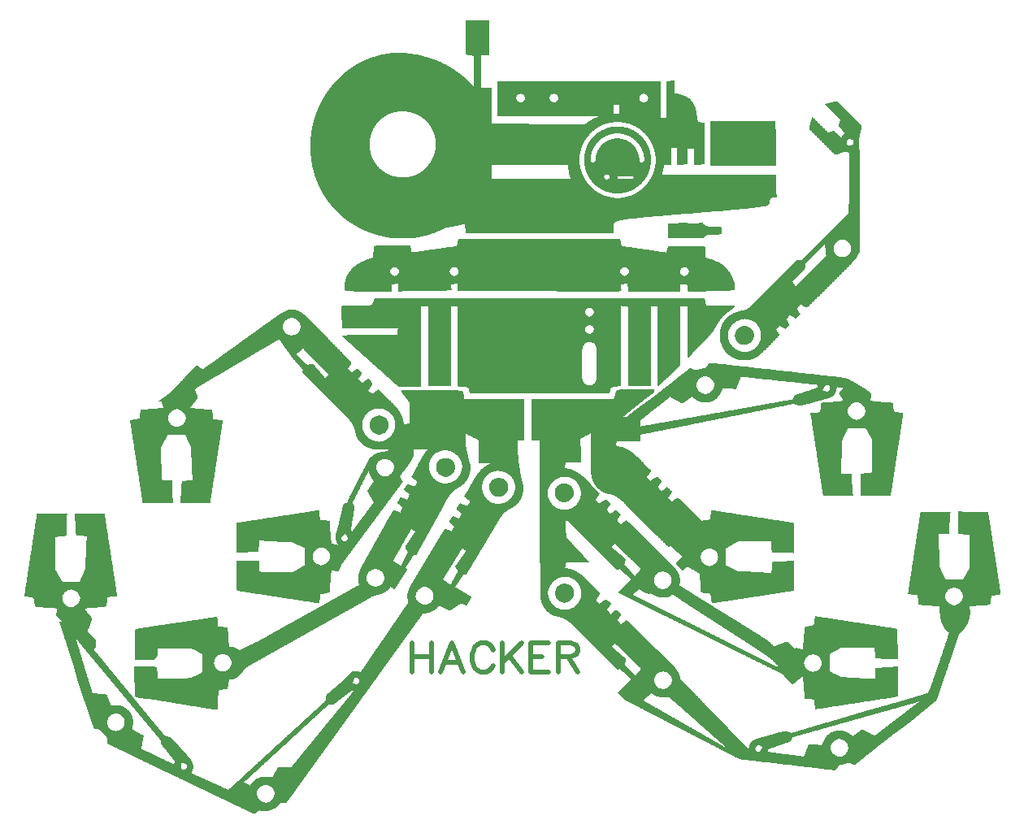
<source format=gbr>
%TF.GenerationSoftware,Novarm,DipTrace,3.0.0.2*%
%TF.CreationDate,2017-10-23T18:09:56+01:00*%
%FSLAX35Y35*%
%MOMM*%
%TF.FileFunction,Drawing,Silkscreen Top*%
%TF.Part,Single*%
%ADD12C,0.0254*%
%ADD79C,0.47059*%
G75*
G01*
%LPD*%
X5660900Y9320732D2*
D12*
X5899660D1*
X5660900Y9318192D2*
X5899660D1*
X5660900Y9315652D2*
X5899660D1*
X5660900Y9313112D2*
X5899660D1*
X5660900Y9310572D2*
X5899660D1*
X5660900Y9308032D2*
X5899660D1*
X5660900Y9305492D2*
X5899660D1*
X5660900Y9302952D2*
X5899660D1*
X5660900Y9300412D2*
X5899660D1*
X5660900Y9297872D2*
X5899660D1*
X5660910Y9295332D2*
X5899660D1*
X5660999Y9292792D2*
X5899660D1*
X5661323Y9290252D2*
X5899660D1*
X5661931Y9287712D2*
X5899660D1*
X5662582Y9285172D2*
X5899660D1*
X5663025Y9282632D2*
X5899660D1*
X5663261Y9280092D2*
X5899660D1*
X5663369Y9277552D2*
X5899660D1*
X5663413Y9275012D2*
X5899660D1*
X5663430Y9272472D2*
X5899660D1*
X5663437Y9269932D2*
X5899660D1*
X5663439Y9267392D2*
X5899660D1*
X5663440Y9264852D2*
X5899660D1*
X5663440Y9262312D2*
X5899660D1*
X5663440Y9259772D2*
X5899660D1*
X5663440Y9257232D2*
X5899660D1*
X5663440Y9254692D2*
X5899660D1*
X5663440Y9252152D2*
X5899660D1*
X5663440Y9249612D2*
X5899660D1*
X5663440Y9247072D2*
X5899660D1*
X5663440Y9244532D2*
X5899660D1*
X5663440Y9241992D2*
X5899660D1*
X5663440Y9239452D2*
X5899660D1*
X5663440Y9236912D2*
X5899660D1*
X5663440Y9234372D2*
X5899660D1*
X5663440Y9231832D2*
X5899660D1*
X5663440Y9229292D2*
X5899660D1*
X5663440Y9226752D2*
X5899660D1*
X5663440Y9224212D2*
X5899660D1*
X5663440Y9221672D2*
X5899660D1*
X5663440Y9219132D2*
X5899660D1*
X5663440Y9216592D2*
X5899660D1*
X5663440Y9214052D2*
X5899660D1*
X5663440Y9211512D2*
X5899660D1*
X5663440Y9208972D2*
X5899660D1*
X5663440Y9206432D2*
X5899660D1*
X5663440Y9203892D2*
X5899660D1*
X5663440Y9201352D2*
X5899660D1*
X5663440Y9198812D2*
X5899660D1*
X5663440Y9196272D2*
X5899660D1*
X5663440Y9193732D2*
X5899660D1*
X5663440Y9191192D2*
X5899660D1*
X5663440Y9188652D2*
X5899660D1*
X5663440Y9186112D2*
X5899660D1*
X5663440Y9183572D2*
X5899660D1*
X5663440Y9181032D2*
X5899660D1*
X5663440Y9178492D2*
X5899660D1*
X5663440Y9175952D2*
X5899660D1*
X5663440Y9173412D2*
X5899660D1*
X5663440Y9170872D2*
X5899660D1*
X5663440Y9168332D2*
X5899660D1*
X5663440Y9165792D2*
X5899660D1*
X5663440Y9163252D2*
X5899660D1*
X5663440Y9160712D2*
X5899660D1*
X5663440Y9158172D2*
X5899660D1*
X5663440Y9155632D2*
X5899660D1*
X5663440Y9153092D2*
X5899660D1*
X5663440Y9150552D2*
X5899660D1*
X5663440Y9148012D2*
X5899660D1*
X5663440Y9145472D2*
X5899660D1*
X5663440Y9142932D2*
X5899660D1*
X5663440Y9140392D2*
X5899660D1*
X5663450Y9137852D2*
X5899660D1*
X5663539Y9135312D2*
X5899660D1*
X5663863Y9132772D2*
X5899660D1*
X5664471Y9130232D2*
X5899660D1*
X5665122Y9127692D2*
X5899660D1*
X5665565Y9125152D2*
X5899660D1*
X5665801Y9122612D2*
X5899660D1*
X5665909Y9120072D2*
X5899660D1*
X5665953Y9117532D2*
X5899660D1*
X5665970Y9114992D2*
X5899660D1*
X5665977Y9112452D2*
X5899660D1*
X5665979Y9109912D2*
X5899660D1*
X5665980Y9107372D2*
X5899660D1*
X5665980Y9104832D2*
X5899660D1*
X5665980Y9102292D2*
X5899660D1*
X5665980Y9099752D2*
X5899660D1*
X5665980Y9097212D2*
X5899660D1*
X5665980Y9094672D2*
X5899660D1*
X5665980Y9092132D2*
X5899660D1*
X5665980Y9089592D2*
X5899660D1*
X5665980Y9087052D2*
X5899660D1*
X5665980Y9084512D2*
X5899660D1*
X5665980Y9081972D2*
X5899660D1*
X5665980Y9079432D2*
X5899660D1*
X5665980Y9076892D2*
X5899660D1*
X5665980Y9074352D2*
X5899660D1*
X5665980Y9071812D2*
X5899660D1*
X5665980Y9069272D2*
X5899660D1*
X5665980Y9066732D2*
X5899660D1*
X5665980Y9064192D2*
X5899660D1*
X5665980Y9061652D2*
X5899660D1*
X5665980Y9059112D2*
X5899660D1*
X5665980Y9056572D2*
X5899660D1*
X5665980Y9054032D2*
X5899660D1*
X5665980Y9051492D2*
X5899660D1*
X5665980Y9048952D2*
X5899660D1*
X5665980Y9046412D2*
X5899660D1*
X5665980Y9043872D2*
X5899660D1*
X5665980Y9041332D2*
X5899660D1*
X5665980Y9038792D2*
X5899660D1*
X5665980Y9036252D2*
X5899660D1*
X5665980Y9033712D2*
X5899660D1*
X5665980Y9031172D2*
X5899660D1*
X5665980Y9028632D2*
X5899660D1*
X5665980Y9026092D2*
X5899660D1*
X5665980Y9023552D2*
X5899660D1*
X5665980Y9021012D2*
X5899660D1*
X5665980Y9018472D2*
X5899660D1*
X5665980Y9015932D2*
X5899660D1*
X5665980Y9013392D2*
X5899660D1*
X5665980Y9010852D2*
X5899660D1*
X5665980Y9008312D2*
X5899660D1*
X5665980Y9005772D2*
X5899660D1*
X5665980Y9003232D2*
X5899660D1*
X5665980Y9000692D2*
X5899660D1*
X5665980Y8998152D2*
X5899660D1*
X5665980Y8995612D2*
X5899660D1*
X5665980Y8993072D2*
X5899660D1*
X5665980Y8990532D2*
X5899660D1*
X5665980Y8987992D2*
X5899660D1*
X5665980Y8985452D2*
X5899660D1*
X5665980Y8982912D2*
X5899660D1*
X5665980Y8980372D2*
X5899660D1*
X5665980Y8977832D2*
X5899660D1*
X4886200Y8975292D2*
X5033520D1*
X5666000D2*
X5899660D1*
X4866543Y8972752D2*
X5051300D1*
X5666258D2*
X5899660D1*
X4847786Y8970212D2*
X5081780D1*
X5666913D2*
X5899660D1*
X4830603Y8967672D2*
X5097430D1*
X5671715D2*
X5899660D1*
X4815115Y8965132D2*
X5113043D1*
X5680083D2*
X5899660D1*
X4801066Y8962592D2*
X5127853D1*
X5691733D2*
X5899660D1*
X4788114Y8960052D2*
X5141753D1*
X5705345D2*
X5899660D1*
X4776176Y8957512D2*
X5154934D1*
X5719603D2*
X5815840D1*
X5869180D2*
X5899660D1*
X4765062Y8954972D2*
X5167547D1*
X5733561D2*
X5815840D1*
X4754625Y8952432D2*
X5179550D1*
X5747260D2*
X5815840D1*
X4744842Y8949892D2*
X5190976D1*
X5747260D2*
X5815840D1*
X4735685Y8947352D2*
X5201833D1*
X5747260D2*
X5815840D1*
X4726851Y8944812D2*
X5212251D1*
X5747260D2*
X5815840D1*
X4718319Y8942272D2*
X5222232D1*
X5747260D2*
X5815840D1*
X4710145Y8939732D2*
X5231837D1*
X5747260D2*
X5815840D1*
X4702253Y8937192D2*
X5241264D1*
X5747260D2*
X5815840D1*
X4694517Y8934652D2*
X5250570D1*
X5747260D2*
X5815840D1*
X4686940Y8932112D2*
X5259462D1*
X5747260D2*
X5815840D1*
X4679621Y8929572D2*
X5267837D1*
X5747260D2*
X5815840D1*
X4672617Y8927032D2*
X5275823D1*
X5747260D2*
X5815840D1*
X4665741Y8924492D2*
X5283609D1*
X5747260D2*
X5815840D1*
X4658980Y8921952D2*
X5291290D1*
X5747260D2*
X5815840D1*
X4652523Y8919412D2*
X5298929D1*
X5747260D2*
X5815840D1*
X4646285Y8916872D2*
X5306464D1*
X5747260D2*
X5815840D1*
X4639898Y8914332D2*
X5313758D1*
X5747260D2*
X5815840D1*
X4633391Y8911792D2*
X5320677D1*
X5747260D2*
X5815840D1*
X4627069Y8909252D2*
X5327326D1*
X5747260D2*
X5815840D1*
X4621045Y8906712D2*
X5333881D1*
X5747260D2*
X5815840D1*
X4615245Y8904172D2*
X5340519D1*
X5747260D2*
X5815840D1*
X4609727Y8901632D2*
X5347172D1*
X5747260D2*
X5815840D1*
X4604424Y8899092D2*
X5353574D1*
X5747260D2*
X5815840D1*
X4599245Y8896552D2*
X5359706D1*
X5747260D2*
X5815840D1*
X4594124Y8894012D2*
X5365772D1*
X5747260D2*
X5815840D1*
X4589029Y8891472D2*
X5371748D1*
X5747260D2*
X5815840D1*
X4583943Y8888932D2*
X5377663D1*
X5747260D2*
X5815840D1*
X4578861Y8886392D2*
X5383617D1*
X5747260D2*
X5815840D1*
X4573780Y8883852D2*
X5389548D1*
X5747260D2*
X5815840D1*
X4568700Y8881312D2*
X5395359D1*
X5747260D2*
X5815840D1*
X4563620Y8878772D2*
X5401061D1*
X5747260D2*
X5815840D1*
X4558550Y8876232D2*
X5406538D1*
X5747260D2*
X5815840D1*
X4553549Y8873692D2*
X5411825D1*
X5747260D2*
X5815840D1*
X4548724Y8871152D2*
X5416998D1*
X5747260D2*
X5815840D1*
X4544097Y8868612D2*
X5422117D1*
X5747260D2*
X5815840D1*
X4539628Y8866072D2*
X5427212D1*
X5747260D2*
X5815840D1*
X4535322Y8863532D2*
X5432297D1*
X5747260D2*
X5815840D1*
X4531062Y8860992D2*
X5437379D1*
X5747260D2*
X5815840D1*
X4526777Y8858452D2*
X5442460D1*
X5747260D2*
X5815840D1*
X4522567Y8855912D2*
X5447530D1*
X5747260D2*
X5815840D1*
X4518346Y8853372D2*
X5452531D1*
X5747260D2*
X5815840D1*
X4514162Y8850832D2*
X5457356D1*
X5747260D2*
X5815840D1*
X4510184Y8848292D2*
X5461983D1*
X5747260D2*
X5815840D1*
X4506247Y8845752D2*
X5466452D1*
X5747260D2*
X5815840D1*
X4502030Y8843212D2*
X5470758D1*
X5747260D2*
X5815840D1*
X4497697Y8840672D2*
X5475028D1*
X5747260D2*
X5815840D1*
X4493504Y8838132D2*
X5479393D1*
X5747260D2*
X5815840D1*
X4489488Y8835592D2*
X5483846D1*
X5747260D2*
X5815840D1*
X4485579Y8833052D2*
X5488442D1*
X5747260D2*
X5815840D1*
X4481731Y8830512D2*
X5492982D1*
X5747260D2*
X5815840D1*
X4477903Y8827972D2*
X5497271D1*
X5747260D2*
X5815840D1*
X4474099Y8825432D2*
X5501338D1*
X5747260D2*
X5815840D1*
X4470374Y8822892D2*
X5505351D1*
X5747260D2*
X5815840D1*
X4466879Y8820352D2*
X5509519D1*
X5747260D2*
X5815840D1*
X4463596Y8817812D2*
X5513878D1*
X5747260D2*
X5815840D1*
X4460205Y8815272D2*
X5518109D1*
X5747260D2*
X5815840D1*
X4456551Y8812732D2*
X5522082D1*
X5747260D2*
X5815840D1*
X4452936Y8810192D2*
X5526083D1*
X5747260D2*
X5815840D1*
X4449450Y8807652D2*
X5530212D1*
X5747260D2*
X5815840D1*
X4445973Y8805112D2*
X5534272D1*
X5747260D2*
X5815840D1*
X4442550Y8802572D2*
X5538229D1*
X5747260D2*
X5815840D1*
X4439186Y8800032D2*
X5542096D1*
X5747260D2*
X5815840D1*
X4435770Y8797492D2*
X5545849D1*
X5747260D2*
X5815840D1*
X4432374Y8794952D2*
X5549354D1*
X5747260D2*
X5815840D1*
X4429020Y8792412D2*
X5552642D1*
X5747260D2*
X5815840D1*
X4425618Y8789872D2*
X5556034D1*
X5747260D2*
X5815840D1*
X4422302Y8787332D2*
X5559689D1*
X5747260D2*
X5815840D1*
X4419183Y8784792D2*
X5563304D1*
X5747260D2*
X5815840D1*
X4416066Y8782252D2*
X5566800D1*
X5747260D2*
X5815840D1*
X4412803Y8779712D2*
X5570356D1*
X5747260D2*
X5815840D1*
X4409555Y8777172D2*
X5574023D1*
X5747260D2*
X5815840D1*
X4406475Y8774632D2*
X5577752D1*
X5747260D2*
X5815840D1*
X4403449Y8772092D2*
X5581445D1*
X5747260D2*
X5815840D1*
X4400425Y8769552D2*
X5584918D1*
X5747260D2*
X5815840D1*
X4397473Y8767012D2*
X5588107D1*
X5747260D2*
X5815840D1*
X4394515Y8764472D2*
X5591183D1*
X5747260D2*
X5815840D1*
X4391525Y8761932D2*
X5594307D1*
X5747260D2*
X5815840D1*
X4388658Y8759392D2*
X5597505D1*
X5747260D2*
X5815840D1*
X4385856Y8756852D2*
X5600843D1*
X5747260D2*
X5815840D1*
X4382911Y8754312D2*
X5604196D1*
X5747260D2*
X5815840D1*
X4379729Y8751772D2*
X5607458D1*
X5747260D2*
X5815840D1*
X4376525Y8749232D2*
X5610621D1*
X5747260D2*
X5815840D1*
X4373537Y8746692D2*
X5613640D1*
X5747260D2*
X5815840D1*
X4370760Y8744152D2*
X5616627D1*
X5747260D2*
X5815840D1*
X4368102Y8741612D2*
X5619638D1*
X5747260D2*
X5815840D1*
X4365437Y8739072D2*
X5622589D1*
X5747260D2*
X5815840D1*
X4362636Y8736532D2*
X5625627D1*
X5747260D2*
X5815840D1*
X4359726Y8733992D2*
X5628857D1*
X5747260D2*
X5815840D1*
X4356896Y8731452D2*
X5632092D1*
X5747260D2*
X5815840D1*
X4354200Y8728912D2*
X5635167D1*
X5747260D2*
X5815840D1*
X4351580Y8726372D2*
X5638192D1*
X5747260D2*
X5815840D1*
X4349012Y8723832D2*
X5641206D1*
X5747260D2*
X5815840D1*
X4346455Y8721292D2*
X5644078D1*
X5747260D2*
X5815840D1*
X4343914Y8718752D2*
X5646801D1*
X5747260D2*
X5815840D1*
X4341369Y8716212D2*
X5649506D1*
X5747260D2*
X5815840D1*
X4338832Y8713672D2*
X5652321D1*
X5747260D2*
X5815840D1*
X4336288Y8711132D2*
X5655242D1*
X5747260D2*
X5815840D1*
X4333752Y8708592D2*
X5658070D1*
X5747260D2*
X5815840D1*
X4331208Y8706052D2*
X5660772D1*
X5747260D2*
X5815840D1*
X4328672Y8703512D2*
X5663388D1*
X5747260D2*
X5815840D1*
X4326128Y8700972D2*
X5665960D1*
X5747260D2*
X5815840D1*
X4323592Y8698432D2*
X5668513D1*
X5747260D2*
X5815840D1*
X4321058Y8695892D2*
X5671058D1*
X5747260D2*
X5815840D1*
X4318601Y8693352D2*
X5673599D1*
X5747260D2*
X5815840D1*
X4316302Y8690812D2*
X5676140D1*
X5747260D2*
X5815840D1*
X7817360D2*
X7827520D1*
X4314130Y8688272D2*
X5678680D1*
X5747260D2*
X5815840D1*
X7803308D2*
X7827520D1*
X4311873Y8685732D2*
X5681220D1*
X5747260D2*
X5815840D1*
X7788521D2*
X7827520D1*
X4309493Y8683192D2*
X5683760D1*
X5747260D2*
X5815840D1*
X7772803D2*
X7827520D1*
X4307028Y8680652D2*
X5686300D1*
X5747260D2*
X5815840D1*
X5993640D2*
X7192520D1*
X7756400D2*
X7827520D1*
X4304520Y8678112D2*
X5688840D1*
X5747260D2*
X5815840D1*
X5993640D2*
X7685280D1*
X7756400D2*
X7827520D1*
X4302003Y8675572D2*
X5691380D1*
X5747260D2*
X5815840D1*
X5993640D2*
X7685280D1*
X7756400D2*
X7827520D1*
X4299557Y8673032D2*
X5693920D1*
X5747260D2*
X5815840D1*
X5993640D2*
X7685280D1*
X7756400D2*
X7827520D1*
X4297342Y8670492D2*
X5696460D1*
X5747260D2*
X5815840D1*
X5993640D2*
X7685280D1*
X7756400D2*
X7827520D1*
X4295411Y8667952D2*
X5699000D1*
X5747260D2*
X5815840D1*
X5993640D2*
X7685280D1*
X7756400D2*
X7827520D1*
X4293522Y8665412D2*
X5701540D1*
X5747260D2*
X5815840D1*
X5993640D2*
X7685280D1*
X7756400D2*
X7827520D1*
X4291435Y8662872D2*
X5704080D1*
X5747260D2*
X5815840D1*
X5993640D2*
X7685280D1*
X7756400D2*
X7827520D1*
X4289210Y8660332D2*
X5706620D1*
X5747260D2*
X5815840D1*
X5993640D2*
X7685280D1*
X7756400D2*
X7827520D1*
X4287022Y8657792D2*
X5709150D1*
X5747260D2*
X5815840D1*
X5993640D2*
X7685280D1*
X7756400D2*
X7827520D1*
X4284891Y8655252D2*
X5711611D1*
X5747260D2*
X5815840D1*
X5993640D2*
X7685280D1*
X7756400D2*
X7827520D1*
X4282655Y8652712D2*
X5713906D1*
X5747260D2*
X5815840D1*
X5993640D2*
X7685280D1*
X7756400D2*
X7827520D1*
X4280287Y8650172D2*
X5716082D1*
X5747260D2*
X5815840D1*
X5993640D2*
X7685280D1*
X7756400D2*
X7827520D1*
X4277909Y8647632D2*
X5718335D1*
X5747260D2*
X5815840D1*
X5993640D2*
X7685280D1*
X7756400D2*
X7827520D1*
X4275642Y8645092D2*
X5720709D1*
X5747260D2*
X5815840D1*
X5993640D2*
X7685280D1*
X7756400D2*
X7827520D1*
X4273492Y8642552D2*
X5723090D1*
X5747260D2*
X5815840D1*
X5993640D2*
X7685280D1*
X7756400D2*
X7827520D1*
X4271330Y8640012D2*
X5725358D1*
X5747260D2*
X5815840D1*
X5993640D2*
X7685280D1*
X7756400D2*
X7827520D1*
X4269275Y8637472D2*
X5727517D1*
X5747260D2*
X5815840D1*
X5993640D2*
X7685280D1*
X7756400D2*
X7827520D1*
X4267419Y8634932D2*
X5729770D1*
X5747260D2*
X5815840D1*
X5993640D2*
X7685280D1*
X7756400D2*
X7827520D1*
X4265573Y8632392D2*
X5732138D1*
X5747260D2*
X5815840D1*
X5993640D2*
X7685280D1*
X7756400D2*
X7827520D1*
X4263568Y8629852D2*
X5734513D1*
X5747260D2*
X5815840D1*
X5993640D2*
X7685280D1*
X7756400D2*
X7827520D1*
X4261512Y8627312D2*
X5736695D1*
X5747260D2*
X5815840D1*
X5993640D2*
X7685280D1*
X7756400D2*
X7827520D1*
X4259455Y8624772D2*
X5738593D1*
X5747260D2*
X5815840D1*
X5993640D2*
X7685280D1*
X7756400D2*
X7827520D1*
X4257327Y8622232D2*
X5740372D1*
X5747260D2*
X5815840D1*
X5993640D2*
X7685280D1*
X7756400D2*
X7827520D1*
X4255215Y8619692D2*
X5742180D1*
X5747260D2*
X5815840D1*
X5993640D2*
X7685280D1*
X7756400D2*
X7827520D1*
X4253214Y8617152D2*
X5815840D1*
X5993640D2*
X7685280D1*
X7756400D2*
X7827520D1*
X4251315Y8614612D2*
X5815840D1*
X5993640D2*
X7685280D1*
X7756400D2*
X7827520D1*
X4249566Y8612072D2*
X5922520D1*
X5993640D2*
X7685280D1*
X7756400D2*
X7827520D1*
X4247838Y8609532D2*
X5922520D1*
X5993640D2*
X7685280D1*
X7756400D2*
X7827520D1*
X4246019Y8606992D2*
X5922520D1*
X5993640D2*
X7685280D1*
X7756400D2*
X7827520D1*
X4244101Y8604452D2*
X5922520D1*
X5993640D2*
X7685280D1*
X7756400D2*
X7827520D1*
X4242040Y8601912D2*
X5922520D1*
X5993640D2*
X7685280D1*
X7756400D2*
X7827520D1*
X4239957Y8599372D2*
X5922520D1*
X5993640D2*
X7685280D1*
X7756400D2*
X7827520D1*
X4237967Y8596832D2*
X5922520D1*
X5993640D2*
X7685280D1*
X7756400D2*
X7827520D1*
X4236073Y8594292D2*
X5922520D1*
X5993640D2*
X7685280D1*
X7756400D2*
X7827520D1*
X4234326Y8591752D2*
X5922520D1*
X5993640D2*
X7685280D1*
X7756400D2*
X7827520D1*
X4232607Y8589212D2*
X5922520D1*
X5993640D2*
X7685280D1*
X7756400D2*
X7827520D1*
X4230868Y8586672D2*
X5922520D1*
X5993640D2*
X7685280D1*
X7756400D2*
X7827520D1*
X4229185Y8584132D2*
X5922520D1*
X5993640D2*
X7685280D1*
X7756400D2*
X7827520D1*
X4227419Y8581592D2*
X5922520D1*
X5993640D2*
X7685280D1*
X7756400D2*
X7827520D1*
X4225457Y8579052D2*
X5922520D1*
X5993640D2*
X7685280D1*
X7756400D2*
X7827520D1*
X4223504Y8576512D2*
X5922520D1*
X5993640D2*
X7685280D1*
X7756400D2*
X7827520D1*
X4221766Y8573972D2*
X5922520D1*
X5993640D2*
X7685280D1*
X7756400D2*
X7827520D1*
X4220168Y8571432D2*
X5922520D1*
X5993640D2*
X7685280D1*
X7756400D2*
X7827520D1*
X4218463Y8568892D2*
X5922520D1*
X5993640D2*
X7685280D1*
X7756400D2*
X7827560D1*
X4216542Y8566352D2*
X5922520D1*
X5993640D2*
X7685280D1*
X7756400D2*
X7827679D1*
X4214601Y8563812D2*
X5922520D1*
X5993640D2*
X7685280D1*
X7756400D2*
X7828869D1*
X4212884Y8561272D2*
X5922520D1*
X5993640D2*
X7685280D1*
X7756400D2*
X7833461D1*
X4211364Y8558732D2*
X5922520D1*
X5993640D2*
X6218561D1*
X6241159D2*
X6566541D1*
X6586982D2*
X7501261D1*
X7521702D2*
X7685280D1*
X7756400D2*
X7840607D1*
X4209898Y8556192D2*
X5922520D1*
X5993640D2*
X6211239D1*
X6248481D2*
X6559219D1*
X6594854D2*
X7493939D1*
X7529574D2*
X7685280D1*
X7756400D2*
X7850062D1*
X4208258Y8553652D2*
X5922520D1*
X5993640D2*
X6205538D1*
X6254182D2*
X6553518D1*
X6600968D2*
X7488238D1*
X7535688D2*
X7685280D1*
X7756400D2*
X7860572D1*
X4206364Y8551112D2*
X5922520D1*
X5993640D2*
X6201109D1*
X6258611D2*
X6549089D1*
X6605478D2*
X7483809D1*
X7540198D2*
X7685280D1*
X7756400D2*
X7870931D1*
X4204435Y8548572D2*
X5922520D1*
X5993640D2*
X6197591D1*
X6262129D2*
X6545571D1*
X6608945D2*
X7480291D1*
X7543665D2*
X7685280D1*
X7756400D2*
X7880800D1*
X4202722Y8546032D2*
X5922520D1*
X5993640D2*
X6194612D1*
X6265108D2*
X6542582D1*
X6611876D2*
X7477302D1*
X7546596D2*
X7685280D1*
X7756400D2*
X7890281D1*
X4201213Y8543492D2*
X5922520D1*
X5993640D2*
X6191984D1*
X6267746D2*
X6539864D1*
X6614479D2*
X7474584D1*
X7549199D2*
X7685280D1*
X7756400D2*
X7899317D1*
X4199827Y8540952D2*
X5922520D1*
X5993640D2*
X6189783D1*
X6270036D2*
X6537341D1*
X6616748D2*
X7472061D1*
X7551468D2*
X7685280D1*
X7756400D2*
X7907537D1*
X4198431Y8538412D2*
X5922520D1*
X5993640D2*
X6188149D1*
X6271984D2*
X6535107D1*
X6618607D2*
X7469827D1*
X7553327D2*
X7685280D1*
X7756400D2*
X7914936D1*
X4196902Y8535872D2*
X5922520D1*
X5993640D2*
X6186869D1*
X6273784D2*
X6533255D1*
X6620163D2*
X7467975D1*
X7554893D2*
X7685280D1*
X7756400D2*
X7921776D1*
X4195250Y8533332D2*
X5922520D1*
X5993640D2*
X6185519D1*
X6275461D2*
X6531697D1*
X6621482D2*
X7466417D1*
X7556291D2*
X7685280D1*
X7756400D2*
X7928253D1*
X4193613Y8530792D2*
X5922520D1*
X5993640D2*
X6184079D1*
X6276745D2*
X6530306D1*
X6622562D2*
X7465026D1*
X7557605D2*
X7685280D1*
X7756400D2*
X7934352D1*
X4191940Y8528252D2*
X5922520D1*
X5993640D2*
X6182913D1*
X6277584D2*
X6529076D1*
X6623476D2*
X7463796D1*
X7558814D2*
X7685280D1*
X7756400D2*
X7940038D1*
X4190228Y8525712D2*
X5922520D1*
X5993640D2*
X6182198D1*
X6278278D2*
X6528118D1*
X6624388D2*
X7462838D1*
X7559849D2*
X7685280D1*
X7756400D2*
X7945413D1*
X4188641Y8523172D2*
X5922520D1*
X5993640D2*
X6181756D1*
X6279048D2*
X6527540D1*
X6625259D2*
X7462260D1*
X7560745D2*
X7685280D1*
X7756400D2*
X7950618D1*
X4187200Y8520632D2*
X5922520D1*
X5993640D2*
X6181277D1*
X6279765D2*
X6527251D1*
X6626078D2*
X7461971D1*
X7561642D2*
X7685280D1*
X7756400D2*
X7955658D1*
X4185848Y8518092D2*
X5922520D1*
X5993640D2*
X6180605D1*
X6280232D2*
X6527122D1*
X6626941D2*
X7461842D1*
X7562420D2*
X7685280D1*
X7756400D2*
X7960428D1*
X4184537Y8515552D2*
X5922520D1*
X5993640D2*
X6179930D1*
X6280476D2*
X6527070D1*
X6627708D2*
X7461790D1*
X7562915D2*
X7685280D1*
X7756400D2*
X7964814D1*
X4183172Y8513012D2*
X5922520D1*
X5993640D2*
X6179489D1*
X6280587D2*
X6527051D1*
X6628188D2*
X7461771D1*
X7563160D2*
X7685280D1*
X7756400D2*
X7968915D1*
X4181655Y8510472D2*
X5922520D1*
X5993640D2*
X6179340D1*
X6280623D2*
X6527044D1*
X6628352D2*
X7461764D1*
X7563186D2*
X7685280D1*
X7756400D2*
X7972842D1*
X4180007Y8507932D2*
X5922520D1*
X5993640D2*
X6179555D1*
X6280551D2*
X6527041D1*
X6628142D2*
X7461761D1*
X7562909D2*
X7685280D1*
X7756400D2*
X7976616D1*
X4178372Y8505392D2*
X5922520D1*
X5993640D2*
X6180118D1*
X6280234D2*
X6527050D1*
X6627571D2*
X7461770D1*
X7562309D2*
X7685280D1*
X7756400D2*
X7980120D1*
X4176710Y8502852D2*
X5922520D1*
X5993640D2*
X6180752D1*
X6279628D2*
X6527139D1*
X6626848D2*
X7461859D1*
X7561575D2*
X7685280D1*
X7756400D2*
X7983321D1*
X4175077Y8500312D2*
X5922520D1*
X5993640D2*
X6181199D1*
X6278967D2*
X6527473D1*
X6626088D2*
X7462193D1*
X7560810D2*
X7685280D1*
X7756400D2*
X7986391D1*
X4173724Y8497772D2*
X5922520D1*
X5993640D2*
X6181531D1*
X6278425D2*
X6528170D1*
X6625237D2*
X7462890D1*
X7559957D2*
X7685280D1*
X7756400D2*
X7989427D1*
X4172569Y8495232D2*
X5922520D1*
X5993640D2*
X6182051D1*
X6277777D2*
X6529145D1*
X6624379D2*
X7463865D1*
X7559109D2*
X7685280D1*
X7756400D2*
X7992302D1*
X4171259Y8492692D2*
X5922520D1*
X5993640D2*
X6183038D1*
X6276727D2*
X6530217D1*
X6623479D2*
X7464937D1*
X7558288D2*
X7685280D1*
X7756400D2*
X7995022D1*
X4169749Y8490152D2*
X5922520D1*
X5993640D2*
X6184413D1*
X6275334D2*
X6531282D1*
X6622284D2*
X7466002D1*
X7557328D2*
X7685280D1*
X7756400D2*
X7997645D1*
X4168257Y8487612D2*
X5922520D1*
X5993640D2*
X6185927D1*
X6273889D2*
X6532490D1*
X6620812D2*
X7467210D1*
X7556140D2*
X7685280D1*
X7756400D2*
X8000219D1*
X4166856Y8485072D2*
X5922520D1*
X5993640D2*
X6187550D1*
X6272496D2*
X6534086D1*
X6619258D2*
X7468806D1*
X7554629D2*
X7685280D1*
X7756400D2*
X8002763D1*
X4165519Y8482532D2*
X5922520D1*
X5993640D2*
X6189262D1*
X6271067D2*
X6535946D1*
X6617609D2*
X7470666D1*
X7552772D2*
X7685280D1*
X7756400D2*
X8005208D1*
X4164214Y8479992D2*
X5922520D1*
X5993640D2*
X6191021D1*
X6269350D2*
X6537994D1*
X6615811D2*
X7472714D1*
X7550767D2*
X7685280D1*
X7756400D2*
X8007328D1*
X4162851Y8477452D2*
X5922520D1*
X5993640D2*
X6193126D1*
X6267037D2*
X6540411D1*
X6613796D2*
X7475131D1*
X7548634D2*
X7685280D1*
X7756400D2*
X8008846D1*
X4161345Y8474912D2*
X5922520D1*
X5993640D2*
X6195883D1*
X6264072D2*
X6543143D1*
X6611237D2*
X7477863D1*
X7546091D2*
X7685280D1*
X7756400D2*
X8009762D1*
X4159786Y8472372D2*
X5922520D1*
X5993640D2*
X6199273D1*
X6260554D2*
X6546101D1*
X6607849D2*
X7480821D1*
X7542910D2*
X7685280D1*
X7756400D2*
X8015480D1*
X9514080D2*
X9526780D1*
X4158465Y8469832D2*
X5922520D1*
X5993640D2*
X6203463D1*
X6256301D2*
X6549814D1*
X6603515D2*
X7484534D1*
X7538849D2*
X7685280D1*
X7756400D2*
X8016751D1*
X9503575D2*
X9529310D1*
X4157322Y8467292D2*
X5922520D1*
X5993640D2*
X6209050D1*
X6250687D2*
X6555382D1*
X6597968D2*
X7490102D1*
X7533325D2*
X7685280D1*
X7756400D2*
X8018236D1*
X9492770D2*
X9531751D1*
X4156027Y8464752D2*
X5922520D1*
X5993640D2*
X6216395D1*
X6243331D2*
X6563359D1*
X6590928D2*
X7498079D1*
X7526009D2*
X7685280D1*
X7756400D2*
X8019788D1*
X9481935D2*
X9533869D1*
X4154598Y8462212D2*
X5922520D1*
X5993640D2*
X6224780D1*
X6234940D2*
X6572760D1*
X6582920D2*
X7507480D1*
X7517640D2*
X7685280D1*
X7756400D2*
X8021414D1*
X9471231D2*
X9535386D1*
X4153340Y8459672D2*
X5922520D1*
X5993640D2*
X7685280D1*
X7756400D2*
X8023031D1*
X9460584D2*
X9536302D1*
X4152225Y8457132D2*
X5922520D1*
X5993640D2*
X7685280D1*
X7756400D2*
X8024379D1*
X9449862D2*
X9542020D1*
X4150941Y8454592D2*
X5922520D1*
X5993640D2*
X7685280D1*
X7756400D2*
X8025532D1*
X9439173D2*
X9542020D1*
X4149516Y8452052D2*
X5922520D1*
X5993640D2*
X7685280D1*
X7756400D2*
X8026831D1*
X9428854D2*
X9547100D1*
X4148260Y8449512D2*
X5922520D1*
X5993640D2*
X7685280D1*
X7756400D2*
X8028261D1*
X9419897D2*
X9547100D1*
X4147144Y8446972D2*
X5922520D1*
X5993640D2*
X7685280D1*
X7756400D2*
X8029519D1*
X9413005D2*
X9552180D1*
X4145860Y8444432D2*
X5922520D1*
X5993640D2*
X7685280D1*
X7756400D2*
X8030635D1*
X9407400D2*
X9552180D1*
X4144436Y8441892D2*
X5922520D1*
X5993640D2*
X7685280D1*
X7756400D2*
X8031919D1*
X9409940D2*
X9557260D1*
X4143180Y8439352D2*
X5922520D1*
X5993640D2*
X7192520D1*
X7263640D2*
X7685280D1*
X7756400D2*
X8033344D1*
X9412480D2*
X9557260D1*
X4142064Y8436812D2*
X5922520D1*
X5993640D2*
X7192520D1*
X7263640D2*
X7685280D1*
X7756400D2*
X8034591D1*
X9415020D2*
X9562340D1*
X4140780Y8434272D2*
X5922520D1*
X5993640D2*
X7192520D1*
X7263640D2*
X7685280D1*
X7756400D2*
X8035626D1*
X9417560D2*
X9562340D1*
X4139356Y8431732D2*
X5922520D1*
X5993640D2*
X7192520D1*
X7263640D2*
X7685280D1*
X7756400D2*
X8036676D1*
X9420100D2*
X9567420D1*
X4138109Y8429192D2*
X5922520D1*
X5993640D2*
X7192520D1*
X7263640D2*
X7685280D1*
X7756400D2*
X8037806D1*
X9422640D2*
X9567420D1*
X4137074Y8426652D2*
X5922520D1*
X5993640D2*
X7192520D1*
X7263640D2*
X7685280D1*
X7756400D2*
X8038930D1*
X9425180D2*
X9572500D1*
X4136024Y8424112D2*
X5922520D1*
X5993640D2*
X7192520D1*
X7263640D2*
X7685280D1*
X7756400D2*
X8039930D1*
X9427720D2*
X9572500D1*
X4134884Y8421572D2*
X5922520D1*
X5993640D2*
X7192520D1*
X7263640D2*
X7685280D1*
X7756400D2*
X8040823D1*
X9430260D2*
X9577580D1*
X4133681Y8419032D2*
X5922520D1*
X5993640D2*
X7192520D1*
X7263640D2*
X7685280D1*
X7756400D2*
X8041803D1*
X9432800D2*
X9577580D1*
X4132437Y8416492D2*
X5922520D1*
X5993640D2*
X7192520D1*
X7263640D2*
X7685280D1*
X7756400D2*
X8042904D1*
X9435340D2*
X9582660D1*
X4131180Y8413952D2*
X5922520D1*
X5993640D2*
X7192520D1*
X7263640D2*
X7685280D1*
X7756400D2*
X8044007D1*
X9437880D2*
X9582660D1*
X4129922Y8411412D2*
X5922520D1*
X5993640D2*
X7192520D1*
X7263640D2*
X7685280D1*
X7756400D2*
X8044913D1*
X9440420D2*
X9587740D1*
X4128735Y8408872D2*
X5922520D1*
X5993640D2*
X7192520D1*
X7263640D2*
X7685280D1*
X7756400D2*
X8045481D1*
X9442960D2*
X9587740D1*
X4127697Y8406332D2*
X5922520D1*
X5993640D2*
X7192520D1*
X7263640D2*
X7685280D1*
X7756400D2*
X8045852D1*
X9445500D2*
X9592820D1*
X4126714Y8403792D2*
X5922520D1*
X5993640D2*
X7192520D1*
X7263640D2*
X7685280D1*
X7756400D2*
X8046302D1*
X9448040D2*
X9592820D1*
X4125495Y8401252D2*
X5922520D1*
X5993640D2*
X7192520D1*
X7263640D2*
X7685280D1*
X7756400D2*
X8046971D1*
X9450580D2*
X9597900D1*
X4124108Y8398712D2*
X5922520D1*
X5993640D2*
X7192520D1*
X7263640D2*
X7685280D1*
X7756400D2*
X8047731D1*
X9453120D2*
X9597900D1*
X4122952Y8396172D2*
X5922520D1*
X5993640D2*
X7192520D1*
X7263640D2*
X7685280D1*
X7756400D2*
X8048505D1*
X9455660D2*
X9602980D1*
X4122165Y8393632D2*
X5922520D1*
X5993640D2*
X7192520D1*
X7263640D2*
X7685280D1*
X7756400D2*
X8049351D1*
X9458200D2*
X9602980D1*
X4121481Y8391092D2*
X5922520D1*
X5993640D2*
X7192520D1*
X7263640D2*
X7685280D1*
X7756400D2*
X8050111D1*
X9460740D2*
X9608060D1*
X4120629Y8388552D2*
X5922520D1*
X5993640D2*
X7192520D1*
X7263640D2*
X7685280D1*
X7756400D2*
X8050609D1*
X9463280D2*
X9608060D1*
X4119581Y8386012D2*
X5922520D1*
X5993640D2*
X7192520D1*
X7263640D2*
X7685280D1*
X7756400D2*
X8050951D1*
X9465820D2*
X9613140D1*
X4118417Y8383472D2*
X5922520D1*
X5993640D2*
X7192520D1*
X7263640D2*
X7685280D1*
X7756400D2*
X8051388D1*
X9468360D2*
X9613140D1*
X4117188Y8380932D2*
X5922520D1*
X5993640D2*
X7192520D1*
X7263640D2*
X7685280D1*
X7756400D2*
X8052053D1*
X9470900D2*
X9618220D1*
X4115937Y8378392D2*
X5922520D1*
X5993640D2*
X7192520D1*
X7263640D2*
X7685280D1*
X7756400D2*
X8052812D1*
X9473440D2*
X9618220D1*
X4114681Y8375852D2*
X4967752D1*
X5020146D2*
X5922520D1*
X5993640D2*
X7192520D1*
X7263640D2*
X7685280D1*
X7756400D2*
X8053585D1*
X9475980D2*
X9623300D1*
X4113504Y8373312D2*
X4948107D1*
X5041602D2*
X5922520D1*
X5993640D2*
X7192520D1*
X7263640D2*
X7685280D1*
X7756400D2*
X8054431D1*
X9478520D2*
X9623300D1*
X4112557Y8370772D2*
X4931880D1*
X5059298D2*
X5922520D1*
X5993640D2*
X7192520D1*
X7263640D2*
X7685280D1*
X7756400D2*
X8055191D1*
X9481060D2*
X9628380D1*
X4111897Y8368232D2*
X4918405D1*
X5073926D2*
X5922520D1*
X5993640D2*
X7192520D1*
X7263640D2*
X7685280D1*
X7756400D2*
X8055679D1*
X9483600D2*
X9628380D1*
X4111276Y8365692D2*
X4907009D1*
X5086278D2*
X5922520D1*
X5993640D2*
X7192520D1*
X7263640D2*
X7685280D1*
X7756400D2*
X8055941D1*
X9486140D2*
X9633460D1*
X4110451Y8363152D2*
X4897237D1*
X5097063D2*
X5922520D1*
X5993640D2*
X7192520D1*
X7263640D2*
X7685280D1*
X7756400D2*
X8056145D1*
X9488680D2*
X9633460D1*
X4109425Y8360612D2*
X4888877D1*
X5106612D2*
X5922520D1*
X5993640D2*
X7192520D1*
X7263640D2*
X7685280D1*
X7756400D2*
X8056515D1*
X9491220D2*
X9638540D1*
X4108344Y8358072D2*
X4881666D1*
X5115162D2*
X5922520D1*
X5993640D2*
X7192520D1*
X7263640D2*
X7685280D1*
X7756400D2*
X8057141D1*
X9493760D2*
X9638540D1*
X4107361Y8355532D2*
X4875179D1*
X5122842D2*
X5922520D1*
X5993640D2*
X7192520D1*
X7263640D2*
X7685280D1*
X7756400D2*
X8057809D1*
X9496300D2*
X9643620D1*
X4106474Y8352992D2*
X4868897D1*
X5129725D2*
X5922520D1*
X5993640D2*
X7192520D1*
X7263640D2*
X7685280D1*
X7756400D2*
X8058344D1*
X9498840D2*
X9643620D1*
X4105496Y8350452D2*
X4862636D1*
X5136060D2*
X5922520D1*
X5993640D2*
X7192520D1*
X7263640D2*
X7685280D1*
X7756400D2*
X8058904D1*
X9501380D2*
X9648700D1*
X4104395Y8347912D2*
X4856418D1*
X5142196D2*
X5922520D1*
X5993640D2*
X7192520D1*
X7263640D2*
X7685280D1*
X7756400D2*
X8059620D1*
X9503920D2*
X9648700D1*
X4103283Y8345372D2*
X4850435D1*
X5148113D2*
X5922520D1*
X5993640D2*
X7685280D1*
X7756400D2*
X8060316D1*
X9506460D2*
X9653780D1*
X4102288Y8342832D2*
X4844878D1*
X5153705D2*
X5922520D1*
X5993640D2*
X7685280D1*
X7756400D2*
X8060776D1*
X9509000D2*
X9653780D1*
X4101397Y8340292D2*
X4839842D1*
X5158965D2*
X5922520D1*
X5993640D2*
X7685280D1*
X7756400D2*
X8061018D1*
X9511540D2*
X9658860D1*
X4100416Y8337752D2*
X4835250D1*
X5163922D2*
X5922520D1*
X5993640D2*
X7685280D1*
X7756400D2*
X8061128D1*
X9514080D2*
X9658860D1*
X4099316Y8335212D2*
X4830864D1*
X5168672D2*
X5922520D1*
X5993640D2*
X7685280D1*
X7756400D2*
X8061183D1*
X9516620D2*
X9663940D1*
X4098213Y8332672D2*
X4826527D1*
X5173408D2*
X5922520D1*
X5993640D2*
X7685280D1*
X7756400D2*
X8061290D1*
X9519160D2*
X9663940D1*
X4097297Y8330132D2*
X4822298D1*
X5178080D2*
X5922520D1*
X5993640D2*
X7685280D1*
X7756400D2*
X8061620D1*
X9521700D2*
X9669020D1*
X4096650Y8327592D2*
X4818070D1*
X5182624D2*
X5922520D1*
X5993640D2*
X7685280D1*
X7756400D2*
X8062230D1*
X9524240D2*
X9669020D1*
X4096034Y8325052D2*
X4813893D1*
X5186982D2*
X5922520D1*
X6242560D2*
X6928360D1*
X7064725D2*
X7685280D1*
X7756400D2*
X8062892D1*
X9526780D2*
X9674100D1*
X4095211Y8322512D2*
X4810004D1*
X5191032D2*
X5922520D1*
X7058306D2*
X7685280D1*
X7756400D2*
X8063425D1*
X9529320D2*
X9674100D1*
X4094185Y8319972D2*
X4806391D1*
X5194913D2*
X5922520D1*
X7051657D2*
X7685280D1*
X7756400D2*
X8063984D1*
X9531860D2*
X9679180D1*
X4093114Y8317432D2*
X4802781D1*
X5198820D2*
X5922520D1*
X7045234D2*
X7685280D1*
X7756400D2*
X8064700D1*
X9534400D2*
X9679180D1*
X4092210Y8314892D2*
X4799109D1*
X5202550D2*
X5922520D1*
X7039071D2*
X7685280D1*
X7756400D2*
X8065396D1*
X9536940D2*
X9684260D1*
X4091568Y8312352D2*
X4795449D1*
X5206083D2*
X5922520D1*
X7033001D2*
X7685280D1*
X7756400D2*
X8065856D1*
X9539480D2*
X9684260D1*
X4090963Y8309812D2*
X4791992D1*
X5209577D2*
X5922520D1*
X7027021D2*
X7685280D1*
X7756400D2*
X8066098D1*
X9542020D2*
X9689340D1*
X4090220Y8307272D2*
X4788809D1*
X5213006D2*
X5922520D1*
X7021192D2*
X7685280D1*
X7756400D2*
X8066208D1*
X9270240D2*
D3*
X9544560D2*
X9689340D1*
X4089428Y8304732D2*
X4785736D1*
X5216373D2*
X5922520D1*
X7015483D2*
X7685280D1*
X7756400D2*
X8066253D1*
X9269838D2*
X9275320D1*
X9547100D2*
X9694420D1*
X4088642Y8302192D2*
X4782612D1*
X5219790D2*
X5922520D1*
X7010003D2*
X7685280D1*
X7756400D2*
X8066270D1*
X9269119D2*
X9275320D1*
X9549640D2*
X9694420D1*
X4087791Y8299652D2*
X4779414D1*
X5223176D2*
X5922520D1*
X7004716D2*
X8066287D1*
X9268137D2*
X9280400D1*
X9552180D2*
X9699500D1*
X4087020Y8297112D2*
X4776087D1*
X5226451D2*
X5922520D1*
X6999552D2*
X8066378D1*
X9267084D2*
X9280400D1*
X9554720D2*
X9699500D1*
X4086442Y8294572D2*
X4772813D1*
X5229609D2*
X5922520D1*
X6994512D2*
X8066703D1*
X9266197D2*
X9285480D1*
X9557260D2*
X9704580D1*
X4085866Y8292032D2*
X4769795D1*
X5232550D2*
X5922520D1*
X6989672D2*
X8067311D1*
X9265636D2*
X9285480D1*
X9559790D2*
X9704580D1*
X4085133Y8289492D2*
X4767006D1*
X5235293D2*
X5922520D1*
X6985040D2*
X8067972D1*
X9265266D2*
X9290560D1*
X9562231D2*
X9709660D1*
X4084346Y8286952D2*
X4764354D1*
X5237931D2*
X5922520D1*
X6980569D2*
X8068505D1*
X9264818D2*
X9290560D1*
X9564348D2*
X9709660D1*
X4083561Y8284412D2*
X4761768D1*
X5240505D2*
X5922520D1*
X6976262D2*
X8069064D1*
X9264149D2*
X9295640D1*
X9565847D2*
X9714740D1*
X4082711Y8281872D2*
X4759210D1*
X5243064D2*
X5922520D1*
X6972002D2*
X8069780D1*
X9263389D2*
X9295640D1*
X9566848D2*
X9714740D1*
X4081940Y8279332D2*
X4756663D1*
X5245605D2*
X5922520D1*
X6967727D2*
X8070476D1*
X9262615D2*
X9300720D1*
X9566877D2*
X9719820D1*
X4081362Y8276792D2*
X4754121D1*
X5248151D2*
X5922520D1*
X6963596D2*
X8070936D1*
X9261769D2*
X9300720D1*
X9565921D2*
X9719820D1*
X4080776Y8274252D2*
X4751580D1*
X5250688D2*
X5922520D1*
X6959610D2*
X8071178D1*
X9260999D2*
X9305800D1*
X9564672D2*
X9724900D1*
X4079964Y8271712D2*
X4749040D1*
X5253232D2*
X5922520D1*
X6955720D2*
X8071288D1*
X9260422D2*
X9305800D1*
X9563503D2*
X9724900D1*
X4078942Y8269172D2*
X4746500D1*
X5255768D2*
X5922520D1*
X6951875D2*
X8071353D1*
X9259846D2*
X9310880D1*
X9562497D2*
X9729980D1*
X4077873Y8266632D2*
X4743970D1*
X5258302D2*
X5922520D1*
X6948053D2*
X8071608D1*
X9259113D2*
X9310880D1*
X9561458D2*
X9729980D1*
X4076980Y8264092D2*
X4741519D1*
X5260759D2*
X5922530D1*
X6944237D2*
X7205482D1*
X7273029D2*
X8072212D1*
X8213600D2*
X8881620D1*
X9258326D2*
X9315960D1*
X9560332D2*
X9735060D1*
X4076427Y8261552D2*
X4739303D1*
X5263058D2*
X5922619D1*
X6940437D2*
X7185758D1*
X7294159D2*
X8075358D1*
X8213600D2*
X8881620D1*
X9257541D2*
X9315960D1*
X9559209D2*
X9735060D1*
X4076136Y8259012D2*
X4737371D1*
X5265220D2*
X5922943D1*
X6936713D2*
X7169296D1*
X7311237D2*
X8083509D1*
X8213600D2*
X8881620D1*
X9256691D2*
X9321040D1*
X9558200D2*
X9740140D1*
X4075922Y8256472D2*
X4735482D1*
X5267388D2*
X5923551D1*
X6933229D2*
X7155527D1*
X7325124D2*
X8094619D1*
X8213600D2*
X8881620D1*
X9255930D2*
X9321040D1*
X9557228D2*
X9740140D1*
X4075537Y8253932D2*
X4733395D1*
X5269444D2*
X5924202D1*
X6930025D2*
X7143988D1*
X7336709D2*
X8108652D1*
X8213600D2*
X8881620D1*
X9255432D2*
X9326120D1*
X9556013D2*
X9745220D1*
X4074820Y8251392D2*
X4731170D1*
X5271300D2*
X5924645D1*
X6926869D2*
X7134012D1*
X7346651D2*
X8125028D1*
X8213600D2*
X8881620D1*
X9255089D2*
X9326120D1*
X9554627D2*
X9745220D1*
X4073838Y8248852D2*
X4728982D1*
X5273147D2*
X5924881D1*
X6923499D2*
X7124928D1*
X7355450D2*
X8142480D1*
X8213600D2*
X8881620D1*
X9254642D2*
X9331200D1*
X9553472D2*
X9750300D1*
X4072784Y8246312D2*
X4726861D1*
X5275152D2*
X5924989D1*
X6919917D2*
X7116575D1*
X7363603D2*
X8142480D1*
X8213600D2*
X8881620D1*
X9253897D2*
X9331200D1*
X9552675D2*
X9750300D1*
X4071897Y8243772D2*
X4724715D1*
X5277208D2*
X5925033D1*
X6916124D2*
X7108977D1*
X7371353D2*
X8142480D1*
X8213600D2*
X8881620D1*
X9252904D2*
X9336280D1*
X9551912D2*
X9755380D1*
X4071346Y8241232D2*
X4722670D1*
X5279265D2*
X5925051D1*
X6912034D2*
X7101810D1*
X7378730D2*
X8142480D1*
X8213600D2*
X8881620D1*
X9251847D2*
X9336280D1*
X9550825D2*
X9755380D1*
X4071056Y8238692D2*
X4720900D1*
X5281383D2*
X6313680D1*
X6907585D2*
X7094921D1*
X7385671D2*
X8142480D1*
X8213600D2*
X8881620D1*
X9250958D2*
X9341360D1*
X9549493D2*
X9760460D1*
X4070842Y8236152D2*
X4719284D1*
X5283416D2*
X7088433D1*
X7392232D2*
X8142480D1*
X8213600D2*
X8881620D1*
X9250396D2*
X9341360D1*
X9548286D2*
X9760460D1*
X4070467Y8233612D2*
X4717578D1*
X5285172D2*
X7082344D1*
X7398387D2*
X8142480D1*
X8213600D2*
X8881620D1*
X9250027D2*
X9346440D1*
X9547285D2*
X9765540D1*
X4069829Y8231072D2*
X4715651D1*
X5286707D2*
X7076519D1*
X7404174D2*
X8142480D1*
X8213600D2*
X8881620D1*
X9249578D2*
X9346440D1*
X9546430D2*
X9765540D1*
X4069082Y8228532D2*
X4713704D1*
X5288179D2*
X7070991D1*
X7409791D2*
X8142480D1*
X8213600D2*
X8881620D1*
X9248909D2*
X9351520D1*
X9545761D2*
X9770620D1*
X4068313Y8225992D2*
X4711903D1*
X5289821D2*
X7065686D1*
X7415295D2*
X8142480D1*
X8213600D2*
X8881620D1*
X9248149D2*
X9351520D1*
X9546241D2*
X9770620D1*
X4067468Y8223452D2*
X4710162D1*
X5291715D2*
X7060505D1*
X7420468D2*
X8142480D1*
X8213600D2*
X8881620D1*
X9247375D2*
X9356600D1*
X9547904D2*
X9775700D1*
X4066709Y8220912D2*
X4708487D1*
X5293645D2*
X7055384D1*
X7425354D2*
X8142480D1*
X8213600D2*
X8881620D1*
X9246529D2*
X9356600D1*
X9549887D2*
X9775700D1*
X4066221Y8218372D2*
X4707042D1*
X5295358D2*
X7050299D1*
X7430140D2*
X8142480D1*
X8213600D2*
X8881620D1*
X9245759D2*
X9361680D1*
X9551892D2*
X9780780D1*
X4065959Y8215832D2*
X4705648D1*
X5296867D2*
X7045302D1*
X7434766D2*
X8142480D1*
X8213600D2*
X8881620D1*
X9245182D2*
X9361680D1*
X9553739D2*
X9780683D1*
X4065755Y8213292D2*
X4704052D1*
X5298253D2*
X7040554D1*
X7439092D2*
X8142480D1*
X8213600D2*
X8881620D1*
X9244606D2*
X9366760D1*
X9555595D2*
X9780358D1*
X4065385Y8210752D2*
X4702489D1*
X5299649D2*
X7036171D1*
X7223000D2*
X7258560D1*
X7443253D2*
X8142480D1*
X8213600D2*
X8881620D1*
X9243873D2*
X9366760D1*
X9557680D2*
X9779739D1*
X4064749Y8208212D2*
X4701125D1*
X5301168D2*
X7032075D1*
X7187440D2*
X7291580D1*
X7447491D2*
X8142480D1*
X8213600D2*
X8881620D1*
X9243086D2*
X9371840D1*
X9559971D2*
X9778998D1*
X4064002Y8205672D2*
X4699687D1*
X5302741D2*
X7028136D1*
X7175859D2*
X7303637D1*
X7451870D2*
X8142480D1*
X8213600D2*
X8881620D1*
X9242301D2*
X9371840D1*
X9562323D2*
X9778232D1*
X4063233Y8203132D2*
X4698114D1*
X5304143D2*
X7024276D1*
X7164670D2*
X7314952D1*
X7456033D2*
X8142480D1*
X8213600D2*
X8881620D1*
X9241451D2*
X9376920D1*
X9564573D2*
X9777388D1*
X4062388Y8200592D2*
X4696594D1*
X5305522D2*
X7020445D1*
X7154263D2*
X7325183D1*
X7459766D2*
X8142480D1*
X8213600D2*
X8881620D1*
X9240700D2*
X9376920D1*
X9566722D2*
X9776629D1*
X4061629Y8198052D2*
X4695183D1*
X5307111D2*
X7016630D1*
X7144804D2*
X7334446D1*
X7463395D2*
X8142480D1*
X8213600D2*
X8881620D1*
X9240311D2*
X9382000D1*
X9568889D2*
X9776141D1*
X4061141Y8195512D2*
X4693842D1*
X5308673D2*
X7012825D1*
X7136272D2*
X7342854D1*
X7467157D2*
X8142480D1*
X8213600D2*
X8881620D1*
X9240240D2*
X9382000D1*
X9571027D2*
X9775879D1*
X4060889Y8192972D2*
X4692544D1*
X5310036D2*
X7009096D1*
X7128507D2*
X7350557D1*
X7470817D2*
X8142480D1*
X8213600D2*
X8881630D1*
X9241338D2*
X9387080D1*
X9573122D2*
X9775675D1*
X4060775Y8190432D2*
X4691261D1*
X5311463D2*
X7005528D1*
X7121397D2*
X7357650D1*
X7474321D2*
X8142480D1*
X8213600D2*
X8881719D1*
X9243019D2*
X9387080D1*
X9575337D2*
X9775295D1*
X4060718Y8187892D2*
X4689988D1*
X5312957D2*
X7002094D1*
X7114768D2*
X7364358D1*
X7477804D2*
X8142480D1*
X8213600D2*
X8882043D1*
X9245137D2*
X9392160D1*
X9577615D2*
X9774579D1*
X4060611Y8185352D2*
X4688715D1*
X5314232D2*
X6998648D1*
X7108587D2*
X7370848D1*
X7481229D2*
X8142480D1*
X8213600D2*
X8882651D1*
X9247495D2*
X9392160D1*
X9579751D2*
X9773598D1*
X4060280Y8182812D2*
X4687446D1*
X5315280D2*
X6995250D1*
X7102791D2*
X7377172D1*
X7484594D2*
X8142480D1*
X8213600D2*
X8883302D1*
X9249962D2*
X9397240D1*
X9581649D2*
X9772544D1*
X4059670Y8180272D2*
X4686174D1*
X5316334D2*
X6991971D1*
X7097170D2*
X7383209D1*
X7488010D2*
X8142480D1*
X8213600D2*
X8883745D1*
X9252475D2*
X9397240D1*
X9583525D2*
X9771657D1*
X4059008Y8177732D2*
X4684906D1*
X5317465D2*
X6988802D1*
X7091666D2*
X7388861D1*
X7491396D2*
X8142480D1*
X8213600D2*
X8883981D1*
X9255005D2*
X9402320D1*
X9585607D2*
X9771106D1*
X4058475Y8175192D2*
X4683644D1*
X5318590D2*
X6985781D1*
X7086493D2*
X7394138D1*
X7494671D2*
X8142480D1*
X8213600D2*
X8884089D1*
X9257542D2*
X9402320D1*
X9587831D2*
X9770816D1*
X4057916Y8172652D2*
X4682455D1*
X5319590D2*
X6982794D1*
X7081606D2*
X7399017D1*
X7497829D2*
X8142480D1*
X8213600D2*
X8884133D1*
X9260081D2*
X9407400D1*
X9590018D2*
X9770602D1*
X4057200Y8170112D2*
X4681428D1*
X5320483D2*
X6979792D1*
X7076820D2*
X7403457D1*
X7500770D2*
X8142480D1*
X8213600D2*
X8884150D1*
X9262620D2*
X9407400D1*
X9592149D2*
X9770217D1*
X4056504Y8167572D2*
X4680524D1*
X5321463D2*
X6976930D1*
X7072194D2*
X7407665D1*
X7503513D2*
X8142480D1*
X8213600D2*
X8884157D1*
X9265160D2*
X9412480D1*
X9594385D2*
X9769500D1*
X4056044Y8165032D2*
X4679539D1*
X5322564D2*
X6974216D1*
X7067868D2*
X7411931D1*
X7506151D2*
X8142480D1*
X8213600D2*
X8884159D1*
X9267700D2*
X9412480D1*
X9596753D2*
X9768518D1*
X4055802Y8162492D2*
X4678437D1*
X5323677D2*
X6971594D1*
X7063707D2*
X7416406D1*
X7508725D2*
X8142480D1*
X8213600D2*
X8884160D1*
X9270240D2*
X9417560D1*
X9478520D2*
X9493760D1*
X9599131D2*
X9767464D1*
X4055692Y8159952D2*
X4677324D1*
X5324682D2*
X6969021D1*
X7059469D2*
X7420885D1*
X7511284D2*
X8142480D1*
X8213600D2*
X8884160D1*
X9272780D2*
X9417560D1*
X9471510D2*
X9493760D1*
X9601398D2*
X9766577D1*
X4055637Y8157412D2*
X4676328D1*
X5325653D2*
X6966467D1*
X7055090D2*
X7425148D1*
X7513835D2*
X8142480D1*
X8213600D2*
X8884160D1*
X9275320D2*
X9422640D1*
X9464263D2*
X9498840D1*
X9603558D2*
X9766026D1*
X4055530Y8154872D2*
X4675437D1*
X5326867D2*
X6963923D1*
X7050936D2*
X7429184D1*
X7516460D2*
X8142480D1*
X8213600D2*
X8884160D1*
X9277860D2*
X9422640D1*
X9456956D2*
X9498840D1*
X9605800D2*
X9765736D1*
X4055200Y8152332D2*
X4674456D1*
X5328253D2*
X6961381D1*
X7047283D2*
X7433015D1*
X7519231D2*
X8142480D1*
X8213600D2*
X8884160D1*
X9280400D2*
X9427720D1*
X9449839D2*
X9503920D1*
X9608079D2*
X9765522D1*
X4054590Y8149792D2*
X4673356D1*
X5329408D2*
X6958840D1*
X7043889D2*
X7436544D1*
X7522060D2*
X8142480D1*
X8213600D2*
X8884160D1*
X9282940D2*
X9427720D1*
X9442960D2*
X9506156D1*
X9610120D2*
X9765147D1*
X4053938Y8147252D2*
X4672253D1*
X5330195D2*
X6956300D1*
X7040411D2*
X7439765D1*
X7524639D2*
X8142480D1*
X8213600D2*
X8884160D1*
X9285480D2*
X9508722D1*
X9611596D2*
X9764509D1*
X4053485Y8144712D2*
X4671337D1*
X5330879D2*
X6953760D1*
X7036804D2*
X7207168D1*
X7269312D2*
X7442928D1*
X7526975D2*
X8142480D1*
X8213600D2*
X8884160D1*
X9288020D2*
X9511375D1*
X9612441D2*
X9763762D1*
X4053160Y8142172D2*
X4670690D1*
X5331731D2*
X6951220D1*
X7033172D2*
X7193890D1*
X7282590D2*
X7446299D1*
X7529304D2*
X8142480D1*
X8213600D2*
X8884160D1*
X9290560D2*
X9514010D1*
X9612852D2*
X9762993D1*
X4052728Y8139632D2*
X4670084D1*
X5332769D2*
X6948680D1*
X7029726D2*
X7181370D1*
X7295110D2*
X7449863D1*
X7531720D2*
X8142480D1*
X8213600D2*
X8884160D1*
X9293100D2*
X9516685D1*
X9613036D2*
X9762148D1*
X4052075Y8137092D2*
X4669340D1*
X5333844D2*
X6946150D1*
X7026547D2*
X7170173D1*
X7306307D2*
X7453458D1*
X7534193D2*
X8142480D1*
X8213600D2*
X8884160D1*
X9295640D2*
X9519569D1*
X9608060D2*
X9761389D1*
X4051407Y8134552D2*
X4668548D1*
X5334739D2*
X6943689D1*
X7023485D2*
X7160324D1*
X7316156D2*
X7456710D1*
X7536699D2*
X8142480D1*
X8213600D2*
X8884160D1*
X9298180D2*
X9522726D1*
X9608060D2*
X9760901D1*
X4050958Y8132012D2*
X4667762D1*
X5335303D2*
X6941394D1*
X7020451D2*
X7151630D1*
X7324860D2*
X7459507D1*
X7539145D2*
X8142480D1*
X8213600D2*
X8884160D1*
X9300720D2*
X9525921D1*
X9602980D2*
X9760649D1*
X4050720Y8129472D2*
X4666911D1*
X5335673D2*
X6939218D1*
X7017577D2*
X7143876D1*
X7332693D2*
X7460767D1*
X7541441D2*
X8142480D1*
X8213600D2*
X8884160D1*
X9303260D2*
X9528895D1*
X9602980D2*
X9760525D1*
X4050612Y8126932D2*
X4666150D1*
X5336132D2*
X6936965D1*
X7014858D2*
X7136975D1*
X7339829D2*
X7466840D1*
X7543611D2*
X8142480D1*
X8213600D2*
X8884160D1*
X9305800D2*
X9531592D1*
X9597900D2*
X9760389D1*
X4050567Y8124392D2*
X4665652D1*
X5336880D2*
X6934591D1*
X7012225D2*
X7130621D1*
X7346467D2*
X7469076D1*
X7545857D2*
X8142480D1*
X8213600D2*
X8884160D1*
X9308340D2*
X9534005D1*
X9596532D2*
X9760047D1*
X4050550Y8121852D2*
X4665309D1*
X5337875D2*
X6932210D1*
X7009562D2*
X7124489D1*
X7352642D2*
X7471642D1*
X7548148D2*
X8142480D1*
X8213600D2*
X8884160D1*
X9310880D2*
X9536305D1*
X9594722D2*
X9759432D1*
X4050543Y8119312D2*
X4664862D1*
X5338933D2*
X6929952D1*
X7006685D2*
X7118574D1*
X7358359D2*
X7474295D1*
X7550289D2*
X8142480D1*
X8213600D2*
X8884160D1*
X9313420D2*
X9538819D1*
X9592551D2*
X9758769D1*
X4050531Y8116772D2*
X4664117D1*
X5339822D2*
X6927882D1*
X7003531D2*
X7113069D1*
X7363736D2*
X7476920D1*
X7552178D2*
X8142480D1*
X8213600D2*
X8884160D1*
X9315960D2*
X9541574D1*
X9590175D2*
X9758236D1*
X4050441Y8114232D2*
X4663124D1*
X5340384D2*
X6925953D1*
X7000348D2*
X7108055D1*
X7368867D2*
X7479506D1*
X7553975D2*
X8142480D1*
X8213600D2*
X8884160D1*
X9318500D2*
X9544323D1*
X9587701D2*
X9757676D1*
X4050117Y8111692D2*
X4662067D1*
X5340753D2*
X6924193D1*
X6997454D2*
X7103549D1*
X7373673D2*
X7482066D1*
X7555823D2*
X8142480D1*
X8213600D2*
X8884160D1*
X9321040D2*
X9546992D1*
X9585196D2*
X9756960D1*
X4049509Y8109152D2*
X4661178D1*
X5341202D2*
X6922460D1*
X6995002D2*
X7099312D1*
X7378160D2*
X7484605D1*
X7557752D2*
X8142480D1*
X8213600D2*
X8884160D1*
X9323580D2*
X9549595D1*
X9582755D2*
X9756264D1*
X4048858Y8106612D2*
X4660626D1*
X5341861D2*
X6920639D1*
X6992963D2*
X7095035D1*
X7382502D2*
X7487069D1*
X7559817D2*
X8142480D1*
X8213600D2*
X8884160D1*
X9326120D2*
X9552173D1*
X9580541D2*
X9755804D1*
X4048415Y8104072D2*
X4660346D1*
X5342542D2*
X6918721D1*
X6991029D2*
X7090566D1*
X7386812D2*
X7489366D1*
X7561903D2*
X8142480D1*
X8213600D2*
X8884160D1*
X9328660D2*
X9554820D1*
X9578611D2*
X9755562D1*
X4048179Y8101532D2*
X4660211D1*
X5343081D2*
X6916660D1*
X6988915D2*
X7086165D1*
X7390956D2*
X7491542D1*
X7563892D2*
X8142480D1*
X8213600D2*
X8884160D1*
X9331200D2*
X9557757D1*
X9576729D2*
X9755452D1*
X4048071Y8098992D2*
X4660071D1*
X5343643D2*
X6914577D1*
X6986604D2*
X7082136D1*
X7394948D2*
X7493795D1*
X7565787D2*
X8142480D1*
X8213600D2*
X8884160D1*
X9333740D2*
X9561167D1*
X9574671D2*
X9755407D1*
X4048017Y8096452D2*
X4659728D1*
X5344360D2*
X6912587D1*
X6984170D2*
X7078385D1*
X7398829D2*
X7496169D1*
X7567534D2*
X8142480D1*
X8213600D2*
X8884160D1*
X9336280D2*
X9564880D1*
X9572500D2*
X9755390D1*
X4047910Y8093912D2*
X4659112D1*
X5345056D2*
X6910693D1*
X6981684D2*
X7074596D1*
X7402586D2*
X7498550D1*
X7569253D2*
X8142480D1*
X8213600D2*
X8884160D1*
X9338820D2*
X9755383D1*
X4047580Y8091372D2*
X4658459D1*
X5345516D2*
X6908946D1*
X6979240D2*
X7070859D1*
X7406084D2*
X7500818D1*
X7570992D2*
X8142480D1*
X8213600D2*
X8884160D1*
X9341360D2*
X9755381D1*
X4046970Y8088832D2*
X4658005D1*
X5345758D2*
X6907227D1*
X6976950D2*
X7067440D1*
X7409282D2*
X7502977D1*
X7572665D2*
X8142480D1*
X8213600D2*
X8884160D1*
X9343900D2*
X9755380D1*
X4046318Y8086292D2*
X4657680D1*
X5345868D2*
X6905488D1*
X6974786D2*
X7064239D1*
X7215380D2*
X7261100D1*
X7412351D2*
X7505220D1*
X7574352D2*
X8142480D1*
X8213600D2*
X8884160D1*
X9346440D2*
X9649612D1*
X9667706D2*
X9755380D1*
X4045875Y8083752D2*
X4657248D1*
X5345923D2*
X6903815D1*
X6972614D2*
X7061138D1*
X7202627D2*
X7273853D1*
X7415397D2*
X7507509D1*
X7576079D2*
X8142480D1*
X8213600D2*
X8884160D1*
X9348980D2*
X9643864D1*
X9677784D2*
X9755380D1*
X4045639Y8081212D2*
X4656595D1*
X5346030D2*
X6902138D1*
X6970484D2*
X7058225D1*
X7190718D2*
X7285762D1*
X7418362D2*
X7509649D1*
X7577748D2*
X8142480D1*
X8213600D2*
X8884160D1*
X9351520D2*
X9639348D1*
X9686112D2*
X9755380D1*
X4045531Y8078672D2*
X4655927D1*
X5346360D2*
X6900490D1*
X6968477D2*
X7055405D1*
X7180041D2*
X7296439D1*
X7421405D2*
X7511539D1*
X7579433D2*
X8142480D1*
X8213600D2*
X8884160D1*
X9354060D2*
X9636029D1*
X9692278D2*
X9755380D1*
X4045487Y8076132D2*
X4655478D1*
X5346970D2*
X6899056D1*
X6966576D2*
X7052455D1*
X7170821D2*
X7305659D1*
X7424636D2*
X7513335D1*
X7581149D2*
X8142480D1*
X8213600D2*
X8884160D1*
X9356600D2*
X9633674D1*
X9696768D2*
X9755380D1*
X4045470Y8073592D2*
X4655240D1*
X5347622D2*
X6897665D1*
X6964827D2*
X7049270D1*
X7163075D2*
X7313405D1*
X7427862D2*
X7515183D1*
X7582738D2*
X8142480D1*
X8213600D2*
X8884160D1*
X9359140D2*
X9631907D1*
X9698294D2*
X9755380D1*
X4045463Y8071052D2*
X4655132D1*
X5348075D2*
X6896071D1*
X6963108D2*
X7046065D1*
X7156321D2*
X7320169D1*
X7430858D2*
X7517112D1*
X7584179D2*
X8142480D1*
X8213600D2*
X8884160D1*
X9361680D2*
X9630506D1*
X9699377D2*
X9755380D1*
X4045461Y8068512D2*
X4655087D1*
X5348400D2*
X6894508D1*
X6961368D2*
X7043077D1*
X7150101D2*
X7326469D1*
X7433638D2*
X7519167D1*
X7585532D2*
X8142480D1*
X8213600D2*
X8884160D1*
X9364220D2*
X9629395D1*
X9700321D2*
X9755380D1*
X4045460Y8065972D2*
X4655070D1*
X5348832D2*
X6893145D1*
X6959695D2*
X7040300D1*
X7144428D2*
X7332376D1*
X7436288D2*
X7521173D1*
X7586843D2*
X8142480D1*
X8213600D2*
X8884160D1*
X9366760D2*
X9628460D1*
X9701106D2*
X9755380D1*
X4045460Y8063432D2*
X4655063D1*
X5349485D2*
X6891707D1*
X6958008D2*
X7037652D1*
X7139415D2*
X7337673D1*
X7438873D2*
X7522919D1*
X7588208D2*
X8142480D1*
X8213600D2*
X8884160D1*
X9369300D2*
X9627464D1*
X9701599D2*
X9755380D1*
X4045460Y8060892D2*
X4655061D1*
X5350153D2*
X6890134D1*
X6956281D2*
X7035077D1*
X7134719D2*
X7342412D1*
X7441430D2*
X7524450D1*
X7589715D2*
X8142480D1*
X8213600D2*
X8884160D1*
X9371840D2*
X9626358D1*
X9701852D2*
X9755380D1*
X4045460Y8058352D2*
X4655060D1*
X5350602D2*
X6888614D1*
X6954612D2*
X7032609D1*
X7130055D2*
X7346868D1*
X7443967D2*
X7525919D1*
X7591273D2*
X8142480D1*
X8213600D2*
X8884160D1*
X9374380D2*
X9625254D1*
X9701966D2*
X9755380D1*
X4045460Y8055812D2*
X4655060D1*
X5350840D2*
X6887203D1*
X6952927D2*
X7030386D1*
X7125491D2*
X7351225D1*
X7446420D2*
X7527551D1*
X7592595D2*
X8142480D1*
X8213600D2*
X8884160D1*
X9376920D2*
X9624347D1*
X9702012D2*
X9755380D1*
X4045460Y8053272D2*
X4655060D1*
X5350948D2*
X6885862D1*
X6951201D2*
X7028452D1*
X7121202D2*
X7355386D1*
X7448637D2*
X7529366D1*
X7593738D2*
X8142480D1*
X8213600D2*
X8884160D1*
X9379460D2*
X9623789D1*
X9702030D2*
X9755380D1*
X4045460Y8050732D2*
X4655060D1*
X5350993D2*
X6884564D1*
X6949532D2*
X7026563D1*
X7117140D2*
X7359384D1*
X7450569D2*
X7531061D1*
X7595033D2*
X8142480D1*
X8213600D2*
X8884160D1*
X9382000D2*
X9623507D1*
X9702037D2*
X9755380D1*
X4045460Y8048192D2*
X4655060D1*
X5351010D2*
X6883281D1*
X6947847D2*
X7024466D1*
X7113230D2*
X7363268D1*
X7452457D2*
X7532490D1*
X7596462D2*
X8142480D1*
X8213600D2*
X8884160D1*
X9384540D2*
X9623381D1*
X9702039D2*
X9755380D1*
X4045460Y8045652D2*
X4655060D1*
X5351017D2*
X6882008D1*
X6946121D2*
X7022171D1*
X7109461D2*
X7367026D1*
X7454545D2*
X7533955D1*
X7597720D2*
X8142480D1*
X8213600D2*
X8884160D1*
X9387080D2*
X9623330D1*
X9702030D2*
X9755380D1*
X4045460Y8043112D2*
X4655060D1*
X5351019D2*
X6880735D1*
X6944452D2*
X7019818D1*
X7105959D2*
X7370523D1*
X7456770D2*
X7535540D1*
X7598835D2*
X8142480D1*
X8213600D2*
X8884160D1*
X9389620D2*
X9623321D1*
X9701941D2*
X9755380D1*
X4045460Y8040572D2*
X4655050D1*
X5351020D2*
X6879466D1*
X6942777D2*
X7017567D1*
X7102759D2*
X7373722D1*
X7458958D2*
X7537064D1*
X7600119D2*
X8142480D1*
X8213600D2*
X8884160D1*
X9392160D2*
X9623403D1*
X9701617D2*
X9755380D1*
X4045460Y8038032D2*
X4654961D1*
X5351020D2*
X6878194D1*
X6941140D2*
X7015418D1*
X7099689D2*
X7376791D1*
X7461079D2*
X7538477D1*
X7601544D2*
X8142480D1*
X8213600D2*
X8884160D1*
X9394700D2*
X9623734D1*
X9701009D2*
X9755380D1*
X4045460Y8035492D2*
X4654637D1*
X5351020D2*
X6876926D1*
X6939785D2*
X7013261D1*
X7096653D2*
X7379827D1*
X7463235D2*
X7539818D1*
X7602800D2*
X8142480D1*
X8213600D2*
X8884160D1*
X9397240D2*
X9624431D1*
X9700348D2*
X9755380D1*
X4045460Y8032952D2*
X4654029D1*
X5351020D2*
X6875664D1*
X6938629D2*
X7011212D1*
X7093778D2*
X7382702D1*
X7465359D2*
X7541126D1*
X7603916D2*
X8142480D1*
X8213600D2*
X8884160D1*
X9399780D2*
X9625415D1*
X9699805D2*
X9755380D1*
X4045460Y8030412D2*
X4653378D1*
X5351020D2*
X6874475D1*
X6937329D2*
X7009441D1*
X7091058D2*
X7385422D1*
X7467364D2*
X7542489D1*
X7605200D2*
X8142480D1*
X8213600D2*
X8884160D1*
X9402320D2*
X9626566D1*
X9699147D2*
X9755380D1*
X4045460Y8027872D2*
X4652935D1*
X5351020D2*
X6873448D1*
X6935899D2*
X7007824D1*
X7088435D2*
X7388045D1*
X7469264D2*
X7543995D1*
X7606624D2*
X8142480D1*
X8213600D2*
X8884160D1*
X9404860D2*
X9627876D1*
X9698008D2*
X9755380D1*
X4045460Y8025332D2*
X4652699D1*
X5351020D2*
X6872544D1*
X6934641D2*
X7006118D1*
X7085861D2*
X7390619D1*
X7471013D2*
X7545554D1*
X7607871D2*
X8142480D1*
X8213600D2*
X8884160D1*
X9407400D2*
X9629468D1*
X9696271D2*
X9755380D1*
X4045460Y8022792D2*
X4652591D1*
X5351020D2*
X6871559D1*
X6933525D2*
X7004191D1*
X7083307D2*
X7393173D1*
X7472732D2*
X7546875D1*
X7608906D2*
X8142480D1*
X8213600D2*
X8884160D1*
X9409940D2*
X9631519D1*
X9694029D2*
X9755380D1*
X4045460Y8020252D2*
X4652547D1*
X5351020D2*
X6870457D1*
X6932241D2*
X7002253D1*
X7080763D2*
X7395717D1*
X7474472D2*
X7548018D1*
X7609956D2*
X8142480D1*
X8213600D2*
X8884160D1*
X9412480D2*
X9634093D1*
X9691239D2*
X9755380D1*
X4045460Y8017712D2*
X4652539D1*
X5351020D2*
X6869344D1*
X6930816D2*
X7000532D1*
X7078221D2*
X7398259D1*
X7476145D2*
X7549313D1*
X7611086D2*
X8142480D1*
X8213600D2*
X8884160D1*
X9415020D2*
X9637114D1*
X9687737D2*
X9755380D1*
X4045460Y8015172D2*
X4652622D1*
X5351020D2*
X6868348D1*
X6929560D2*
X6999026D1*
X7075680D2*
X7400800D1*
X7477822D2*
X7550742D1*
X7612200D2*
X8142480D1*
X8213600D2*
X8884160D1*
X9417560D2*
X9640260D1*
X9683543D2*
X9755380D1*
X4045460Y8012632D2*
X4652944D1*
X5351020D2*
X6867457D1*
X6928444D2*
X6997646D1*
X7073150D2*
X7403330D1*
X7479470D2*
X7551990D1*
X7613120D2*
X8142480D1*
X8213600D2*
X8884160D1*
X9420100D2*
X9643261D1*
X9678907D2*
X9755380D1*
X4045460Y8010092D2*
X4653552D1*
X5351020D2*
X6866476D1*
X6927160D2*
X6996323D1*
X7070689D2*
X7405791D1*
X7480904D2*
X7553026D1*
X7613769D2*
X8142480D1*
X8213600D2*
X8884160D1*
X9422640D2*
X9755380D1*
X4045460Y8007552D2*
X4654203D1*
X5351020D2*
X6865376D1*
X6925746D2*
X6994954D1*
X7068394D2*
X7408086D1*
X7482295D2*
X7554076D1*
X7614386D2*
X8142480D1*
X8213600D2*
X8884160D1*
X9425180D2*
X9755380D1*
X4045460Y8005012D2*
X4654646D1*
X5351010D2*
X6864273D1*
X6924579D2*
X6993436D1*
X7066228D2*
X7410252D1*
X7483889D2*
X7555206D1*
X7615209D2*
X8142480D1*
X8213600D2*
X8884160D1*
X9427720D2*
X9755380D1*
X4045460Y8002472D2*
X4654881D1*
X5350921D2*
X6863357D1*
X6923777D2*
X6991788D1*
X7064054D2*
X7412426D1*
X7485452D2*
X7556330D1*
X7616235D2*
X8142480D1*
X8213600D2*
X8884160D1*
X9430260D2*
X9755380D1*
X4045460Y7999932D2*
X4654989D1*
X5350597D2*
X6862710D1*
X6923012D2*
X6990152D1*
X7061924D2*
X7414556D1*
X7486815D2*
X7557330D1*
X7617316D2*
X8142480D1*
X8213600D2*
X8884160D1*
X9432800D2*
X9755380D1*
X4045460Y7997392D2*
X4655033D1*
X5349989D2*
X6862094D1*
X6921925D2*
X6988490D1*
X7059917D2*
X7416563D1*
X7488243D2*
X7558223D1*
X7618299D2*
X7817360D1*
X7863080D2*
X8142480D1*
X8213600D2*
X8884160D1*
X9435340D2*
X9755380D1*
X4045460Y7994852D2*
X4655050D1*
X5349338D2*
X6861271D1*
X6920603D2*
X6986857D1*
X7058016D2*
X7418464D1*
X7489737D2*
X7559203D1*
X7619186D2*
X7791960D1*
X7863080D2*
X8142480D1*
X8213600D2*
X8884160D1*
X9437880D2*
X9755380D1*
X4045460Y7992312D2*
X4655057D1*
X5348885D2*
X6860245D1*
X6919475D2*
X6985504D1*
X7056267D2*
X7420213D1*
X7491022D2*
X7560304D1*
X7620164D2*
X7791960D1*
X7863080D2*
X8142480D1*
X8213600D2*
X8884160D1*
X9440420D2*
X9755380D1*
X4045460Y7989772D2*
X4655059D1*
X5348560D2*
X6859174D1*
X6918699D2*
X6984349D1*
X7054548D2*
X7421932D1*
X7492149D2*
X7561417D1*
X7621265D2*
X7791960D1*
X7863080D2*
X8142480D1*
X8213600D2*
X8884160D1*
X9442960D2*
X9755380D1*
X4045460Y7987232D2*
X4655060D1*
X5348128D2*
X6858270D1*
X6918019D2*
X6983049D1*
X7052808D2*
X7423672D1*
X7493437D2*
X7562412D1*
X7622367D2*
X7791960D1*
X7863080D2*
X8142480D1*
X8213600D2*
X8884160D1*
X9445500D2*
X9755380D1*
X4045460Y7984692D2*
X4655060D1*
X5347475D2*
X6857628D1*
X6917168D2*
X6981629D1*
X7051135D2*
X7425345D1*
X7494864D2*
X7563303D1*
X7623273D2*
X7791960D1*
X7863080D2*
X8142480D1*
X8213600D2*
X8884160D1*
X9448040D2*
X9755380D1*
X4045460Y7982152D2*
X4655060D1*
X5346807D2*
X6857013D1*
X6916131D2*
X6980460D1*
X7049458D2*
X7427022D1*
X7496110D2*
X7564284D1*
X7623841D2*
X7791960D1*
X7863080D2*
X7967220D1*
X8037841D2*
X8142480D1*
X8213600D2*
X8884160D1*
X9450580D2*
X9755380D1*
X4045460Y7979612D2*
X4655070D1*
X5346358D2*
X6856190D1*
X6915056D2*
X6979658D1*
X7047820D2*
X7428660D1*
X7497146D2*
X7565384D1*
X7624212D2*
X7791960D1*
X7863080D2*
X7967220D1*
X8039326D2*
X8142480D1*
X8213600D2*
X8884160D1*
X9453120D2*
X9755390D1*
X4045460Y7977072D2*
X4655159D1*
X5346120D2*
X6855165D1*
X6914151D2*
X6978893D1*
X7046465D2*
X7430015D1*
X7498196D2*
X7566487D1*
X7624672D2*
X7791960D1*
X7863080D2*
X7967220D1*
X8040177D2*
X8142480D1*
X8213600D2*
X8884160D1*
X9455660D2*
X9755479D1*
X4045460Y7974532D2*
X4655483D1*
X5346012D2*
X6854094D1*
X6913508D2*
X6977805D1*
X7045309D2*
X7431171D1*
X7499326D2*
X7567403D1*
X7625420D2*
X7791960D1*
X7863080D2*
X7967220D1*
X8040589D2*
X8142480D1*
X8213600D2*
X8884160D1*
X9458200D2*
X9755803D1*
X4045460Y7971992D2*
X4656091D1*
X5345957D2*
X6853200D1*
X6912893D2*
X6976473D1*
X7044009D2*
X7432481D1*
X7500450D2*
X7568050D1*
X7626415D2*
X7791960D1*
X7863080D2*
X7967220D1*
X8040768D2*
X8142480D1*
X8213600D2*
X8884160D1*
X9460740D2*
X9756411D1*
X4045460Y7969452D2*
X4656752D1*
X5345850D2*
X6852647D1*
X6912070D2*
X6975266D1*
X7042579D2*
X7434000D1*
X7501450D2*
X7568656D1*
X7627473D2*
X7791960D1*
X7863080D2*
X7967220D1*
X8040839D2*
X8142480D1*
X8213600D2*
X8884160D1*
X9463280D2*
X9757062D1*
X4045460Y7966912D2*
X4657285D1*
X5345520D2*
X6852356D1*
X6911045D2*
X6974245D1*
X7041321D2*
X7435572D1*
X7502343D2*
X7569400D1*
X7628362D2*
X7791960D1*
X7863080D2*
X7967220D1*
X8040866D2*
X8142480D1*
X8213600D2*
X8884160D1*
X9465820D2*
X9757505D1*
X4045460Y7964372D2*
X4657844D1*
X5344900D2*
X6852142D1*
X6909974D2*
X6973201D1*
X7040205D2*
X7437207D1*
X7503323D2*
X7570192D1*
X7628914D2*
X7791960D1*
X7863080D2*
X7967220D1*
X8040875D2*
X8142480D1*
X8213600D2*
X8884160D1*
X9468360D2*
X9757741D1*
X4045460Y7961832D2*
X4658560D1*
X5344159D2*
X6851757D1*
X6909080D2*
X6972073D1*
X7038921D2*
X7438819D1*
X7504424D2*
X7570978D1*
X7629204D2*
X7791960D1*
X7863080D2*
X7967220D1*
X8040878D2*
X8142480D1*
X8213600D2*
X8884160D1*
X9470900D2*
X9757849D1*
X4045460Y7959292D2*
X4659256D1*
X5343392D2*
X6851040D1*
X6908517D2*
X6970960D1*
X7037496D2*
X7440079D1*
X7505527D2*
X7571829D1*
X7629418D2*
X7791960D1*
X7863080D2*
X7967220D1*
X8040879D2*
X8142480D1*
X8213600D2*
X8884160D1*
X9473440D2*
X9757893D1*
X4045460Y7956752D2*
X4659716D1*
X5342548D2*
X6850058D1*
X6908147D2*
X6970039D1*
X7036240D2*
X7440919D1*
X7506443D2*
X7572590D1*
X7629793D2*
X7791960D1*
X7863080D2*
X7967220D1*
X8040880D2*
X8142480D1*
X8213600D2*
X8884160D1*
X9475980D2*
X9614332D1*
X9617517D2*
X9757910D1*
X4045460Y7954212D2*
X4659968D1*
X5341789D2*
X6849004D1*
X6907698D2*
X6969391D1*
X7035124D2*
X7441699D1*
X7507090D2*
X7573088D1*
X7630431D2*
X7791960D1*
X7863080D2*
X7967220D1*
X8040880D2*
X8142480D1*
X8213600D2*
X8884160D1*
X9478520D2*
X9601882D1*
X9628383D2*
X9757917D1*
X4045460Y7951672D2*
X4660167D1*
X5341291D2*
X6848117D1*
X6907029D2*
X6968774D1*
X7033840D2*
X7442792D1*
X7507706D2*
X7573431D1*
X7631178D2*
X7791960D1*
X7863080D2*
X7967220D1*
X8040880D2*
X8142480D1*
X8213600D2*
X8884160D1*
X9481060D2*
X9591516D1*
X9637475D2*
X9757919D1*
X4045460Y7949132D2*
X4660536D1*
X5340949D2*
X6847566D1*
X6906269D2*
X6967951D1*
X7032426D2*
X7444126D1*
X7508529D2*
X7573868D1*
X7631947D2*
X7791960D1*
X7863080D2*
X7967220D1*
X8040880D2*
X8142480D1*
X8213600D2*
X8884160D1*
X9483600D2*
X9582914D1*
X9644633D2*
X9757920D1*
X4045460Y7946592D2*
X4661172D1*
X5340512D2*
X6847286D1*
X6905495D2*
X6966925D1*
X7031259D2*
X7445334D1*
X7509555D2*
X7574523D1*
X7632792D2*
X7791960D1*
X7863080D2*
X7967220D1*
X8040880D2*
X8142480D1*
X8213600D2*
X8884160D1*
X9486140D2*
X9575630D1*
X9650046D2*
X9757920D1*
X4045460Y7944052D2*
X4661918D1*
X5339847D2*
X6847151D1*
X6904649D2*
X6965854D1*
X7030457D2*
X7446355D1*
X7510626D2*
X7575203D1*
X7633551D2*
X7791960D1*
X7863080D2*
X7967220D1*
X8040880D2*
X8142480D1*
X8213600D2*
X8884160D1*
X9488680D2*
X9569207D1*
X9654174D2*
X9757930D1*
X4045460Y7941512D2*
X4662687D1*
X5339088D2*
X6847011D1*
X6903889D2*
X6964960D1*
X7029692D2*
X7447399D1*
X7511520D2*
X7575741D1*
X7634039D2*
X7791960D1*
X7863080D2*
X7967220D1*
X8040880D2*
X8142480D1*
X8213600D2*
X8884160D1*
X9491220D2*
X9563232D1*
X9657318D2*
X9758019D1*
X4045460Y7938972D2*
X4663532D1*
X5338315D2*
X6846668D1*
X6903401D2*
X6964397D1*
X7028605D2*
X7448527D1*
X7512083D2*
X7576303D1*
X7634291D2*
X7791960D1*
X7863080D2*
X7967220D1*
X8040880D2*
X8142480D1*
X8213600D2*
X8884160D1*
X9493760D2*
X9557488D1*
X9659737D2*
X9758343D1*
X4045460Y7936432D2*
X4664291D1*
X5337469D2*
X6846052D1*
X6903149D2*
X6964027D1*
X7027283D2*
X7449640D1*
X7512453D2*
X7577020D1*
X7634415D2*
X7791960D1*
X7863080D2*
X7967220D1*
X8040880D2*
X8142480D1*
X8213600D2*
X8884160D1*
X9496300D2*
X9551611D1*
X9660596D2*
X9758951D1*
X4045470Y7933892D2*
X4664789D1*
X5336699D2*
X6845389D1*
X6903025D2*
X6963578D1*
X7026165D2*
X7450551D1*
X7512902D2*
X7577716D1*
X7634551D2*
X7791960D1*
X7863080D2*
X7967220D1*
X8040880D2*
X8142480D1*
X8213600D2*
X8884160D1*
X9498840D2*
X9545558D1*
X9661059D2*
X9759602D1*
X4045559Y7931352D2*
X4665131D1*
X5336122D2*
X6844856D1*
X6902889D2*
X6962909D1*
X7025468D2*
X7451120D1*
X7513571D2*
X7578176D1*
X7634893D2*
X7791960D1*
X7863080D2*
X7967220D1*
X8040880D2*
X8142480D1*
X8213600D2*
X8884160D1*
X9501380D2*
X9539790D1*
X9661267D2*
X9760045D1*
X4045883Y7928812D2*
X4665578D1*
X5335536D2*
X6844296D1*
X6902547D2*
X6962149D1*
X7025032D2*
X7451492D1*
X7514331D2*
X7578418D1*
X7635508D2*
X7791960D1*
X7863080D2*
X7967220D1*
X8040880D2*
X8142480D1*
X8213600D2*
X8884160D1*
X9503920D2*
X9534400D1*
X9661351D2*
X9760281D1*
X4046491Y7926272D2*
X4666323D1*
X5334724D2*
X6843580D1*
X6901932D2*
X6961375D1*
X7024555D2*
X7451952D1*
X7515105D2*
X7578538D1*
X7636161D2*
X7791960D1*
X7863080D2*
X7967220D1*
X8040880D2*
X8142480D1*
X8213600D2*
X8884160D1*
X9661383D2*
X9760389D1*
X4047142Y7923732D2*
X4667316D1*
X5333702D2*
X6842884D1*
X6901269D2*
X6960529D1*
X7023875D2*
X7452700D1*
X7515951D2*
X7578672D1*
X7636615D2*
X7791960D1*
X7863080D2*
X7967220D1*
X8040880D2*
X8142480D1*
X8213600D2*
X8884160D1*
X9661394D2*
X9760433D1*
X4047585Y7921192D2*
X4668373D1*
X5332633D2*
X6842424D1*
X6900736D2*
X6959769D1*
X7023111D2*
X7453695D1*
X7516711D2*
X7579013D1*
X7636940D2*
X7791960D1*
X7863080D2*
X7967220D1*
X8040880D2*
X8142480D1*
X8213600D2*
X8884160D1*
X9661398D2*
X9760450D1*
X4047821Y7918652D2*
X4669272D1*
X5331730D2*
X6842182D1*
X6900176D2*
X6959281D1*
X7022336D2*
X7454753D1*
X7517199D2*
X7579628D1*
X7637372D2*
X7791960D1*
X7863080D2*
X7967220D1*
X8040880D2*
X8142480D1*
X8213600D2*
X8884160D1*
X9661399D2*
X9760457D1*
X4047939Y7916112D2*
X4669913D1*
X5331088D2*
X6842072D1*
X6899460D2*
X6959029D1*
X7021489D2*
X7455642D1*
X7517461D2*
X7580281D1*
X7638025D2*
X7791960D1*
X7863080D2*
X7967220D1*
X8040880D2*
X8142480D1*
X8213600D2*
X8884160D1*
X9661400D2*
X9760459D1*
X4048073Y7913572D2*
X4670527D1*
X5330473D2*
X6842027D1*
X6898764D2*
X6958905D1*
X7020729D2*
X7456194D1*
X7517665D2*
X7580735D1*
X7638693D2*
X7791960D1*
X7863080D2*
X7967220D1*
X8040880D2*
X8142480D1*
X8213600D2*
X8884160D1*
X9661400D2*
X9760460D1*
X4048413Y7911032D2*
X4671350D1*
X5329650D2*
X6842010D1*
X6898304D2*
X6958769D1*
X7020241D2*
X7456474D1*
X7518035D2*
X7581060D1*
X7639142D2*
X7791960D1*
X7863080D2*
X7967220D1*
X8040880D2*
X8142480D1*
X8213600D2*
X8884160D1*
X9661400D2*
X9760460D1*
X4049028Y7908492D2*
X4672375D1*
X5328625D2*
X6842003D1*
X6898062D2*
X6958427D1*
X7019979D2*
X7456609D1*
X7518661D2*
X7581492D1*
X7639380D2*
X7791960D1*
X7863080D2*
X7967220D1*
X8040880D2*
X8142480D1*
X8213600D2*
X8884160D1*
X9661400D2*
X9760460D1*
X4049681Y7905952D2*
X4673446D1*
X5327544D2*
X6842001D1*
X6897952D2*
X6957812D1*
X7019775D2*
X7456749D1*
X7519319D2*
X7582145D1*
X7639488D2*
X7791960D1*
X7863080D2*
X7967220D1*
X8040880D2*
X8142480D1*
X8213600D2*
X8884160D1*
X9661400D2*
X9760460D1*
X4050125Y7903412D2*
X4674350D1*
X5326561D2*
X6841990D1*
X6897907D2*
X6957159D1*
X7019405D2*
X7457092D1*
X7519774D2*
X7582813D1*
X7639533D2*
X7791960D1*
X7863080D2*
X7967220D1*
X8040880D2*
X8142480D1*
X8213600D2*
X8884160D1*
X9661400D2*
X9760460D1*
X4050361Y7900872D2*
X4674992D1*
X5325674D2*
X6841901D1*
X6897890D2*
X6956705D1*
X7018779D2*
X7457708D1*
X7520100D2*
X7583262D1*
X7639550D2*
X7791960D1*
X7863080D2*
X7967220D1*
X8040880D2*
X8142480D1*
X8213600D2*
X8884160D1*
X9661400D2*
X9760460D1*
X4050469Y7898332D2*
X4675607D1*
X5324696D2*
X6841577D1*
X6897883D2*
X6956380D1*
X7018121D2*
X7458371D1*
X7520532D2*
X7583500D1*
X7639557D2*
X7791960D1*
X7863080D2*
X7967220D1*
X8040880D2*
X8142480D1*
X8213600D2*
X8884160D1*
X9661400D2*
X9760460D1*
X4050513Y7895792D2*
X4676430D1*
X5323595D2*
X6840969D1*
X6897881D2*
X6955948D1*
X7017666D2*
X7458904D1*
X7521185D2*
X7583608D1*
X7639559D2*
X7791960D1*
X7863080D2*
X7967220D1*
X8040880D2*
X8142480D1*
X8213600D2*
X8884160D1*
X9661400D2*
X9760460D1*
X4050530Y7893252D2*
X4677465D1*
X5322483D2*
X6840318D1*
X6897880D2*
X6955295D1*
X7017340D2*
X7459464D1*
X7521853D2*
X7583653D1*
X7639560D2*
X7791960D1*
X7863080D2*
X7967220D1*
X8040880D2*
X8142480D1*
X8213600D2*
X8884160D1*
X9661400D2*
X9760460D1*
X4050537Y7890712D2*
X4678625D1*
X5321478D2*
X6839875D1*
X6897880D2*
X6954627D1*
X7016908D2*
X7460180D1*
X7522302D2*
X7583670D1*
X7639560D2*
X7791960D1*
X7863080D2*
X7967220D1*
X8040880D2*
X8142480D1*
X8213600D2*
X8884160D1*
X9661400D2*
X9760460D1*
X4050539Y7888172D2*
X4679853D1*
X5320507D2*
X6839639D1*
X6897880D2*
X6954178D1*
X7016255D2*
X7460876D1*
X7522540D2*
X7583677D1*
X7639560D2*
X7791960D1*
X7863080D2*
X7967220D1*
X8040880D2*
X8142480D1*
X8213600D2*
X8884160D1*
X9661400D2*
X9760460D1*
X4050550Y7885632D2*
X4681104D1*
X5319293D2*
X6839531D1*
X6897880D2*
X6953940D1*
X7015587D2*
X7461336D1*
X7522648D2*
X7583679D1*
X7639560D2*
X7791960D1*
X7863080D2*
X7967220D1*
X8040880D2*
X8142480D1*
X8213600D2*
X8884160D1*
X9661400D2*
X9760460D1*
X4050639Y7883092D2*
X4682359D1*
X5317897D2*
X6839487D1*
X6897880D2*
X6953832D1*
X7015138D2*
X7461578D1*
X7522693D2*
X7583680D1*
X7639560D2*
X7791960D1*
X7863080D2*
X7967220D1*
X8040880D2*
X8142480D1*
X8213600D2*
X8884160D1*
X9661400D2*
X9760460D1*
X4050963Y7880552D2*
X4683546D1*
X5316653D2*
X6839470D1*
X6897880D2*
X6953787D1*
X7014900D2*
X7461688D1*
X7522710D2*
X7583680D1*
X7639560D2*
X7791960D1*
X7863080D2*
X7967220D1*
X8040880D2*
X8142480D1*
X8213600D2*
X8884160D1*
X9661400D2*
X9760460D1*
X4051571Y7878012D2*
X4684583D1*
X5315542D2*
X6839463D1*
X6897880D2*
X6953770D1*
X7014792D2*
X7461733D1*
X7522717D2*
X7583680D1*
X7639560D2*
X7791960D1*
X7863080D2*
X7967220D1*
X8040880D2*
X8142480D1*
X8213600D2*
X8884160D1*
X9661400D2*
X9760460D1*
X4052222Y7875472D2*
X4685566D1*
X5314260D2*
X6839461D1*
X6897880D2*
X6953763D1*
X7014747D2*
X7461750D1*
X7522719D2*
X7583680D1*
X7639560D2*
X7791960D1*
X7863080D2*
X7967220D1*
X8040880D2*
X8142480D1*
X8213600D2*
X8884160D1*
X9661400D2*
X9760460D1*
X4052675Y7872932D2*
X4686785D1*
X5312835D2*
X6839460D1*
X6897880D2*
X6953761D1*
X7014730D2*
X7461757D1*
X7522720D2*
X7583680D1*
X7639560D2*
X7791960D1*
X7863080D2*
X7967220D1*
X8040880D2*
X8142480D1*
X8213600D2*
X8884160D1*
X9661400D2*
X9760460D1*
X4053000Y7870392D2*
X4688182D1*
X5311579D2*
X6839460D1*
X6897880D2*
X6953760D1*
X7014723D2*
X7461759D1*
X7522720D2*
X7583680D1*
X7639560D2*
X7791960D1*
X7863080D2*
X7967220D1*
X8040880D2*
X8142480D1*
X8213600D2*
X8884160D1*
X9661400D2*
X9760460D1*
X4053432Y7867852D2*
X4689427D1*
X5310464D2*
X6839460D1*
X6897880D2*
X6953760D1*
X7014721D2*
X7461760D1*
X7522720D2*
X7583680D1*
X7639560D2*
X7791960D1*
X7863080D2*
X7967220D1*
X8040880D2*
X8142480D1*
X8213600D2*
X8884160D1*
X9661400D2*
X9760460D1*
X4054085Y7865312D2*
X4690538D1*
X5309180D2*
X6839460D1*
X6897880D2*
X6953760D1*
X7014720D2*
X7461760D1*
X7522720D2*
X7583680D1*
X7639560D2*
X7791960D1*
X7863080D2*
X7967220D1*
X8040880D2*
X8142480D1*
X8213600D2*
X8884160D1*
X9661400D2*
X9760460D1*
X4054753Y7862772D2*
X4691830D1*
X5307746D2*
X6839460D1*
X6897880D2*
X6953760D1*
X7014720D2*
X7461760D1*
X7522720D2*
X7583680D1*
X7639560D2*
X7791960D1*
X7863080D2*
X7967220D1*
X8040880D2*
X8142480D1*
X8213600D2*
X8884160D1*
X9661400D2*
X9760460D1*
X4055202Y7860232D2*
X4693334D1*
X5306410D2*
X6839460D1*
X6897880D2*
X6953770D1*
X7014710D2*
X7461770D1*
X7522710D2*
X7583680D1*
X7639560D2*
X7791960D1*
X7863080D2*
X7967220D1*
X8040880D2*
X8142480D1*
X8213600D2*
X8884160D1*
X9661400D2*
X9760460D1*
X4055440Y7857692D2*
X4694824D1*
X5305061D2*
X6839460D1*
X6897880D2*
X6953869D1*
X7014611D2*
X7461869D1*
X7522611D2*
X7583680D1*
X7639560D2*
X7791960D1*
X7863080D2*
X7967220D1*
X8040880D2*
X8142480D1*
X8213600D2*
X8884160D1*
X9661400D2*
X9760460D1*
X4055548Y7855152D2*
X4696224D1*
X5303482D2*
X6839460D1*
X6897880D2*
X6954282D1*
X7014198D2*
X7462282D1*
X7522198D2*
X7583680D1*
X7639560D2*
X7791960D1*
X7863080D2*
X7967220D1*
X8040880D2*
X8142480D1*
X8213600D2*
X8884160D1*
X9661400D2*
X9760460D1*
X4055593Y7852612D2*
X4697561D1*
X5301925D2*
X6839460D1*
X6897880D2*
X6955224D1*
X7013256D2*
X7463224D1*
X7521256D2*
X7583680D1*
X7639560D2*
X7791960D1*
X7863080D2*
X7967220D1*
X8040880D2*
X8142480D1*
X8213600D2*
X8884160D1*
X9661400D2*
X9760460D1*
X4055620Y7850072D2*
X4698867D1*
X5300564D2*
X6839460D1*
X6897880D2*
X6956583D1*
X7011897D2*
X7464583D1*
X7519897D2*
X7583680D1*
X7639560D2*
X7791960D1*
X7863080D2*
X7967220D1*
X8040880D2*
X8142480D1*
X8213600D2*
X8884160D1*
X9661400D2*
X9760460D1*
X4055716Y7847532D2*
X4700229D1*
X5299127D2*
X6839470D1*
X6897880D2*
X6958100D1*
X7010380D2*
X7466100D1*
X7518380D2*
X7583680D1*
X7639560D2*
X7791960D1*
X7863080D2*
X7967220D1*
X8040880D2*
X8142480D1*
X8213600D2*
X8884160D1*
X9661400D2*
X9760460D1*
X4056042Y7844992D2*
X4701745D1*
X5297544D2*
X6839559D1*
X6897880D2*
X6959810D1*
X7008670D2*
X7467810D1*
X7516670D2*
X7583680D1*
X7639560D2*
X7791960D1*
X7863080D2*
X7967220D1*
X8040880D2*
X8142480D1*
X8213600D2*
X8884160D1*
X9661400D2*
X9760460D1*
X4056651Y7842452D2*
X4703393D1*
X5295945D2*
X6839883D1*
X6897880D2*
X6961875D1*
X7006605D2*
X7469875D1*
X7514605D2*
X7583680D1*
X7639560D2*
X7791960D1*
X7863080D2*
X7967220D1*
X8040880D2*
X8142480D1*
X8213600D2*
X8884160D1*
X9661400D2*
X9760460D1*
X4057312Y7839912D2*
X4705028D1*
X5294289D2*
X6840491D1*
X6897880D2*
X6964540D1*
X7003940D2*
X7472540D1*
X7511940D2*
X7583670D1*
X7639560D2*
X7791960D1*
X7863080D2*
X7967220D1*
X8040880D2*
X8142480D1*
X8213600D2*
X8884160D1*
X9661400D2*
X9760460D1*
X4057845Y7837372D2*
X4706700D1*
X5292574D2*
X6841142D1*
X6897880D2*
X6968533D1*
X6999947D2*
X7476533D1*
X7507947D2*
X7583581D1*
X7639560D2*
X7791960D1*
X7863080D2*
X7967220D1*
X8040880D2*
X8142480D1*
X8213600D2*
X8884160D1*
X9661400D2*
X9760460D1*
X4058404Y7834832D2*
X4708422D1*
X5290910D2*
X6841585D1*
X6897880D2*
X6974497D1*
X6993983D2*
X7482497D1*
X7501983D2*
X7583257D1*
X7639560D2*
X7791960D1*
X7863080D2*
X7967220D1*
X8040880D2*
X8142480D1*
X8213600D2*
X8884160D1*
X9661400D2*
X9760460D1*
X4059120Y7832292D2*
X4710089D1*
X5289226D2*
X6841821D1*
X6897880D2*
X6981700D1*
X6986780D2*
X7489700D1*
X7494780D2*
X7582649D1*
X7639560D2*
X7791960D1*
X7863080D2*
X7967220D1*
X8040880D2*
X8142480D1*
X8213600D2*
X8884160D1*
X9661400D2*
X9760460D1*
X4059816Y7829752D2*
X4711773D1*
X5287500D2*
X6841929D1*
X6897880D2*
X7581998D1*
X7639560D2*
X7791960D1*
X7863080D2*
X7967220D1*
X8040880D2*
X8142480D1*
X8213600D2*
X8884160D1*
X9661400D2*
X9760460D1*
X4060276Y7827212D2*
X4713499D1*
X5285822D2*
X6841973D1*
X6897890D2*
X7581555D1*
X7639550D2*
X7791960D1*
X7863080D2*
X7967220D1*
X8040880D2*
X8142480D1*
X8213600D2*
X8884160D1*
X9661400D2*
X9760460D1*
X4060528Y7824672D2*
X4715168D1*
X5284058D2*
X6841990D1*
X6897979D2*
X7581309D1*
X7639461D2*
X7791960D1*
X7863080D2*
X7967220D1*
X8040880D2*
X8142480D1*
X8213600D2*
X8884160D1*
X9661400D2*
X9760460D1*
X4060727Y7822132D2*
X4716863D1*
X5282097D2*
X6841997D1*
X6898303D2*
X7581112D1*
X7639137D2*
X7791960D1*
X7863080D2*
X7918960D1*
X8040880D2*
X8106920D1*
X8213600D2*
X8884160D1*
X9661400D2*
X9760460D1*
X4061096Y7819592D2*
X4718669D1*
X5280134D2*
X5922520D1*
X6691935D2*
X6841999D1*
X6898911D2*
X7580744D1*
X7638529D2*
X7791960D1*
X8213600D2*
X8884160D1*
X9661400D2*
X9760460D1*
X4061722Y7817052D2*
X4720581D1*
X5278317D2*
X5922520D1*
X6709091D2*
X6842010D1*
X6899572D2*
X7580118D1*
X7637878D2*
X7791960D1*
X8213600D2*
X8884160D1*
X9661400D2*
X9760460D1*
X4062389Y7814512D2*
X4722640D1*
X5276485D2*
X5922520D1*
X6727700D2*
X6842099D1*
X6900105D2*
X7579461D1*
X7637425D2*
X7715760D1*
X8213600D2*
X8884160D1*
X9661400D2*
X9760460D1*
X4062924Y7811972D2*
X4724734D1*
X5274485D2*
X5922520D1*
X6727797D2*
X6842423D1*
X6900664D2*
X7579016D1*
X7637100D2*
X7715760D1*
X8213600D2*
X8884160D1*
X9661400D2*
X9760460D1*
X4063484Y7809432D2*
X4726802D1*
X5272431D2*
X5922520D1*
X6728122D2*
X6843031D1*
X6901380D2*
X7578779D1*
X7636668D2*
X7715760D1*
X8213600D2*
X8884160D1*
X9661400D2*
X9760460D1*
X4064200Y7806892D2*
X4728931D1*
X5270375D2*
X5922520D1*
X6728731D2*
X6843692D1*
X6902076D2*
X7578671D1*
X7636015D2*
X7715760D1*
X8213600D2*
X8884160D1*
X9661400D2*
X9760460D1*
X4064896Y7804352D2*
X4730973D1*
X5268247D2*
X5922520D1*
X6729382D2*
X6844225D1*
X6902536D2*
X7578617D1*
X7635347D2*
X7715760D1*
X9661400D2*
X9760460D1*
X4065356Y7801812D2*
X4732823D1*
X5266125D2*
X5922520D1*
X6729825D2*
X6844784D1*
X6902778D2*
X7578510D1*
X7634898D2*
X7715760D1*
X9661400D2*
X9760460D1*
X4065608Y7799272D2*
X4734678D1*
X5264035D2*
X5922520D1*
X6730061D2*
X6845500D1*
X6902898D2*
X7578180D1*
X7634660D2*
X7715760D1*
X9661400D2*
X9760460D1*
X4065807Y7796732D2*
X4736762D1*
X5261812D2*
X5922520D1*
X6730169D2*
X6846196D1*
X6903032D2*
X7577560D1*
X7634542D2*
X7715760D1*
X9661400D2*
X9760460D1*
X4066176Y7794192D2*
X4739062D1*
X5259445D2*
X5922520D1*
X6730213D2*
X6846656D1*
X6903373D2*
X7576819D1*
X7634408D2*
X7715760D1*
X9661400D2*
X9760460D1*
X4066812Y7791652D2*
X4741492D1*
X5256986D2*
X5922520D1*
X6730230D2*
X6846898D1*
X6903998D2*
X7576052D1*
X7634067D2*
X7715750D1*
X9661400D2*
X9760460D1*
X4067558Y7789112D2*
X4743987D1*
X5254480D2*
X5922520D1*
X6730237D2*
X6847018D1*
X6904741D2*
X7575208D1*
X7633442D2*
X7715661D1*
X9661400D2*
X9760460D1*
X4068327Y7786572D2*
X4746510D1*
X5251953D2*
X5922520D1*
X6730239D2*
X6847152D1*
X6905508D2*
X7574449D1*
X7632699D2*
X7715337D1*
X9661400D2*
X9760460D1*
X4069172Y7784032D2*
X4749043D1*
X5249417D2*
X5922520D1*
X6730240D2*
X6847493D1*
X6906352D2*
X7573951D1*
X7631932D2*
X7714729D1*
X9661400D2*
X9760460D1*
X4069931Y7781492D2*
X4751581D1*
X5246879D2*
X5922520D1*
X6730250D2*
X6848118D1*
X6907111D2*
X7573609D1*
X7631088D2*
X7714078D1*
X9661400D2*
X9760460D1*
X4070429Y7778952D2*
X4754120D1*
X5244340D2*
X5922520D1*
X6730339D2*
X6848861D1*
X6907609D2*
X7573162D1*
X7630329D2*
X7713625D1*
X9661400D2*
X9760460D1*
X4070771Y7776412D2*
X4756660D1*
X5241800D2*
X5922520D1*
X6730663D2*
X6849628D1*
X6907951D2*
X7572417D1*
X7629841D2*
X7713300D1*
X9661400D2*
X9760460D1*
X4071208Y7773872D2*
X4759210D1*
X5239260D2*
X5922520D1*
X6731271D2*
X6850472D1*
X6908398D2*
X7571424D1*
X7629579D2*
X7712868D1*
X9661400D2*
X9760460D1*
X4071873Y7771332D2*
X4761839D1*
X5236710D2*
X5922520D1*
X6731922D2*
X6851231D1*
X6909143D2*
X7570367D1*
X7629375D2*
X7712215D1*
X9661400D2*
X9760460D1*
X4072632Y7768792D2*
X4764703D1*
X5234091D2*
X5922520D1*
X6732375D2*
X6851729D1*
X6910136D2*
X7569478D1*
X7628995D2*
X7711547D1*
X9661400D2*
X9760460D1*
X4073405Y7766252D2*
X4767861D1*
X5231306D2*
X5922520D1*
X6732700D2*
X6852071D1*
X6911193D2*
X7568916D1*
X7628279D2*
X7711098D1*
X9661400D2*
X9760460D1*
X4074251Y7763712D2*
X4771132D1*
X5228402D2*
X5922520D1*
X6733132D2*
X6852518D1*
X6912092D2*
X7568537D1*
X7627298D2*
X7710850D1*
X9661400D2*
X9760460D1*
X4075011Y7761172D2*
X4774359D1*
X5225575D2*
X5922520D1*
X6733785D2*
X6853263D1*
X6912733D2*
X7567999D1*
X7626244D2*
X7710652D1*
X9661400D2*
X9760460D1*
X4075509Y7758632D2*
X4777509D1*
X5222869D2*
X5922520D1*
X6734453D2*
X6854256D1*
X6913347D2*
X7567016D1*
X7625357D2*
X7710284D1*
X9661400D2*
X9760460D1*
X4075851Y7756092D2*
X4780533D1*
X5220160D2*
X5922520D1*
X6734902D2*
X6855313D1*
X6914170D2*
X7565737D1*
X7624796D2*
X7709648D1*
X9661400D2*
X9760460D1*
X4076298Y7753552D2*
X4783607D1*
X5217259D2*
X5922520D1*
X6735140D2*
X6856202D1*
X6915195D2*
X7564626D1*
X7624426D2*
X7708902D1*
X9661400D2*
X9760460D1*
X4077043Y7751012D2*
X4786941D1*
X5214005D2*
X5922520D1*
X6735248D2*
X6856764D1*
X6916266D2*
X7563855D1*
X7623968D2*
X7708133D1*
X9661400D2*
X9760460D1*
X4078036Y7748472D2*
X4790500D1*
X5210489D2*
X5922520D1*
X6735303D2*
X6857133D1*
X6917170D2*
X7563178D1*
X7623219D2*
X7707288D1*
X9661400D2*
X9760460D1*
X4079093Y7745932D2*
X4794200D1*
X5206892D2*
X5922520D1*
X6735410D2*
X6857592D1*
X6917822D2*
X7562328D1*
X7622225D2*
X7706519D1*
X9661400D2*
X9760460D1*
X4079982Y7743392D2*
X4797962D1*
X5203449D2*
X5922520D1*
X6735740D2*
X6858341D1*
X6918516D2*
X7561291D1*
X7621167D2*
X7705942D1*
X9661400D2*
X9760460D1*
X4080544Y7740852D2*
X4801756D1*
X5200175D2*
X5922520D1*
X6736350D2*
X6859335D1*
X6919573D2*
X7560206D1*
X7620268D2*
X7705356D1*
X9661400D2*
X9760460D1*
X4080913Y7738312D2*
X4805557D1*
X5196702D2*
X5922520D1*
X6737012D2*
X6860403D1*
X6920894D2*
X7559222D1*
X7619627D2*
X7704544D1*
X9661400D2*
X9760460D1*
X4081362Y7735772D2*
X4809377D1*
X5192727D2*
X5922520D1*
X6737545D2*
X6861382D1*
X6922097D2*
X7558334D1*
X7619013D2*
X7703522D1*
X9661400D2*
X9760460D1*
X4082031Y7733232D2*
X4813274D1*
X5188504D2*
X5922520D1*
X6738104D2*
X6862267D1*
X6923116D2*
X7557356D1*
X7618190D2*
X7702453D1*
X9661400D2*
X9760460D1*
X4082791Y7730692D2*
X4817409D1*
X5184357D2*
X5922520D1*
X6738820D2*
X6863245D1*
X6924159D2*
X7556255D1*
X7617165D2*
X7701550D1*
X9661400D2*
X9760460D1*
X4083565Y7728152D2*
X4821825D1*
X5180348D2*
X5922520D1*
X6739516D2*
X6864345D1*
X6925287D2*
X7555143D1*
X7616084D2*
X7700908D1*
X9661400D2*
X9760460D1*
X4084411Y7725612D2*
X4826308D1*
X5176356D2*
X5922520D1*
X6739976D2*
X6865457D1*
X6926410D2*
X7554138D1*
X7615091D2*
X7700293D1*
X9661400D2*
X9760460D1*
X4085181Y7723072D2*
X4830738D1*
X5172177D2*
X5922520D1*
X6740228D2*
X6866452D1*
X6927420D2*
X7553167D1*
X7614125D2*
X7699470D1*
X9661400D2*
X9760460D1*
X4085758Y7720532D2*
X4835443D1*
X5167652D2*
X5922520D1*
X6740427D2*
X6867343D1*
X6928392D2*
X7125351D1*
X7135142D2*
X7551953D1*
X7612912D2*
X7698445D1*
X9661390D2*
X9760460D1*
X4086344Y7717992D2*
X4840674D1*
X5162854D2*
X5922520D1*
X6740796D2*
X6868324D1*
X6929607D2*
X7118108D1*
X7142139D2*
X7550557D1*
X7611527D2*
X7697373D1*
X9661301D2*
X9760460D1*
X4087156Y7715452D2*
X4846256D1*
X5157889D2*
X5922520D1*
X6741432D2*
X6869424D1*
X6931002D2*
X7112652D1*
X7147231D2*
X7549313D1*
X7610372D2*
X7696473D1*
X9660977D2*
X9760460D1*
X4088178Y7712912D2*
X4851999D1*
X5152781D2*
X5922520D1*
X6742178D2*
X6870537D1*
X6932247D2*
X7108607D1*
X7151008D2*
X7548202D1*
X7609575D2*
X7695877D1*
X9660369D2*
X9760460D1*
X4089247Y7710372D2*
X4857971D1*
X5147466D2*
X5922520D1*
X6742947D2*
X6871542D1*
X6933358D2*
X7105544D1*
X7154074D2*
X7546920D1*
X7608812D2*
X8886700D1*
X9659718D2*
X9760460D1*
X4090150Y7707832D2*
X4864122D1*
X5141930D2*
X5922520D1*
X6743792D2*
X6872513D1*
X6934650D2*
X7103279D1*
X7156728D2*
X7545495D1*
X7607725D2*
X8886700D1*
X9659275D2*
X9760460D1*
X4090792Y7705292D2*
X4870404D1*
X5136142D2*
X5922520D1*
X6744551D2*
X6873727D1*
X6936154D2*
X7101614D1*
X7158925D2*
X7544239D1*
X7606393D2*
X8886700D1*
X9659039D2*
X9760460D1*
X4091407Y7702752D2*
X4876904D1*
X5129876D2*
X5922520D1*
X6745049D2*
X6875123D1*
X6937644D2*
X7100066D1*
X7160462D2*
X7543124D1*
X7605186D2*
X8886700D1*
X9658931D2*
X9760460D1*
X4092230Y7700212D2*
X4883999D1*
X5123034D2*
X5922520D1*
X6745391D2*
X6876367D1*
X6939044D2*
X7098538D1*
X7161329D2*
X7541831D1*
X7604165D2*
X8886700D1*
X9658887D2*
X9760460D1*
X4093255Y7697672D2*
X4892070D1*
X5115780D2*
X5922520D1*
X6745838D2*
X6877478D1*
X6940381D2*
X7097335D1*
X7161747D2*
X7243916D1*
X7405783D2*
X7540316D1*
X7603121D2*
X8886700D1*
X9658870D2*
X9760460D1*
X4094326Y7695132D2*
X4901108D1*
X5108124D2*
X5922520D1*
X6746583D2*
X6878760D1*
X6941687D2*
X7096616D1*
X7161927D2*
X7240226D1*
X7407988D2*
X7538747D1*
X7601983D2*
X8886700D1*
X9658863D2*
X9760460D1*
X4095230Y7692592D2*
X4910920D1*
X5099729D2*
X5922520D1*
X6747576D2*
X6880185D1*
X6943049D2*
X7096258D1*
X7161999D2*
X7237543D1*
X7409820D2*
X7537102D1*
X7600780D2*
X8886700D1*
X9658861D2*
X9760460D1*
X4095872Y7690052D2*
X4921679D1*
X5090088D2*
X5922520D1*
X6748633D2*
X6881441D1*
X6944565D2*
X7096110D1*
X7162026D2*
X7235665D1*
X7411285D2*
X7535402D1*
X7599536D2*
X8886700D1*
X9658860D2*
X9760460D1*
X4096487Y7687512D2*
X4933629D1*
X5079293D2*
X5922520D1*
X6749532D2*
X6882556D1*
X6946213D2*
X7096136D1*
X7162035D2*
X7234421D1*
X7412351D2*
X7533819D1*
X7598280D2*
X8886700D1*
X9658860D2*
X9760460D1*
X4097310Y7684972D2*
X4946465D1*
X5068076D2*
X5922520D1*
X6750173D2*
X6883840D1*
X6947848D2*
X7096446D1*
X7162028D2*
X7233738D1*
X7412963D2*
X7532380D1*
X7597012D2*
X8886700D1*
X9658860D2*
X9760460D1*
X4098335Y7682432D2*
X4959512D1*
X5057061D2*
X5922520D1*
X6750787D2*
X6885264D1*
X6949520D2*
X7097135D1*
X7161940D2*
X7233504D1*
X7413181D2*
X7531018D1*
X7595735D2*
X8886700D1*
X9658860D2*
X9760460D1*
X4099406Y7679892D2*
X5008120D1*
X5013200D2*
X5922520D1*
X6751610D2*
X6886520D1*
X6951242D2*
X7098117D1*
X7161607D2*
X7233562D1*
X7412972D2*
X7529627D1*
X7594384D2*
X8886710D1*
X9658860D2*
X9760460D1*
X4100310Y7677352D2*
X5922520D1*
X6752635D2*
X6887636D1*
X6952909D2*
X7099266D1*
X7160900D2*
X7234711D1*
X7412219D2*
X7528018D1*
X7592882D2*
X8886799D1*
X9658860D2*
X9760460D1*
X4100962Y7674812D2*
X5922520D1*
X6753706D2*
X6888929D1*
X6954593D2*
X7100576D1*
X7159825D2*
X7236513D1*
X7411052D2*
X7526127D1*
X7591316D2*
X8887123D1*
X9658860D2*
X9760460D1*
X4101656Y7672272D2*
X5922520D1*
X6754600D2*
X6890434D1*
X6956319D2*
X7102158D1*
X7158351D2*
X7239063D1*
X7408322D2*
X7524123D1*
X7589916D2*
X8887731D1*
X9658860D2*
X9760460D1*
X4102713Y7669732D2*
X5922520D1*
X6755155D2*
X6891924D1*
X6957988D2*
X7104130D1*
X7156413D2*
X7242446D1*
X7404670D2*
X7522167D1*
X7588538D2*
X8888382D1*
X9658860D2*
X9760460D1*
X4104034Y7667192D2*
X5922520D1*
X6755451D2*
X6893324D1*
X6959673D2*
X7106480D1*
X7153992D2*
X7246537D1*
X7400333D2*
X7520285D1*
X7586949D2*
X8888825D1*
X9658860D2*
X9760460D1*
X4105237Y7664652D2*
X6894661D1*
X6961399D2*
X7109314D1*
X7150838D2*
X7518543D1*
X7585387D2*
X8889061D1*
X9658860D2*
X9760460D1*
X4106256Y7662112D2*
X6895967D1*
X6963078D2*
X7112824D1*
X7146700D2*
X7516816D1*
X7584024D2*
X8889169D1*
X9658860D2*
X9760460D1*
X4107299Y7659572D2*
X6897329D1*
X6964852D2*
X7116968D1*
X7141801D2*
X7514998D1*
X7582587D2*
X8889213D1*
X9658860D2*
X9760460D1*
X4108427Y7657032D2*
X6898845D1*
X6966892D2*
X7121400D1*
X7136640D2*
X7513081D1*
X7581004D2*
X8889230D1*
X9658860D2*
X9760460D1*
X4109540Y7654492D2*
X6900493D1*
X6969090D2*
X7511020D1*
X7579405D2*
X8889237D1*
X9658860D2*
X9760460D1*
X4110461Y7651952D2*
X6902128D1*
X6971192D2*
X7508927D1*
X7577749D2*
X8889239D1*
X9658860D2*
X9760460D1*
X4111119Y7649412D2*
X6903800D1*
X6973077D2*
X7506858D1*
X7576034D2*
X8889240D1*
X9658860D2*
X9760460D1*
X4111815Y7646872D2*
X6905522D1*
X6974947D2*
X7504729D1*
X7574370D2*
X8889240D1*
X9658860D2*
X9760460D1*
X4112873Y7644332D2*
X6907189D1*
X6977028D2*
X7502687D1*
X7572686D2*
X8889240D1*
X9658860D2*
X9760460D1*
X4114194Y7641792D2*
X6908873D1*
X6979251D2*
X7500837D1*
X7570960D2*
X8889240D1*
X9658860D2*
X9760460D1*
X4115397Y7639252D2*
X6910599D1*
X6981438D2*
X7498982D1*
X7569282D2*
X8889240D1*
X9658860D2*
X9760460D1*
X4116416Y7636712D2*
X6912268D1*
X6983569D2*
X7496898D1*
X7567518D2*
X8889240D1*
X9658860D2*
X9760460D1*
X4117459Y7634172D2*
X6913963D1*
X6985805D2*
X7494598D1*
X7565557D2*
X8889240D1*
X9658860D2*
X9760460D1*
X4118587Y7631632D2*
X6915769D1*
X6988183D2*
X7492168D1*
X7563594D2*
X8889240D1*
X9658860D2*
X9760460D1*
X4119710Y7629092D2*
X6917681D1*
X6990641D2*
X7489673D1*
X7561777D2*
X8889240D1*
X9658860D2*
X9760460D1*
X4120710Y7626552D2*
X6919740D1*
X6993152D2*
X7487150D1*
X7559945D2*
X8889240D1*
X9658860D2*
X9760460D1*
X4121603Y7624012D2*
X6921834D1*
X6995675D2*
X7484617D1*
X7557945D2*
X8889240D1*
X9658860D2*
X9760460D1*
X4122583Y7621472D2*
X6923912D1*
X6998215D2*
X7482079D1*
X7555891D2*
X8889240D1*
X9658860D2*
X9760460D1*
X4123684Y7618932D2*
X6926120D1*
X7000749D2*
X7479540D1*
X7553835D2*
X8889240D1*
X9658860D2*
X9760460D1*
X4124797Y7616392D2*
X6928396D1*
X7003292D2*
X7476990D1*
X7551707D2*
X8889240D1*
X9658860D2*
X9760460D1*
X4125802Y7613852D2*
X6930532D1*
X7005838D2*
X7474361D1*
X7549585D2*
X8889240D1*
X9658860D2*
X9760460D1*
X4126773Y7611312D2*
X6932429D1*
X7008461D2*
X7471497D1*
X7547495D2*
X8889240D1*
X9658860D2*
X9760460D1*
X4127987Y7608772D2*
X6934305D1*
X7011242D2*
X7468349D1*
X7545282D2*
X8889240D1*
X9658860D2*
X9760460D1*
X4129383Y7606232D2*
X6936387D1*
X7014160D2*
X7465148D1*
X7543004D2*
X8889240D1*
X9658860D2*
X9760460D1*
X4130617Y7603692D2*
X6938611D1*
X7017072D2*
X7462085D1*
X7540869D2*
X8889240D1*
X9658860D2*
X9760460D1*
X4131649Y7601152D2*
X6940798D1*
X7020106D2*
X7459065D1*
X7538971D2*
X8889240D1*
X9658860D2*
X9760460D1*
X4132697Y7598612D2*
X6942929D1*
X7023409D2*
X7456044D1*
X7537095D2*
X8889240D1*
X9658860D2*
X9760460D1*
X4133836Y7596072D2*
X6945165D1*
X7026877D2*
X7453083D1*
X7535003D2*
X8889240D1*
X9658860D2*
X9760460D1*
X4135039Y7593532D2*
X6947543D1*
X7030246D2*
X7450036D1*
X7532700D2*
X8889240D1*
X9658860D2*
X9760460D1*
X4136283Y7590992D2*
X6950001D1*
X7033403D2*
X7446712D1*
X7530268D2*
X8889240D1*
X9658860D2*
X9760460D1*
X4137540Y7588452D2*
X6952512D1*
X7036541D2*
X7443157D1*
X7527773D2*
X8889240D1*
X9658860D2*
X9760460D1*
X4138808Y7585912D2*
X6955035D1*
X7039904D2*
X7439459D1*
X7525250D2*
X8889240D1*
X9658860D2*
X9760460D1*
X4140075Y7583372D2*
X6957575D1*
X7043474D2*
X7435698D1*
X7522717D2*
X8889240D1*
X9658860D2*
X9760460D1*
X4141346Y7580832D2*
X6960119D1*
X7047188D2*
X7431904D1*
X7520179D2*
X8889240D1*
X9658860D2*
X9760460D1*
X4142614Y7578292D2*
X6962742D1*
X7051030D2*
X7428103D1*
X7517630D2*
X8889240D1*
X9658860D2*
X9760460D1*
X4143886Y7575752D2*
X6965522D1*
X7055069D2*
X7424283D1*
X7515001D2*
X8889240D1*
X9658860D2*
X9760460D1*
X4145154Y7573212D2*
X6968430D1*
X7059245D2*
X7420386D1*
X7512137D2*
X8889240D1*
X9658860D2*
X9760460D1*
X4146426Y7570672D2*
X6971253D1*
X7063421D2*
X7416251D1*
X7508989D2*
X8889240D1*
X9658860D2*
X9760460D1*
X4147694Y7568132D2*
X6973963D1*
X7067639D2*
X7411835D1*
X7505788D2*
X8889250D1*
X9658860D2*
X9760460D1*
X4148966Y7565592D2*
X6976668D1*
X7071983D2*
X7407362D1*
X7502725D2*
X8889339D1*
X9658860D2*
X9760460D1*
X4150234Y7563052D2*
X6979573D1*
X7076440D2*
X7403021D1*
X7499705D2*
X8889663D1*
X9658860D2*
X9760460D1*
X4151506Y7560512D2*
X6982813D1*
X7081132D2*
X7398630D1*
X7496684D2*
X8890271D1*
X9658860D2*
X9760460D1*
X4152774Y7557972D2*
X6986254D1*
X7086085D2*
X7393928D1*
X7493733D2*
X8890922D1*
X9658860D2*
X9760460D1*
X4154046Y7555432D2*
X6989612D1*
X7091325D2*
X7388762D1*
X7490765D2*
X8891365D1*
X9658860D2*
X9760460D1*
X4155324Y7552892D2*
X6992765D1*
X7096830D2*
X7383178D1*
X7487686D2*
X8891601D1*
X9658860D2*
X9760460D1*
X4156675Y7550352D2*
X6995902D1*
X7102595D2*
X7377389D1*
X7484505D2*
X8891709D1*
X9658860D2*
X9760460D1*
X4158178Y7547812D2*
X6999264D1*
X7108768D2*
X7371465D1*
X7481174D2*
X8891753D1*
X9658860D2*
X9760460D1*
X4159744Y7545272D2*
X7002824D1*
X7115294D2*
X7365120D1*
X7477812D2*
X8891770D1*
X9658860D2*
X9760460D1*
X4161144Y7542732D2*
X7006438D1*
X7122008D2*
X7358256D1*
X7474462D2*
X8891777D1*
X9658860D2*
X9760460D1*
X4162522Y7540192D2*
X7009888D1*
X7129158D2*
X7350983D1*
X7470976D2*
X8891779D1*
X9658860D2*
X9760460D1*
X4164111Y7537652D2*
X7013164D1*
X7137061D2*
X7343331D1*
X7467338D2*
X8891780D1*
X9658860D2*
X9760460D1*
X4165673Y7535112D2*
X7016638D1*
X7145852D2*
X7334906D1*
X7463612D2*
X8891780D1*
X9658860D2*
X9760460D1*
X4167036Y7532572D2*
X7020613D1*
X7155741D2*
X7325054D1*
X7459824D2*
X8891780D1*
X9658860D2*
X9760460D1*
X4168473Y7530032D2*
X7024836D1*
X7167235D2*
X7313245D1*
X7455949D2*
X8891780D1*
X9658860D2*
X9760460D1*
X4170046Y7527492D2*
X7028983D1*
X7180838D2*
X7299470D1*
X7451898D2*
X8891780D1*
X9658860D2*
X9760460D1*
X4171566Y7524952D2*
X7032992D1*
X7196418D2*
X7284317D1*
X7447718D2*
X8891780D1*
X9658860D2*
X9760460D1*
X4172977Y7522412D2*
X7036984D1*
X7212840D2*
X7268720D1*
X7443530D2*
X8891780D1*
X9658860D2*
X9760460D1*
X4174318Y7519872D2*
X7041163D1*
X7439232D2*
X8891780D1*
X9658860D2*
X9760460D1*
X4175626Y7517332D2*
X7045688D1*
X7434643D2*
X8891780D1*
X9658860D2*
X9760460D1*
X4176989Y7514792D2*
X7050486D1*
X7429822D2*
X8891780D1*
X9658860D2*
X9760460D1*
X4178505Y7512252D2*
X7055441D1*
X7424853D2*
X8891790D1*
X9658850D2*
X9760460D1*
X4180153Y7509712D2*
X7060470D1*
X7419824D2*
X8891879D1*
X9658761D2*
X9760460D1*
X4181788Y7507172D2*
X7065541D1*
X7414748D2*
X8892203D1*
X9658437D2*
X9760460D1*
X4183460Y7504632D2*
X7070703D1*
X7409579D2*
X8892811D1*
X9657829D2*
X9760460D1*
X4185172Y7502092D2*
X7076114D1*
X7404085D2*
X8893462D1*
X9657178D2*
X9760460D1*
X4186759Y7499552D2*
X7081891D1*
X7398068D2*
X8893905D1*
X9656735D2*
X9760460D1*
X4188200Y7497012D2*
X7087965D1*
X7391625D2*
X8894141D1*
X9656499D2*
X9760460D1*
X4189562Y7494472D2*
X7094275D1*
X7385032D2*
X8894249D1*
X9656391D2*
X9760460D1*
X4190953Y7491932D2*
X7100919D1*
X7378228D2*
X8894293D1*
X9656347D2*
X9760460D1*
X4192562Y7489392D2*
X7108044D1*
X7371037D2*
X8894310D1*
X9656330D2*
X9760460D1*
X4194443Y7486852D2*
X7115797D1*
X7363332D2*
X8894317D1*
X9656323D2*
X9760460D1*
X4196368Y7484312D2*
X7124314D1*
X7355036D2*
X8894319D1*
X9656321D2*
X9760460D1*
X4198079Y7481772D2*
X7133598D1*
X7346042D2*
X8894320D1*
X9656320D2*
X9760460D1*
X4199597Y7479232D2*
X7143608D1*
X7336154D2*
X8853384D1*
X9656320D2*
X9760460D1*
X4201062Y7476692D2*
X7154735D1*
X7325042D2*
X8848020D1*
X9656320D2*
X9760460D1*
X4202702Y7474152D2*
X7167311D1*
X7312445D2*
X8843070D1*
X9656320D2*
X9760460D1*
X4204596Y7471612D2*
X7180812D1*
X7298451D2*
X8838863D1*
X9656320D2*
X9760460D1*
X4206525Y7469072D2*
X7194342D1*
X7283712D2*
X8835396D1*
X9656320D2*
X9760460D1*
X4208238Y7466532D2*
X8832502D1*
X9656320D2*
X9760460D1*
X4209757Y7463992D2*
X8830100D1*
X9656320D2*
X9760460D1*
X4211222Y7461452D2*
X8828186D1*
X9656320D2*
X9760460D1*
X4212862Y7458912D2*
X8826608D1*
X9656320D2*
X9760460D1*
X4214766Y7456372D2*
X8825292D1*
X9656320D2*
X9760460D1*
X4216775Y7453832D2*
X8824299D1*
X9656320D2*
X9760460D1*
X4218732Y7451292D2*
X8823708D1*
X9656320D2*
X9760460D1*
X4220614Y7448752D2*
X8823413D1*
X9656320D2*
X9760460D1*
X4222357Y7446212D2*
X8823283D1*
X9656320D2*
X9760460D1*
X4224083Y7443672D2*
X8823231D1*
X9656320D2*
X9760460D1*
X4225902Y7441132D2*
X8823211D1*
X9656320D2*
X9760460D1*
X4227819Y7438592D2*
X8823204D1*
X9656320D2*
X9760460D1*
X4229880Y7436052D2*
X8823201D1*
X9656320D2*
X9760460D1*
X4231963Y7433512D2*
X8823200D1*
X9656320D2*
X9760460D1*
X4233953Y7430972D2*
X8823200D1*
X9656320D2*
X9760460D1*
X4235847Y7428432D2*
X8823200D1*
X9656320D2*
X9760460D1*
X4237594Y7425892D2*
X8823190D1*
X9656320D2*
X9760460D1*
X4239323Y7423352D2*
X8823091D1*
X9656320D2*
X9760460D1*
X4241141Y7420812D2*
X8822678D1*
X9656320D2*
X9760460D1*
X4243059Y7418272D2*
X8821746D1*
X9656310D2*
X9760460D1*
X4245120Y7415732D2*
X8820476D1*
X9656221D2*
X9760460D1*
X4247213Y7413192D2*
X8819283D1*
X9655897D2*
X9760460D1*
X4249282Y7410652D2*
X8818181D1*
X9655289D2*
X9760460D1*
X4251411Y7408112D2*
X8816807D1*
X9654638D2*
X9760460D1*
X4253453Y7405572D2*
X8814962D1*
X9654195D2*
X9760460D1*
X4255303Y7403032D2*
X8812666D1*
X9653959D2*
X9760460D1*
X4257148Y7400492D2*
X8809759D1*
X9653851D2*
X9760460D1*
X4259153Y7397952D2*
X8805778D1*
X9653807D2*
X9760460D1*
X4261208Y7395412D2*
X8800092D1*
X9653790D2*
X9760460D1*
X4263274Y7392872D2*
X8791985D1*
X9653783D2*
X9760460D1*
X4265482Y7390332D2*
X8781041D1*
X9653781D2*
X9760460D1*
X4267839Y7387792D2*
X8767627D1*
X9653780D2*
X9760460D1*
X4270214Y7385252D2*
X8752386D1*
X9653780D2*
X9760460D1*
X4272479Y7382712D2*
X8735857D1*
X9653780D2*
X9760460D1*
X4274638Y7380172D2*
X8718474D1*
X9653780D2*
X9760460D1*
X4276890Y7377632D2*
X8700208D1*
X9653780D2*
X9760460D1*
X4279258Y7375092D2*
X8681140D1*
X9653780D2*
X9760460D1*
X4281633Y7372552D2*
X8661862D1*
X9653780D2*
X9760460D1*
X4283817Y7370012D2*
X8642860D1*
X9653780D2*
X9760460D1*
X4285736Y7367472D2*
X8612380D1*
X9653780D2*
X9760460D1*
X4287620Y7364932D2*
X8597140D1*
X9653780D2*
X9760460D1*
X4289715Y7362392D2*
X8564120D1*
X9653780D2*
X9760460D1*
X4292019Y7359852D2*
X8548880D1*
X9653780D2*
X9760460D1*
X4294451Y7357312D2*
X8513320D1*
X9653780D2*
X9760460D1*
X4296947Y7354772D2*
X8495540D1*
X9653780D2*
X9760460D1*
X4299470Y7352232D2*
X8459980D1*
X9653780D2*
X9760460D1*
X4302003Y7349692D2*
X8442200D1*
X9653780D2*
X9760460D1*
X4304541Y7347152D2*
X8401560D1*
X9653780D2*
X9760460D1*
X4307070Y7344612D2*
X8383780D1*
X9653780D2*
X9760460D1*
X4309531Y7342072D2*
X8345680D1*
X9653780D2*
X9760460D1*
X4311826Y7339532D2*
X8325360D1*
X9653780D2*
X9760460D1*
X4314002Y7336992D2*
X8284720D1*
X9653780D2*
X9760460D1*
X4316265Y7334452D2*
X8264400D1*
X9653780D2*
X9760460D1*
X4318729Y7331912D2*
X8223760D1*
X9653780D2*
X9760460D1*
X4321433Y7329372D2*
X8203440D1*
X9653780D2*
X9760460D1*
X4324309Y7326832D2*
X8162800D1*
X9653770D2*
X9760460D1*
X4327120Y7324292D2*
X8139940D1*
X9653681D2*
X9760460D1*
X4329815Y7321752D2*
X8096760D1*
X9653357D2*
X9760460D1*
X4332429Y7319212D2*
X8076440D1*
X9652739D2*
X9760460D1*
X4335001Y7316672D2*
X8035800D1*
X9651998D2*
X9760460D1*
X4337553Y7314132D2*
X8015480D1*
X9651212D2*
X9760460D1*
X4340098Y7311592D2*
X7972300D1*
X9650189D2*
X9760460D1*
X4342639Y7309052D2*
X7949440D1*
X9648763D2*
X9760460D1*
X4345190Y7306512D2*
X7908800D1*
X9646880D2*
X9760460D1*
X4347819Y7303972D2*
X7888480D1*
X9644668D2*
X9760460D1*
X4350683Y7301432D2*
X7845300D1*
X9642352D2*
X9760460D1*
X4353831Y7298892D2*
X7824980D1*
X9640109D2*
X9760460D1*
X4357022Y7296352D2*
X7784340D1*
X9637958D2*
X9760460D1*
X4360005Y7293812D2*
X7764020D1*
X9635709D2*
X9760460D1*
X4362791Y7291272D2*
X7723380D1*
X9633331D2*
X9760460D1*
X4365518Y7288732D2*
X7705600D1*
X9630868D2*
X9760460D1*
X4368347Y7286192D2*
X7664960D1*
X9628360D2*
X9760460D1*
X4371278Y7283652D2*
X7644640D1*
X9625833D2*
X9760460D1*
X4374191Y7281112D2*
X7609080D1*
X9623298D2*
X9760460D1*
X4377133Y7278572D2*
X7588760D1*
X9620759D2*
X9760460D1*
X4380128Y7276032D2*
X7553200D1*
X9618220D2*
X9760460D1*
X4383072Y7273492D2*
X7535420D1*
X9615680D2*
X9760460D1*
X4386118Y7270952D2*
X7499860D1*
X9613140D2*
X9760460D1*
X4389426Y7268412D2*
X7482080D1*
X9610600D2*
X9760460D1*
X4392896Y7265872D2*
X7451600D1*
X9608060D2*
X9760460D1*
X4396276Y7263332D2*
X7436360D1*
X9605520D2*
X9760460D1*
X4399502Y7260792D2*
X7403340D1*
X9602980D2*
X9760460D1*
X4402796Y7258252D2*
X7390640D1*
X9600440D2*
X9760460D1*
X4406199Y7255712D2*
X7362279D1*
X9597900D2*
X9760460D1*
X4409448Y7253172D2*
X7340909D1*
X9595360D2*
X9760460D1*
X4412656Y7250632D2*
X7321596D1*
X9592820D2*
X9760460D1*
X4416056Y7248092D2*
X7304044D1*
X9590280D2*
X9760460D1*
X4419633Y7245552D2*
X7288193D1*
X9587730D2*
X9760460D1*
X4423254Y7243012D2*
X7274278D1*
X9585101D2*
X9760460D1*
X4426696Y7240472D2*
X7262726D1*
X9582237D2*
X9760460D1*
X4429884Y7237932D2*
X7253456D1*
X9579089D2*
X9760460D1*
X4433035Y7235392D2*
X7245875D1*
X9575898D2*
X9760460D1*
X4436402Y7232852D2*
X7239157D1*
X9572915D2*
X9760460D1*
X4439973Y7230312D2*
X7232913D1*
X9570139D2*
X9760460D1*
X4443677Y7227772D2*
X7226885D1*
X9567491D2*
X9760460D1*
X4447441Y7225232D2*
X7220814D1*
X9564907D2*
X9760460D1*
X4451236Y7222692D2*
X7214655D1*
X9562350D2*
X9760460D1*
X4455037Y7220152D2*
X7208753D1*
X9559803D2*
X9760460D1*
X4458847Y7217612D2*
X7203853D1*
X9557261D2*
X9760460D1*
X4462654Y7215072D2*
X7200082D1*
X9554720D2*
X9760460D1*
X4466466Y7212532D2*
X7198790D1*
X9552180D2*
X9760460D1*
X4470274Y7209992D2*
X7198101D1*
X9549640D2*
X9760460D1*
X4474096Y7207452D2*
X7197784D1*
X9547100D2*
X9760460D1*
X4477983Y7204912D2*
X7197572D1*
X7883400D2*
X7964680D1*
X8091680D2*
X8122160D1*
X9544560D2*
X9760460D1*
X4482030Y7202372D2*
X7197202D1*
X7797040D2*
X8124100D1*
X9542030D2*
X9760460D1*
X4486132Y7199832D2*
X5625656D1*
X5641632D2*
X7196577D1*
X7771640D2*
X8126362D1*
X9539569D2*
X9760460D1*
X4490076Y7197292D2*
X5615959D1*
X5646178D2*
X7195920D1*
X7771640D2*
X8128976D1*
X9537274D2*
X9760460D1*
X4494000Y7194752D2*
X5606336D1*
X5649453D2*
X7195475D1*
X7771640D2*
X8131907D1*
X9535098D2*
X9760460D1*
X4498223Y7192212D2*
X5596698D1*
X5651009D2*
X7195239D1*
X7771640D2*
X8135102D1*
X9532845D2*
X9760460D1*
X4502634Y7189672D2*
X5586885D1*
X5652210D2*
X7195131D1*
X7771640D2*
X8138654D1*
X9530461D2*
X9760460D1*
X4507070Y7187132D2*
X5576721D1*
X5653172D2*
X7195087D1*
X7771640D2*
X8142380D1*
X9528000D2*
X9760460D1*
X4511460Y7184592D2*
X5565900D1*
X5654091D2*
X7195070D1*
X7771640D2*
X8146113D1*
X9525488D2*
X9760460D1*
X4515735Y7182052D2*
X5554010D1*
X5654877D2*
X7195063D1*
X7771640D2*
X8150187D1*
X9522965D2*
X9760460D1*
X4519994Y7179512D2*
X5540908D1*
X5655374D2*
X7195061D1*
X7771640D2*
X8155044D1*
X9520426D2*
X9760460D1*
X4524354Y7176972D2*
X5526210D1*
X5655630D2*
X7195060D1*
X7771640D2*
X8161014D1*
X9517881D2*
X9760460D1*
X4528817Y7174432D2*
X5509361D1*
X5655745D2*
X7195060D1*
X7771640D2*
X8168458D1*
X9515258D2*
X9760460D1*
X4533501Y7171892D2*
X5490567D1*
X5655802D2*
X7195050D1*
X7771640D2*
X8177483D1*
X9512478D2*
X9760460D1*
X4538365Y7169352D2*
X5472132D1*
X5655909D2*
X7194961D1*
X7771640D2*
X8187612D1*
X9509570D2*
X9760460D1*
X4543272Y7166812D2*
X5457710D1*
X5656240D2*
X7194637D1*
X7771640D2*
X8198049D1*
X9506747D2*
X9760460D1*
X4548069Y7164272D2*
X5448396D1*
X5656860D2*
X7194029D1*
X7771640D2*
X8310120D1*
X9504047D2*
X9760460D1*
X4552771Y7161732D2*
X5441803D1*
X5657601D2*
X7193378D1*
X7771640D2*
X8314810D1*
X9501432D2*
X9760460D1*
X4557558Y7159192D2*
X5436347D1*
X5658368D2*
X7192935D1*
X7771640D2*
X8318283D1*
X9498860D2*
X9760460D1*
X4562480Y7156652D2*
X5431388D1*
X5659212D2*
X7192699D1*
X7771640D2*
X8319343D1*
X9496307D2*
X9760460D1*
X4567490Y7154112D2*
X5426651D1*
X5659971D2*
X7192591D1*
X7771640D2*
X8319894D1*
X9493762D2*
X9760460D1*
X4572621Y7151572D2*
X5421841D1*
X5660459D2*
X7192547D1*
X7771640D2*
X8320133D1*
X9491221D2*
X9760460D1*
X4577929Y7149032D2*
X5416842D1*
X5660721D2*
X7192530D1*
X7771640D2*
X8320227D1*
X9488680D2*
X9760460D1*
X4583382Y7146492D2*
X5411594D1*
X5660925D2*
X7192523D1*
X7771640D2*
X8320262D1*
X9486150D2*
X9760460D1*
X4588823Y7143952D2*
X5406183D1*
X5661295D2*
X7192521D1*
X7771640D2*
X8320274D1*
X9483689D2*
X9760460D1*
X4594307Y7141412D2*
X5400828D1*
X5661921D2*
X7192520D1*
X7771640D2*
X8320278D1*
X9481394D2*
X9760460D1*
X4599836Y7138872D2*
X5395587D1*
X5662579D2*
X7192520D1*
X7771640D2*
X8320279D1*
X9479218D2*
X9760460D1*
X4605325Y7136332D2*
X5390340D1*
X5663024D2*
X7192520D1*
X7771640D2*
X8320280D1*
X9476965D2*
X9760460D1*
X4610906Y7133792D2*
X5384899D1*
X5663271D2*
X7192520D1*
X7771640D2*
X8320280D1*
X9474581D2*
X9760460D1*
X4616768Y7131252D2*
X5379114D1*
X5663468D2*
X7192520D1*
X7771640D2*
X8320280D1*
X9472120D2*
X9760460D1*
X4622863Y7128712D2*
X5373138D1*
X5663836D2*
X7192520D1*
X7771640D2*
X8320280D1*
X9469618D2*
X9760460D1*
X4629101Y7126172D2*
X5367226D1*
X5664462D2*
X7192520D1*
X7771640D2*
X8320280D1*
X9467174D2*
X9760460D1*
X4635402Y7123632D2*
X5361458D1*
X5665119D2*
X7192520D1*
X7771640D2*
X8320280D1*
X9464879D2*
X9760460D1*
X4641746Y7121092D2*
X5355542D1*
X5665564D2*
X7192520D1*
X7771640D2*
X8320280D1*
X9462709D2*
X9760460D1*
X4648177Y7118552D2*
X5349360D1*
X5665801D2*
X7192520D1*
X7771640D2*
X8320280D1*
X9460453D2*
X9760460D1*
X4654850Y7116012D2*
X5343193D1*
X5665909D2*
X7192520D1*
X7771640D2*
X8320280D1*
X9458073D2*
X9760460D1*
X4661806Y7113472D2*
X5337072D1*
X5665953D2*
X7192520D1*
X7771640D2*
X8320280D1*
X9455618D2*
X9760460D1*
X4668819Y7110932D2*
X5330639D1*
X5665970D2*
X7192520D1*
X7771640D2*
X8320280D1*
X9453200D2*
X9760460D1*
X4675699Y7108392D2*
X5323738D1*
X5665977D2*
X7192520D1*
X7771640D2*
X8320280D1*
X9450996D2*
X9760460D1*
X4682630Y7105852D2*
X5316471D1*
X5665979D2*
X7192520D1*
X7771640D2*
X8320260D1*
X9449069D2*
X9760460D1*
X4689872Y7103312D2*
X5309012D1*
X5665980D2*
X7192520D1*
X7771640D2*
X8320156D1*
X9447182D2*
X9760460D1*
X4697578Y7100772D2*
X5301451D1*
X7771640D2*
X8319962D1*
X9445085D2*
X9760460D1*
X4705692Y7098232D2*
X5293859D1*
X7771640D2*
X8313209D1*
X9442781D2*
X9760460D1*
X4713941Y7095692D2*
X5286244D1*
X7771640D2*
X8301772D1*
X9440349D2*
X9760460D1*
X4722162Y7093152D2*
X5278621D1*
X7771640D2*
X8287260D1*
X9437853D2*
X9760460D1*
X4730672Y7090612D2*
X5270898D1*
X7771640D2*
X8180783D1*
X9435330D2*
X9760460D1*
X4739709Y7088072D2*
X5262870D1*
X7771640D2*
X8173924D1*
X9432797D2*
X9760460D1*
X4749113Y7085532D2*
X5254294D1*
X7771640D2*
X8168033D1*
X9430259D2*
X9760460D1*
X4758752Y7082992D2*
X5245230D1*
X7771640D2*
X8163081D1*
X9427720D2*
X9760460D1*
X4768879Y7080452D2*
X5235755D1*
X7771640D2*
X8158747D1*
X9425180D2*
X9760460D1*
X4779625Y7077912D2*
X5225732D1*
X7771640D2*
X8154887D1*
X9422640D2*
X9760460D1*
X4791019Y7075372D2*
X5215077D1*
X7771640D2*
X8151642D1*
X9420100D2*
X9760460D1*
X4802986Y7072832D2*
X5203854D1*
X7771640D2*
X8149116D1*
X9417560D2*
X9760460D1*
X4815461Y7070292D2*
X5191831D1*
X7771640D2*
X8147007D1*
X9415020D2*
X9760460D1*
X4828622Y7067752D2*
X5178735D1*
X7771640D2*
X8145023D1*
X9412480D2*
X9760460D1*
X4843113Y7065212D2*
X5164592D1*
X7771640D2*
X8143030D1*
X9409940D2*
X9760460D1*
X4859243Y7062672D2*
X5149783D1*
X7771640D2*
X8140845D1*
X9407400D2*
X9760460D1*
X4876442Y7060132D2*
X5134765D1*
X7771640D2*
X8138320D1*
X9404860D2*
X9760460D1*
X4893820Y7057592D2*
X5119880D1*
X7771640D2*
X8135221D1*
X9402320D2*
X9760460D1*
X4926840Y7055052D2*
X5086860D1*
X7771640D2*
X8131407D1*
X9399780D2*
X9760460D1*
X4949700Y7052512D2*
X5066540D1*
X7771640D2*
X8127240D1*
X9397240D2*
X9760460D1*
X9394700Y7049972D2*
X9760460D1*
X9392160Y7047432D2*
X9760460D1*
X9389620Y7044892D2*
X9760460D1*
X5584700Y7042352D2*
X7261100D1*
X9387080D2*
X9760460D1*
X5584603Y7039812D2*
X7261968D1*
X9384540D2*
X9559407D1*
X9603765D2*
X9760460D1*
X5584278Y7037272D2*
X7262724D1*
X9382000D2*
X9553708D1*
X9610095D2*
X9760460D1*
X5583669Y7034732D2*
X7263216D1*
X9379460D2*
X9548059D1*
X9616401D2*
X9760460D1*
X5583008Y7032192D2*
X7263554D1*
X9376920D2*
X9542868D1*
X9622037D2*
X9760460D1*
X5582475Y7029652D2*
X7263990D1*
X9374380D2*
X9538260D1*
X9626891D2*
X9760460D1*
X5581916Y7027112D2*
X7264654D1*
X9371840D2*
X9534136D1*
X9631192D2*
X9760460D1*
X5581200Y7024572D2*
X7265412D1*
X9369300D2*
X9530396D1*
X9635131D2*
X9760460D1*
X5580504Y7022032D2*
X7266185D1*
X9366760D2*
X9526893D1*
X9638692D2*
X9760460D1*
X5580044Y7019492D2*
X7267031D1*
X9364220D2*
X9523432D1*
X9641838D2*
X9760460D1*
X5579802Y7016952D2*
X7267791D1*
X9361680D2*
X9520114D1*
X9644673D2*
X9760460D1*
X5579682Y7014412D2*
X7268289D1*
X9359140D2*
X9517166D1*
X9647338D2*
X9760460D1*
X5579548Y7011872D2*
X7268631D1*
X9356600D2*
X9514693D1*
X9649848D2*
X9760460D1*
X5579207Y7009332D2*
X7269068D1*
X9354060D2*
X9512646D1*
X9652167D2*
X9760460D1*
X5578582Y7006792D2*
X7269733D1*
X9351520D2*
X9510720D1*
X9654337D2*
X9760460D1*
X5577839Y7004252D2*
X7270492D1*
X9348980D2*
X9508695D1*
X9656507D2*
X9760460D1*
X5577072Y7001712D2*
X7271265D1*
X9346440D2*
X9506707D1*
X9658554D2*
X9760460D1*
X5576228Y6999172D2*
X7272111D1*
X9343900D2*
X9504891D1*
X9660321D2*
X9760460D1*
X5575469Y6996632D2*
X7272871D1*
X9341360D2*
X9503145D1*
X9661854D2*
X9760460D1*
X5574981Y6994092D2*
X7273359D1*
X9338820D2*
X9396435D1*
X9407400D2*
X9501478D1*
X9663320D2*
X9760460D1*
X5574729Y6991552D2*
X7273621D1*
X9336280D2*
X9394997D1*
X9407400D2*
X9500112D1*
X9664870D2*
X9760460D1*
X5574615Y6989012D2*
X7273825D1*
X9333740D2*
X9393015D1*
X9407400D2*
X9498951D1*
X9666444D2*
X9760460D1*
X5574558Y6986472D2*
X7274205D1*
X9331200D2*
X9390730D1*
X9407400D2*
X9497650D1*
X9667762D2*
X9760460D1*
X5574451Y6983932D2*
X7274921D1*
X9328660D2*
X9388288D1*
X9407400D2*
X9496219D1*
X9668828D2*
X9760460D1*
X5574120Y6981392D2*
X7275902D1*
X9326120D2*
X9385791D1*
X9407400D2*
X9494971D1*
X9669889D2*
X9760460D1*
X5573510Y6978852D2*
X7276956D1*
X9323580D2*
X9383261D1*
X9407400D2*
X9493934D1*
X9671024D2*
X9760460D1*
X5572848Y6976312D2*
X7277853D1*
X9321040D2*
X9380730D1*
X9407400D2*
X9492884D1*
X9672139D2*
X9760460D1*
X5572286Y6973772D2*
X7278533D1*
X9318500D2*
X9378187D1*
X9407400D2*
X9491754D1*
X9673060D2*
X9760460D1*
X4749040Y6971232D2*
X5076700D1*
X5571701D2*
X7279203D1*
X9315960D2*
X9375652D1*
X9407400D2*
X9490640D1*
X9673709D2*
X9760460D1*
X4730228Y6968692D2*
X5077568D1*
X5569788D2*
X7281395D1*
X9313420D2*
X9373108D1*
X9407400D2*
X9489729D1*
X9674316D2*
X9760460D1*
X4710940Y6966152D2*
X5078334D1*
X5563099D2*
X7288782D1*
X7771640D2*
X8145020D1*
X9310880D2*
X9370572D1*
X9407410D2*
X9489170D1*
X9675050D2*
X9760460D1*
X4710072Y6963612D2*
X5078905D1*
X5552558D2*
X7299996D1*
X7771543D2*
X8145888D1*
X9308340D2*
X9368028D1*
X9407499D2*
X9488887D1*
X9675762D2*
X9760460D1*
X4709316Y6961072D2*
X5079478D1*
X5538590D2*
X7314413D1*
X7771208D2*
X8146644D1*
X9305800D2*
X9365492D1*
X9407823D2*
X9488761D1*
X9676314D2*
X9760460D1*
X4708834Y6958532D2*
X5080198D1*
X5522573D2*
X7330658D1*
X7770510D2*
X8147126D1*
X9303260D2*
X9362948D1*
X9408431D2*
X9488700D1*
X9676880D2*
X9760460D1*
X4708575Y6955992D2*
X5080895D1*
X5505505D2*
X7347745D1*
X7769535D2*
X8147375D1*
X9300720D2*
X9360412D1*
X9409082D2*
X9488591D1*
X9677599D2*
X9760460D1*
X4708374Y6953452D2*
X5081356D1*
X5487926D2*
X7365034D1*
X7768483D2*
X8147487D1*
X9298180D2*
X9357868D1*
X9409525D2*
X9488261D1*
X9678295D2*
X9760460D1*
X4708004Y6950912D2*
X5081608D1*
X5469918D2*
X7382372D1*
X7767587D2*
X8147533D1*
X9295640D2*
X9355332D1*
X9409761D2*
X9487650D1*
X9678756D2*
X9760460D1*
X4707378Y6948372D2*
X5081807D1*
X5451574D2*
X7399826D1*
X7766947D2*
X8147550D1*
X9293100D2*
X9352788D1*
X9409879D2*
X9486998D1*
X9678998D2*
X9760460D1*
X4706721Y6945832D2*
X5082176D1*
X5433147D2*
X7417448D1*
X7766333D2*
X8147557D1*
X9290560D2*
X9350252D1*
X9410013D2*
X9486565D1*
X9679108D2*
X9760460D1*
X4706276Y6943292D2*
X5082802D1*
X5414937D2*
X7435137D1*
X7765510D2*
X8147559D1*
X9288020D2*
X9347708D1*
X9410353D2*
X9486418D1*
X9679153D2*
X9760460D1*
X4706039Y6940752D2*
X5083469D1*
X5396914D2*
X7452886D1*
X7764485D2*
X8147560D1*
X9285480D2*
X9345172D1*
X9410968D2*
X9486634D1*
X9679160D2*
X9760460D1*
X4705931Y6938212D2*
X5084004D1*
X5379035D2*
X7470562D1*
X7763414D2*
X8147560D1*
X9282940D2*
X9342628D1*
X9411621D2*
X9487198D1*
X9679077D2*
X9760460D1*
X4705887Y6935672D2*
X5084564D1*
X5361203D2*
X7488105D1*
X7762520D2*
X8147560D1*
X9280400D2*
X9340092D1*
X9412065D2*
X9487832D1*
X9678756D2*
X9760460D1*
X4705870Y6933132D2*
X5085280D1*
X5343414D2*
X7505507D1*
X7761957D2*
X8147560D1*
X9277860D2*
X9337548D1*
X9412301D2*
X9488269D1*
X9678148D2*
X9760460D1*
X4705863Y6930592D2*
X5085976D1*
X5325619D2*
X7523002D1*
X7761587D2*
X8147560D1*
X9275320D2*
X9335012D1*
X9412409D2*
X9488502D1*
X9677487D2*
X9760460D1*
X4705851Y6928052D2*
X5086436D1*
X5307845D2*
X7540524D1*
X7761128D2*
X8147560D1*
X9272780D2*
X9332468D1*
X9412453D2*
X9488609D1*
X9676955D2*
X9760460D1*
X4705761Y6925512D2*
X5086688D1*
X5290046D2*
X7557913D1*
X7760380D2*
X8147560D1*
X9270240D2*
X9329932D1*
X9412470D2*
X9488663D1*
X9676396D2*
X9760460D1*
X4705437Y6922972D2*
X5086887D1*
X5272195D2*
X7575044D1*
X7759385D2*
X8147570D1*
X9267700D2*
X9327388D1*
X9412477D2*
X9488770D1*
X9675680D2*
X9760460D1*
X4704829Y6920432D2*
X5087256D1*
X5254162D2*
X7592169D1*
X7758327D2*
X8147659D1*
X9265160D2*
X9324852D1*
X9412479D2*
X9489110D1*
X9674974D2*
X9760450D1*
X4704178Y6917892D2*
X5087892D1*
X5236026D2*
X7609493D1*
X7757438D2*
X8147983D1*
X9262620D2*
X9322308D1*
X9412480D2*
X9489809D1*
X9674425D2*
X9760351D1*
X4703725Y6915352D2*
X5088638D1*
X5217951D2*
X7627044D1*
X7756876D2*
X8148591D1*
X9260080D2*
X9319772D1*
X9412480D2*
X9490785D1*
X9673849D2*
X9759938D1*
X4703400Y6912812D2*
X5089407D1*
X5200023D2*
X7644698D1*
X7756507D2*
X8149242D1*
X9257540D2*
X9317228D1*
X9412480D2*
X9491837D1*
X9673042D2*
X9758996D1*
X4702968Y6910272D2*
X5090252D1*
X5182156D2*
X7662362D1*
X7756048D2*
X8149685D1*
X9255000D2*
X9314692D1*
X9412480D2*
X9492733D1*
X9672022D2*
X9757647D1*
X4702315Y6907732D2*
X5091011D1*
X5164356D2*
X7679872D1*
X7755299D2*
X8149921D1*
X9252460D2*
X9312148D1*
X9412490D2*
X9493383D1*
X9670943D2*
X9756219D1*
X4701647Y6905192D2*
X5091499D1*
X5146599D2*
X7697242D1*
X7754303D2*
X8150029D1*
X9249920D2*
X9309612D1*
X9412579D2*
X9494076D1*
X9669951D2*
X9754843D1*
X4701198Y6902652D2*
X5091752D1*
X5129221D2*
X7714328D1*
X7753222D2*
X8150073D1*
X9247380D2*
X9307068D1*
X9412903D2*
X9495143D1*
X9668985D2*
X9753515D1*
X4700960Y6900112D2*
X5091871D1*
X5112712D2*
X7730665D1*
X7752214D2*
X8150100D1*
X9244840D2*
X9304532D1*
X9413511D2*
X9496553D1*
X9667762D2*
X9752212D1*
X4700852Y6897572D2*
X5091940D1*
X5097020D2*
X7746240D1*
X7751320D2*
X8150196D1*
X9242300D2*
X9301988D1*
X9414162D2*
X9498079D1*
X9666278D2*
X9750851D1*
X4700807Y6895032D2*
X8150522D1*
X9239760D2*
X9299452D1*
X9414605D2*
X9499707D1*
X9664720D2*
X9749344D1*
X4700790Y6892492D2*
X8151131D1*
X9237220D2*
X9296908D1*
X9414841D2*
X9501411D1*
X9663080D2*
X9747786D1*
X4700783Y6889952D2*
X8151782D1*
X9234680D2*
X9294372D1*
X9414949D2*
X9503082D1*
X9661371D2*
X9746465D1*
X4700771Y6887412D2*
X8152225D1*
X9232140D2*
X9291828D1*
X9415003D2*
X9504854D1*
X9659699D2*
X9745322D1*
X4700681Y6884872D2*
X8152461D1*
X9229600D2*
X9289292D1*
X9415110D2*
X9506903D1*
X9657927D2*
X9744027D1*
X4700357Y6882332D2*
X8152569D1*
X9227060D2*
X9286748D1*
X9415440D2*
X9509189D1*
X9655867D2*
X9742598D1*
X4699749Y6879792D2*
X8152613D1*
X9224520D2*
X9284212D1*
X9416050D2*
X9511625D1*
X9653492D2*
X9741340D1*
X4699098Y6877252D2*
X8152630D1*
X9221980D2*
X9281668D1*
X9416702D2*
X9514197D1*
X9650742D2*
X9740225D1*
X4698655Y6874712D2*
X8152637D1*
X9219440D2*
X9279132D1*
X9417145D2*
X9516964D1*
X9647631D2*
X9738931D1*
X4698409Y6872172D2*
X8152639D1*
X9216900D2*
X9276588D1*
X9417381D2*
X9519881D1*
X9644358D2*
X9737417D1*
X4698212Y6869632D2*
X8152640D1*
X9214360D2*
X9274052D1*
X9417489D2*
X9522894D1*
X9640959D2*
X9735847D1*
X4697844Y6867092D2*
X8152640D1*
X9211820D2*
X9271508D1*
X9417533D2*
X9526336D1*
X9637155D2*
X9734212D1*
X4697218Y6864552D2*
X8152640D1*
X9209280D2*
X9268972D1*
X9417550D2*
X9530615D1*
X9632795D2*
X9732591D1*
X4696561Y6862012D2*
X8152640D1*
X9206740D2*
X9266428D1*
X9417557D2*
X9535725D1*
X9627798D2*
X9731242D1*
X4696116Y6859472D2*
X8152640D1*
X9204200D2*
X9263892D1*
X9412480D2*
X9541775D1*
X9621710D2*
X9730088D1*
X4695879Y6856932D2*
X8152640D1*
X9201660D2*
X9261348D1*
X9412480D2*
X9549218D1*
X9614020D2*
X9728779D1*
X4695742Y6854392D2*
X8152640D1*
X9199120D2*
X9258812D1*
X9407400D2*
X9558032D1*
X9604961D2*
X9727259D1*
X4695409Y6851852D2*
X8152660D1*
X9196580D2*
X9256268D1*
X9407400D2*
X9567420D1*
X9595360D2*
X9725688D1*
X4694703Y6849312D2*
X8152898D1*
X9194040D2*
X9253732D1*
X9402320D2*
X9724043D1*
X4691462Y6846772D2*
X8153493D1*
X9191500D2*
X9251188D1*
X9402320D2*
X9722332D1*
X4686593Y6844232D2*
X8156599D1*
X9188960D2*
X9248652D1*
X9397240D2*
X9720669D1*
X4680166Y6841692D2*
X8164138D1*
X9186420D2*
X9246108D1*
X9397240D2*
X9718976D1*
X4672714Y6839152D2*
X8173495D1*
X9183880D2*
X9243572D1*
X9392160D2*
X9717171D1*
X4665058Y6836612D2*
X8183670D1*
X9181340D2*
X9241028D1*
X9392160D2*
X9715259D1*
X4657721Y6834072D2*
X8193677D1*
X9178800D2*
X9238492D1*
X9387080D2*
X9713199D1*
X4650651Y6831532D2*
X8202985D1*
X9176260D2*
X9235948D1*
X9387080D2*
X9711106D1*
X4643710Y6828992D2*
X8211560D1*
X9173720D2*
X9233412D1*
X9382000D2*
X9709028D1*
X4636988Y6826452D2*
X8219621D1*
X9171180D2*
X9230868D1*
X9382000D2*
X9706810D1*
X4630441Y6823912D2*
X8227341D1*
X9168640D2*
X9228332D1*
X9376920D2*
X9704444D1*
X4624014Y6821372D2*
X8234621D1*
X9110220D2*
X9120380D1*
X9166100D2*
X9225788D1*
X9376920D2*
X9701986D1*
X4617715Y6818832D2*
X8241332D1*
X9107680D2*
X9137128D1*
X9163560D2*
X9223252D1*
X9371840D2*
X9699479D1*
X4611677Y6816292D2*
X8247600D1*
X9105140D2*
X9153400D1*
X9161020D2*
X9220708D1*
X9371840D2*
X9696953D1*
X4605938Y6813752D2*
X8253710D1*
X9102600D2*
X9218172D1*
X9366760D2*
X9694417D1*
X4600329Y6811212D2*
X8259618D1*
X9100060D2*
X9215628D1*
X9366760D2*
X9691879D1*
X4594753Y6808672D2*
X8265216D1*
X9097520D2*
X9213092D1*
X9361680D2*
X9689340D1*
X4589338Y6806132D2*
X8270555D1*
X9094980D2*
X9210548D1*
X9361680D2*
X9686800D1*
X4584078Y6803592D2*
X8275746D1*
X9092440D2*
X9208012D1*
X9356600D2*
X9684260D1*
X4578925Y6801052D2*
X8280790D1*
X9089900D2*
X9205478D1*
X9356600D2*
X9681730D1*
X4573890Y6798512D2*
X8285648D1*
X9087360D2*
X9203021D1*
X9351520D2*
X9679279D1*
X4569051Y6795972D2*
X8290357D1*
X9084820D2*
X9200732D1*
X9351520D2*
X9677063D1*
X4564419Y6793432D2*
X8295067D1*
X9082280D2*
X9198659D1*
X9346440D2*
X9675131D1*
X4559949Y6790892D2*
X8299654D1*
X9079740D2*
X9196815D1*
X9346440D2*
X9673242D1*
X4555642Y6788352D2*
X8303961D1*
X9077200D2*
X9195377D1*
X9341360D2*
X9671145D1*
X4551382Y6785812D2*
X8308024D1*
X9074660D2*
X9194271D1*
X9341360D2*
X9668841D1*
X4547107Y6783272D2*
X8311941D1*
X9072120D2*
X9193271D1*
X9336280D2*
X9666409D1*
X4542976Y6780732D2*
X8315717D1*
X9069580D2*
X9192364D1*
X9336280D2*
X9663913D1*
X4538990Y6778192D2*
X8319302D1*
X9067040D2*
X9191530D1*
X9331200D2*
X9661390D1*
X4535100Y6775652D2*
X8322743D1*
X9064500D2*
X9190661D1*
X9331200D2*
X9658857D1*
X4531255Y6773112D2*
X8326191D1*
X9061960D2*
X9189903D1*
X9326120D2*
X9656319D1*
X4527433Y6770572D2*
X8329589D1*
X9059420D2*
X9189502D1*
X9326120D2*
X9653780D1*
X4523617Y6768032D2*
X8332869D1*
X9056880D2*
X9189572D1*
X9321040D2*
X9651240D1*
X4519817Y6765492D2*
X8336038D1*
X9054340D2*
X9190076D1*
X9321040D2*
X9648700D1*
X4516093Y6762952D2*
X8339059D1*
X9051800D2*
X9190770D1*
X9315960D2*
X9646160D1*
X4512609Y6760412D2*
X8342046D1*
X9049260D2*
X9191518D1*
X9315960D2*
X9643620D1*
X4509415Y6757872D2*
X8345048D1*
X9046720D2*
X9192356D1*
X9310880D2*
X9641080D1*
X4506348Y6755332D2*
X8347910D1*
X9044180D2*
X9193102D1*
X9310880D2*
X9638540D1*
X4503312Y6752792D2*
X4910068D1*
X4922792D2*
X5532877D1*
X5544700D2*
X7305288D1*
X7318012D2*
X7930128D1*
X7942470D2*
X8350624D1*
X9041640D2*
X9193500D1*
X9305800D2*
X9636000D1*
X4500438Y6750252D2*
X4902117D1*
X4932240D2*
X5523520D1*
X5553517D2*
X7297337D1*
X7327460D2*
X7922167D1*
X7951367D2*
X8353246D1*
X9039100D2*
X9193419D1*
X9305800D2*
X9633460D1*
X4497708Y6747712D2*
X4895758D1*
X4939528D2*
X5516545D1*
X5560148D2*
X7290978D1*
X7334748D2*
X7915719D1*
X7958242D2*
X8355819D1*
X9036560D2*
X9192835D1*
X9300720D2*
X9630920D1*
X4494996Y6745172D2*
X4890884D1*
X4945049D2*
X5511543D1*
X5565234D2*
X7286104D1*
X7340269D2*
X7910531D1*
X7963692D2*
X8358373D1*
X9034020D2*
X9191897D1*
X9300720D2*
X9628380D1*
X4492098Y6742632D2*
X4887130D1*
X4949266D2*
X5507663D1*
X5569295D2*
X7282350D1*
X7344486D2*
X7906258D1*
X7968040D2*
X8360917D1*
X9031480D2*
X9190764D1*
X9295640D2*
X9625840D1*
X4488936Y6740092D2*
X4884033D1*
X4952467D2*
X5504367D1*
X5572632D2*
X7279253D1*
X7347687D2*
X7902834D1*
X7971532D2*
X8363459D1*
X9028940D2*
X9189461D1*
X9295640D2*
X9623300D1*
X4485740Y6737552D2*
X4881271D1*
X4954968D2*
X5501605D1*
X5575453D2*
X7276491D1*
X7350188D2*
X7900237D1*
X7974423D2*
X8366000D1*
X9026400D2*
X9187891D1*
X9290560D2*
X9620760D1*
X4482755Y6735012D2*
X4878740D1*
X4957077D2*
X5499221D1*
X5577821D2*
X7273950D1*
X7352297D2*
X7898112D1*
X7976750D2*
X8368540D1*
X9023860D2*
X9186019D1*
X9290560D2*
X9618220D1*
X4479979Y6732472D2*
X4876580D1*
X4958907D2*
X5497037D1*
X5579722D2*
X7271710D1*
X7354127D2*
X7896207D1*
X7978512D2*
X8371080D1*
X9021320D2*
X9184092D1*
X9285480D2*
X9615680D1*
X4477331Y6729932D2*
X4874960D1*
X4960646D2*
X5495191D1*
X5581304D2*
X7269856D1*
X7355866D2*
X7894544D1*
X7980045D2*
X8373610D1*
X9018780D2*
X9182289D1*
X9285480D2*
X9613140D1*
X4474757Y6727392D2*
X4873686D1*
X4962307D2*
X5493777D1*
X5582708D2*
X7268297D1*
X7357517D2*
X7893076D1*
X7981686D2*
X8376051D1*
X9016240D2*
X9180462D1*
X9280400D2*
X9610600D1*
X4472289Y6724852D2*
X4872338D1*
X4963660D2*
X5492531D1*
X5584024D2*
X7266907D1*
X7358791D2*
X7891723D1*
X7983181D2*
X8378169D1*
X9013700D2*
X9178464D1*
X9280400D2*
X9608060D1*
X4470066Y6722312D2*
X4870899D1*
X4964730D2*
X5491312D1*
X5585233D2*
X7265676D1*
X7359627D2*
X7890507D1*
X7984229D2*
X8379686D1*
X9011160D2*
X9176411D1*
X9275320D2*
X9605520D1*
X4468132Y6719772D2*
X4869733D1*
X4965717D2*
X5490162D1*
X5586269D2*
X7264718D1*
X7360329D2*
X7889545D1*
X7985050D2*
X8380602D1*
X9008620D2*
X9174345D1*
X9275320D2*
X9602980D1*
X4466243Y6717232D2*
X4869028D1*
X4966619D2*
X5489237D1*
X5587165D2*
X7264140D1*
X7361188D2*
X7888880D1*
X7985884D2*
X8386320D1*
X9006080D2*
X9172138D1*
X9270240D2*
X9600440D1*
X4464156Y6714692D2*
X4868675D1*
X4967451D2*
X5488673D1*
X5588062D2*
X7263851D1*
X7362228D2*
X7888267D1*
X7986628D2*
X8387591D1*
X9003540D2*
X9169771D1*
X9270240D2*
X9597900D1*
X4461950Y6712152D2*
X4868520D1*
X4968319D2*
X5488388D1*
X5588840D2*
X7263722D1*
X7363303D2*
X7887531D1*
X7987106D2*
X8389076D1*
X9001000D2*
X9167317D1*
X9265160D2*
X9595360D1*
X4459940Y6709612D2*
X4868457D1*
X4969087D2*
X5488262D1*
X5589335D2*
X7263670D1*
X7364199D2*
X7886828D1*
X7987354D2*
X8390628D1*
X8998460D2*
X9164807D1*
X9265160D2*
X9592820D1*
X4458467Y6707072D2*
X4868433D1*
X4969567D2*
X5488210D1*
X5589590D2*
X7263651D1*
X7364743D2*
X7886375D1*
X7987467D2*
X8392254D1*
X8995920D2*
X9162285D1*
X9260080D2*
X9590280D1*
X4457569Y6704532D2*
X4868424D1*
X4969732D2*
X5488191D1*
X5589695D2*
X7263644D1*
X7364935D2*
X7886222D1*
X7987513D2*
X8393862D1*
X8993380D2*
X9159745D1*
X9260080D2*
X9587740D1*
X4451860Y6701992D2*
X4868421D1*
X4969522D2*
X5488184D1*
X5589653D2*
X7263641D1*
X7364736D2*
X7886435D1*
X7987520D2*
X8395118D1*
X8990840D2*
X9157211D1*
X9255000D2*
X9585200D1*
X4450589Y6699452D2*
X4868420D1*
X4968951D2*
X5488191D1*
X5589347D2*
X7263640D1*
X7364169D2*
X7886998D1*
X7987437D2*
X8395913D1*
X8988300D2*
X9154668D1*
X9255000D2*
X9582660D1*
X4449104Y6696912D2*
X4868430D1*
X4968228D2*
X5488280D1*
X5588735D2*
X7263650D1*
X7363448D2*
X7887632D1*
X7987116D2*
X8401560D1*
X8985760D2*
X9152132D1*
X9249920D2*
X9580120D1*
X4447552Y6694372D2*
X4868519D1*
X4967468D2*
X5488613D1*
X5587997D2*
X7263739D1*
X7362688D2*
X7888079D1*
X7986508D2*
X8402525D1*
X8983220D2*
X9149598D1*
X9249920D2*
X9577580D1*
X4445917Y6691832D2*
X4868853D1*
X4966617D2*
X5489311D1*
X5587231D2*
X7264073D1*
X7361837D2*
X7888411D1*
X7985847D2*
X8403607D1*
X8980680D2*
X9147141D1*
X9244840D2*
X9575040D1*
X4444210Y6689292D2*
X4869550D1*
X4965769D2*
X5490285D1*
X5586378D2*
X7264770D1*
X7360989D2*
X7888931D1*
X7985305D2*
X8404697D1*
X8978140D2*
X9144842D1*
X9244840D2*
X9572500D1*
X4442548Y6686752D2*
X4870535D1*
X4964948D2*
X5491337D1*
X5585520D2*
X7265755D1*
X7360168D2*
X7889918D1*
X7984657D2*
X8405605D1*
X8975600D2*
X9142670D1*
X9239760D2*
X9569960D1*
X4440866Y6684212D2*
X4871686D1*
X4963998D2*
X5492224D1*
X5584619D2*
X7266906D1*
X7359218D2*
X7891283D1*
X7983607D2*
X8406203D1*
X8973060D2*
X9140413D1*
X9239760D2*
X9567420D1*
X4439140Y6681672D2*
X4872996D1*
X4962909D2*
X5492776D1*
X5583434D2*
X7268216D1*
X7358129D2*
X7892718D1*
X7982204D2*
X8411720D1*
X8970520D2*
X9138033D1*
X9234680D2*
X9564880D1*
X4437472Y6679132D2*
X4874578D1*
X4961811D2*
X5493071D1*
X5582060D2*
X7269798D1*
X7357031D2*
X7894106D1*
X7980669D2*
X8412209D1*
X8967980D2*
X9135568D1*
X9234680D2*
X9562340D1*
X4435797Y6676592D2*
X4876540D1*
X4960899D2*
X5498340D1*
X5580911D2*
X7271760D1*
X7356119D2*
X7895524D1*
X7978953D2*
X8413174D1*
X8965440D2*
X9133060D1*
X9229600D2*
X9559800D1*
X4434160Y6674052D2*
X4878791D1*
X4960299D2*
X5499708D1*
X5580162D2*
X7274011D1*
X7355519D2*
X7897161D1*
X7976925D2*
X8414530D1*
X8962900D2*
X9130533D1*
X9229600D2*
X9557260D1*
X4432805Y6671512D2*
X4881212D1*
X4954780D2*
X5501528D1*
X5574540D2*
X7276432D1*
X7350000D2*
X7899240D1*
X7974637D2*
X8415960D1*
X8960360D2*
X9127998D1*
X9224520D2*
X9554720D1*
X4431649Y6668972D2*
X4883790D1*
X4954780D2*
X5503798D1*
X5574540D2*
X7279010D1*
X7347667D2*
X7901909D1*
X7972125D2*
X8417337D1*
X8957820D2*
X9125459D1*
X9224520D2*
X9552180D1*
X4430349Y6666432D2*
X4886663D1*
X4950752D2*
X5506617D1*
X5569460D2*
X7281883D1*
X7344746D2*
X7905285D1*
X7969279D2*
X8418665D1*
X8955280D2*
X9122920D1*
X9219440D2*
X9549640D1*
X4428919Y6663892D2*
X4890095D1*
X4946763D2*
X5510315D1*
X5566517D2*
X7285315D1*
X7341194D2*
X7909324D1*
X7965858D2*
X8419958D1*
X8952740D2*
X9120380D1*
X9219440D2*
X9547100D1*
X4427661Y6661352D2*
X4894468D1*
X4941957D2*
X5515295D1*
X5562112D2*
X7289688D1*
X7336733D2*
X7914125D1*
X7961490D2*
X8421240D1*
X8950200D2*
X9117840D1*
X9214360D2*
X9544560D1*
X4426545Y6658812D2*
X4900094D1*
X4936033D2*
X5521668D1*
X5556071D2*
X7295314D1*
X7331058D2*
X7919993D1*
X7955866D2*
X8422512D1*
X8947660D2*
X9115300D1*
X9214360D2*
X9542020D1*
X4425261Y6656272D2*
X4906520D1*
X4929380D2*
X5528820D1*
X5549140D2*
X7301740D1*
X7324600D2*
X7926580D1*
X7949440D2*
X8423785D1*
X8945120D2*
X9112760D1*
X9209280D2*
X9539480D1*
X4423836Y6653732D2*
X8425054D1*
X8942580D2*
X9110220D1*
X9209280D2*
X9536940D1*
X4422589Y6651192D2*
X8426326D1*
X8940040D2*
X9107680D1*
X9204200D2*
X9534400D1*
X4421554Y6648652D2*
X8427594D1*
X8937500D2*
X9105140D1*
X9204200D2*
X9531860D1*
X4420504Y6646112D2*
X8428866D1*
X8934960D2*
X9102600D1*
X9199120D2*
X9529320D1*
X4419374Y6643572D2*
X8430134D1*
X8932420D2*
X9100060D1*
X9199120D2*
X9526780D1*
X4418250Y6641032D2*
X8431406D1*
X8929880D2*
X9097520D1*
X9194040D2*
X9524240D1*
X4417250Y6638492D2*
X8432674D1*
X8927340D2*
X9094980D1*
X9194040D2*
X9521700D1*
X4416357Y6635952D2*
X8433936D1*
X8924800D2*
X9092440D1*
X9188960D2*
X9519160D1*
X4415377Y6633412D2*
X8435125D1*
X8922260D2*
X9089900D1*
X9188960D2*
X9516620D1*
X4414276Y6630872D2*
X8436152D1*
X8919720D2*
X9087360D1*
X9183880D2*
X9514080D1*
X4413173Y6628332D2*
X8437056D1*
X8917180D2*
X9084820D1*
X9181950D2*
X9511540D1*
X4412267Y6625792D2*
X8438041D1*
X8914640D2*
X9082280D1*
X9179767D2*
X9509000D1*
X4411699Y6623252D2*
X8439143D1*
X8912100D2*
X9079730D1*
X9177408D2*
X9506460D1*
X4411328Y6620712D2*
X8440256D1*
X8909560D2*
X9077111D1*
X9174940D2*
X9503920D1*
X4410868Y6618172D2*
X8441252D1*
X8907020D2*
X9074326D1*
X9172435D2*
X9501380D1*
X4410120Y6615632D2*
X8442143D1*
X8904480D2*
X9071422D1*
X9169902D2*
X9498840D1*
X4409125Y6613092D2*
X8443124D1*
X8901940D2*
X9068595D1*
X9167370D2*
X9496300D1*
X4408067Y6610552D2*
X8444224D1*
X8899400D2*
X9065899D1*
X9164827D2*
X9493760D1*
X4407178Y6608012D2*
X8445327D1*
X8896860D2*
X9063299D1*
X9162292D2*
X9491220D1*
X4406626Y6605472D2*
X8446243D1*
X8894320D2*
X9060920D1*
X9159748D2*
X9488680D1*
X4406346Y6602932D2*
X8446890D1*
X8891780D2*
X9058798D1*
X9157212D2*
X9486140D1*
X4406211Y6600392D2*
X8447506D1*
X8889240D2*
X9057963D1*
X9154668D2*
X9483600D1*
X4406071Y6597852D2*
X8448329D1*
X8886700D2*
X9058344D1*
X9152122D2*
X9481060D1*
X4405728Y6595312D2*
X8449355D1*
X8884160D2*
X9059148D1*
X9149499D2*
X9478520D1*
X4405112Y6592772D2*
X8450426D1*
X8881620D2*
X9060291D1*
X9146718D2*
X9475980D1*
X4404449Y6590232D2*
X8451320D1*
X8879080D2*
X9061799D1*
X9143810D2*
X9473440D1*
X4403916Y6587692D2*
X8451883D1*
X8876540D2*
X9063643D1*
X9140987D2*
X9470900D1*
X4403356Y6585152D2*
X8452253D1*
X8874000D2*
X9065555D1*
X9138287D2*
X9468360D1*
X4402640Y6582612D2*
X8452702D1*
X8871460D2*
X9067261D1*
X9135672D2*
X9465820D1*
X4401944Y6580072D2*
X5561840D1*
X5574540D2*
X8453371D1*
X8868920D2*
X9068778D1*
X9133100D2*
X9463280D1*
X4401484Y6577532D2*
X4912268D1*
X4957320D2*
X5530245D1*
X5574540D2*
X7296660D1*
X7347853D2*
X8454131D1*
X8866380D2*
X9070242D1*
X9130547D2*
X9460740D1*
X4401242Y6574992D2*
X4899125D1*
X4957320D2*
X5518813D1*
X5574540D2*
X7268720D1*
X7348482D2*
X7894059D1*
X7958708D2*
X8454905D1*
X8863840D2*
X9071882D1*
X9128002D2*
X9458200D1*
X4401132Y6572452D2*
X4889498D1*
X4957320D2*
X5511079D1*
X5574540D2*
X7268817D1*
X7349140D2*
X7892574D1*
X7962094D2*
X8455751D1*
X8861300D2*
X9073786D1*
X9125461D2*
X9455660D1*
X4401087Y6569912D2*
X4885898D1*
X4957320D2*
X5505940D1*
X5574540D2*
X7269142D1*
X7349585D2*
X7891723D1*
X7964728D2*
X8456511D1*
X8858760D2*
X9075795D1*
X9122920D2*
X9453120D1*
X4401070Y6567372D2*
X4884686D1*
X4957320D2*
X5504339D1*
X5574540D2*
X7269751D1*
X7349821D2*
X7891311D1*
X7966813D2*
X8456999D1*
X8856220D2*
X9077752D1*
X9120370D2*
X9450580D1*
X4401063Y6564832D2*
X4884074D1*
X4957320D2*
X5503834D1*
X5574540D2*
X7270402D1*
X7349929D2*
X7891132D1*
X7968264D2*
X8457251D1*
X8853680D2*
X9079634D1*
X9117741D2*
X9448040D1*
X4401061Y6562292D2*
X4883814D1*
X4957320D2*
X5503584D1*
X5574540D2*
X7270845D1*
X7349973D2*
X7891061D1*
X7969084D2*
X8457375D1*
X8851140D2*
X9081377D1*
X9114877D2*
X9445500D1*
X4401060Y6559752D2*
X4883715D1*
X4957320D2*
X5503480D1*
X5574540D2*
X7271091D1*
X7349990D2*
X7891034D1*
X7969481D2*
X8457511D1*
X8848600D2*
X9083094D1*
X9111729D2*
X9442960D1*
X4401060Y6557212D2*
X4883679D1*
X4957320D2*
X5503441D1*
X5574540D2*
X7271288D1*
X7349997D2*
X7891025D1*
X7969652D2*
X8457853D1*
X8846060D2*
X9084832D1*
X9108538D2*
X9440420D1*
X4401060Y6554672D2*
X4883666D1*
X4957320D2*
X5503427D1*
X5574540D2*
X7271656D1*
X7350009D2*
X7891012D1*
X7969721D2*
X8458468D1*
X8843520D2*
X9086515D1*
X9105554D2*
X9437880D1*
X4401060Y6552132D2*
X4883662D1*
X4957320D2*
X5503422D1*
X5574540D2*
X7272282D1*
X7350099D2*
X7890921D1*
X7969746D2*
X8459111D1*
X8840980D2*
X9088284D1*
X9102778D2*
X9435340D1*
X4401060Y6549592D2*
X4883661D1*
X4957320D2*
X5503421D1*
X5574540D2*
X7272939D1*
X7350423D2*
X7890597D1*
X7969755D2*
X8459466D1*
X8838440D2*
X9090295D1*
X9100126D2*
X9432800D1*
X4401060Y6547052D2*
X4883660D1*
X4957320D2*
X5503420D1*
X5574540D2*
X7273384D1*
X7351031D2*
X7889989D1*
X7969768D2*
X8459378D1*
X8835900D2*
X9092440D1*
X9097520D2*
X9430260D1*
X4401060Y6544512D2*
X4883660D1*
X4957320D2*
X5503420D1*
X5574540D2*
X7273621D1*
X7351682D2*
X7889338D1*
X7969859D2*
X8458877D1*
X8833360D2*
X9427720D1*
X4401060Y6541972D2*
X4883660D1*
X4957320D2*
X5503420D1*
X5574540D2*
X7273729D1*
X7352125D2*
X7888895D1*
X7970183D2*
X8458271D1*
X8830820D2*
X9425180D1*
X4401060Y6539432D2*
X4883670D1*
X4957320D2*
X5503430D1*
X5574540D2*
X7273773D1*
X7352371D2*
X7888659D1*
X7970791D2*
X8457835D1*
X8828280D2*
X9422640D1*
X4401060Y6536892D2*
X4883759D1*
X4957320D2*
X5503519D1*
X5574540D2*
X7273790D1*
X7352568D2*
X7888551D1*
X7971452D2*
X8457516D1*
X8825740D2*
X9420100D1*
X4401060Y6534352D2*
X4884083D1*
X4957320D2*
X5503843D1*
X5574540D2*
X7273797D1*
X7352936D2*
X7888507D1*
X7971985D2*
X8457087D1*
X8823200D2*
X9417560D1*
X4401060Y6531812D2*
X4884691D1*
X4957320D2*
X5504451D1*
X5574540D2*
X7273799D1*
X7353562D2*
X7888490D1*
X7972544D2*
X8456425D1*
X8820660D2*
X9415020D1*
X4401060Y6529272D2*
X4885342D1*
X4957320D2*
X5505102D1*
X5574540D2*
X7273800D1*
X7354219D2*
X7888483D1*
X7973260D2*
X8455668D1*
X8818120D2*
X9412480D1*
X4401060Y6526732D2*
X4885785D1*
X4957320D2*
X5505545D1*
X5574540D2*
X7273800D1*
X7354664D2*
X7888481D1*
X7973956D2*
X8454895D1*
X8815580D2*
X9409940D1*
X4401060Y6524192D2*
X4886021D1*
X4957320D2*
X5505781D1*
X5574540D2*
X7273800D1*
X7354901D2*
X7888480D1*
X7974416D2*
X8454049D1*
X8813040D2*
X9407400D1*
X4401060Y6521652D2*
X4886129D1*
X4957320D2*
X5505889D1*
X5574540D2*
X7273810D1*
X7355009D2*
X7888480D1*
X7974658D2*
X8453289D1*
X8810500D2*
X9404860D1*
X4401060Y6519112D2*
X4886173D1*
X4957320D2*
X5505933D1*
X5574540D2*
X7273907D1*
X7355053D2*
X7888480D1*
X7974778D2*
X8452801D1*
X8807960D2*
X9402320D1*
X4401060Y6516572D2*
X4886190D1*
X4957320D2*
X5505950D1*
X5574540D2*
X7274299D1*
X7355070D2*
X7888480D1*
X7974912D2*
X8452548D1*
X8805420D2*
X9399780D1*
X4401060Y6514032D2*
X4886197D1*
X4957320D2*
X5505957D1*
X5574540D2*
X7275168D1*
X7355077D2*
X7888480D1*
X7975253D2*
X8452429D1*
X8802880D2*
X9397240D1*
X4401060Y6511492D2*
X4886199D1*
X4957320D2*
X5505960D1*
X5574540D2*
X7276340D1*
X7355079D2*
X7888480D1*
X7975878D2*
X8452360D1*
X8800340D2*
X9394700D1*
X4413760Y6508952D2*
X4886200D1*
X4957320D2*
X5462780D1*
X5574540D2*
X7272328D1*
X7355090D2*
X7888480D1*
X7976621D2*
X8416800D1*
X8797800D2*
X9392160D1*
X4451860Y6506412D2*
X4886200D1*
X4957320D2*
X5274820D1*
X5574540D2*
X7267586D1*
X7355187D2*
X7888480D1*
X7977390D2*
X8312660D1*
X8795260D2*
X9389620D1*
X4469640Y6503872D2*
X4886200D1*
X4957320D2*
X5180840D1*
X5574540D2*
X7262025D1*
X7355579D2*
X7888480D1*
X7978256D2*
X8259320D1*
X8792720D2*
X9387080D1*
X4505200Y6501332D2*
X4886200D1*
X4957320D2*
X4992880D1*
X6613400D2*
X7256020D1*
X7356448D2*
X7888480D1*
X7979124D2*
X8157720D1*
X8790180D2*
X9384540D1*
X4522980Y6498792D2*
X4886200D1*
X7357620D2*
X7654800D1*
X7979920D2*
X8104380D1*
X8787640D2*
X9382000D1*
X8785100Y6496252D2*
X9379460D1*
X8782560Y6493712D2*
X9376920D1*
X8780020Y6491172D2*
X9374380D1*
X8777480Y6488632D2*
X9371840D1*
X8774940Y6486092D2*
X9369300D1*
X8772400Y6483552D2*
X9366760D1*
X8769860Y6481012D2*
X9364220D1*
X8767320Y6478472D2*
X9361680D1*
X8764780Y6475932D2*
X9359140D1*
X8762240Y6473392D2*
X9356600D1*
X8759700Y6470852D2*
X9354060D1*
X8757160Y6468312D2*
X9351520D1*
X8754620Y6465772D2*
X9348980D1*
X8752080Y6463232D2*
X9346440D1*
X8749540Y6460692D2*
X9343900D1*
X8747000Y6458152D2*
X9341360D1*
X8744460Y6455612D2*
X9338810D1*
X8741920Y6453072D2*
X9336191D1*
X8739380Y6450532D2*
X9333406D1*
X8736840Y6447992D2*
X9330502D1*
X8734300Y6445452D2*
X9327675D1*
X8731760Y6442912D2*
X9324979D1*
X8729220Y6440372D2*
X9322360D1*
X8726680Y6437832D2*
X9319792D1*
X8724140Y6435292D2*
X9317235D1*
X8721600Y6432752D2*
X9314694D1*
X8719060Y6430212D2*
X9312149D1*
X8716520Y6427672D2*
X9309612D1*
X7291580Y6425132D2*
X8142480D1*
X8713980D2*
X9307068D1*
X5183380Y6422592D2*
X8142873D1*
X8711440D2*
X9304532D1*
X4710940Y6420052D2*
X8143502D1*
X8708900D2*
X9301988D1*
X4710538Y6417512D2*
X8144170D1*
X8706360D2*
X9299452D1*
X4709819Y6414972D2*
X8144704D1*
X8703820D2*
X9296908D1*
X4708837Y6412432D2*
X8145264D1*
X8701280D2*
X9294372D1*
X4707784Y6409892D2*
X8145980D1*
X8698740D2*
X9291828D1*
X4706887Y6407352D2*
X8146676D1*
X8696200D2*
X9289292D1*
X4706247Y6404812D2*
X8147136D1*
X8693660D2*
X9286748D1*
X4705633Y6402272D2*
X8147388D1*
X8691120D2*
X9284212D1*
X4704810Y6399732D2*
X8147587D1*
X8688580D2*
X9281668D1*
X4703785Y6397192D2*
X8147966D1*
X8686040D2*
X9279132D1*
X4702704Y6394652D2*
X8148681D1*
X8683500D2*
X9276588D1*
X4701721Y6392112D2*
X8149662D1*
X8680960D2*
X9274052D1*
X4700834Y6389572D2*
X8150716D1*
X8678420D2*
X9271508D1*
X4699856Y6387032D2*
X8151603D1*
X8675880D2*
X9268972D1*
X4698755Y6384492D2*
X8152154D1*
X8673340D2*
X9266428D1*
X4697643Y6381952D2*
X8152444D1*
X8670800D2*
X9263892D1*
X4696648Y6379412D2*
X8152658D1*
X8668260D2*
X9261348D1*
X4695757Y6376872D2*
X8153033D1*
X8665720D2*
X9258812D1*
X4694776Y6374332D2*
X8153661D1*
X8663180D2*
X9256268D1*
X4693676Y6371792D2*
X8154329D1*
X8660640D2*
X9253732D1*
X4692573Y6369252D2*
X8154864D1*
X8658100D2*
X9251188D1*
X4691657Y6366712D2*
X8155424D1*
X8655560D2*
X9248652D1*
X4691000Y6364172D2*
X8156140D1*
X8653030D2*
X9142435D1*
X9148320D2*
X9246108D1*
X4690255Y6361632D2*
X8156836D1*
X8650569D2*
X9140997D1*
X9153390D2*
X9243572D1*
X4689187Y6359092D2*
X8157296D1*
X8648274D2*
X9139015D1*
X9158391D2*
X9241028D1*
X4685400Y6356552D2*
X8157538D1*
X8646098D2*
X9136730D1*
X9163226D2*
X9238492D1*
X4679076Y6354012D2*
X8157648D1*
X8643845D2*
X9134298D1*
X9167942D2*
X9235948D1*
X4670194Y6351472D2*
X7273800D1*
X7282743D2*
X8157693D1*
X8641461D2*
X9131880D1*
X9172735D2*
X9233402D1*
X4599180Y6348932D2*
X7273800D1*
X7298276D2*
X8157711D1*
X8639000D2*
X9129594D1*
X9177649D2*
X9230769D1*
X4449320Y6346392D2*
X5191000D1*
X5216400D2*
X7273800D1*
X7312781D2*
X8459980D1*
X8636488D2*
X9127427D1*
X9182560D2*
X9227899D1*
X4375660Y6343852D2*
X5191000D1*
X5262120D2*
X5500880D1*
X5573542D2*
X7273800D1*
X7326702D2*
X7583680D1*
X7657340D2*
X7888480D1*
X7971801D2*
X8458003D1*
X8633965D2*
X9125172D1*
X9187289D2*
X9224648D1*
X4370970Y6341312D2*
X5191000D1*
X5274820D2*
X5500880D1*
X5576976D2*
X7273800D1*
X7340710D2*
X7583680D1*
X7657340D2*
X7888480D1*
X7973286D2*
X8455835D1*
X8631426D2*
X9122792D1*
X9191759D2*
X9221022D1*
X4367497Y6338772D2*
X5191000D1*
X5274820D2*
X5500880D1*
X5578330D2*
X7273800D1*
X7355080D2*
X7583680D1*
X7657340D2*
X7888480D1*
X7974137D2*
X8453483D1*
X8628891D2*
X9120328D1*
X9196313D2*
X9216879D1*
X4366437Y6336232D2*
X5191000D1*
X5274820D2*
X5500880D1*
X5579068D2*
X7273800D1*
X7355080D2*
X7583680D1*
X7657340D2*
X7888480D1*
X7974549D2*
X8451035D1*
X8626348D2*
X9117820D1*
X9201334D2*
X9212042D1*
X4365886Y6333692D2*
X5191000D1*
X5274820D2*
X5500880D1*
X5579403D2*
X7273800D1*
X7355080D2*
X7583680D1*
X7657350D2*
X7888480D1*
X7974728D2*
X8448527D1*
X8623802D2*
X9115303D1*
X9206740D2*
D3*
X4365647Y6331152D2*
X5191000D1*
X5274820D2*
X5500880D1*
X5579540D2*
X7273800D1*
X7355080D2*
X7583680D1*
X7657439D2*
X7888480D1*
X7974799D2*
X8446004D1*
X8621179D2*
X9112857D1*
X4365553Y6328612D2*
X5191000D1*
X5274820D2*
X5500880D1*
X5579592D2*
X6933144D1*
X6961666D2*
X7273800D1*
X7355080D2*
X7583680D1*
X7657763D2*
X7888480D1*
X7974826D2*
X8443465D1*
X8618388D2*
X9110642D1*
X4365518Y6326072D2*
X5191000D1*
X5274820D2*
X5500880D1*
X5579610D2*
X6927780D1*
X6966951D2*
X7273800D1*
X7355080D2*
X7583680D1*
X7658371D2*
X7888480D1*
X7974835D2*
X8440921D1*
X8615381D2*
X9108711D1*
X4365506Y6323532D2*
X5191000D1*
X5274820D2*
X5500880D1*
X5579617D2*
X6922830D1*
X6971657D2*
X7273800D1*
X7355080D2*
X7583680D1*
X7659022D2*
X7888480D1*
X7974838D2*
X8438298D1*
X8612155D2*
X9106829D1*
X4365512Y6320992D2*
X5191000D1*
X5274820D2*
X5500880D1*
X5579619D2*
X6918623D1*
X6975499D2*
X7273800D1*
X7355080D2*
X7583680D1*
X7659465D2*
X7888480D1*
X7974839D2*
X8435518D1*
X8608593D2*
X9104771D1*
X4365600Y6318452D2*
X5191000D1*
X5274820D2*
X5500880D1*
X5579620D2*
X6915156D1*
X6978690D2*
X7273800D1*
X7355080D2*
X7583680D1*
X7659701D2*
X7888480D1*
X7974840D2*
X8432600D1*
X8604862D2*
X9102600D1*
X4365923Y6315912D2*
X5191000D1*
X5274820D2*
X5500880D1*
X5579620D2*
X6912252D1*
X6981506D2*
X7273800D1*
X7355080D2*
X7583680D1*
X7659809D2*
X7888480D1*
X7974840D2*
X8429688D1*
X8601137D2*
X9104661D1*
X4366531Y6313372D2*
X5191000D1*
X5274820D2*
X5500880D1*
X5579620D2*
X6909771D1*
X6984073D2*
X7273800D1*
X7355080D2*
X7583680D1*
X7659853D2*
X7888480D1*
X7974840D2*
X8426654D1*
X8597162D2*
X9106325D1*
X4367183Y6310832D2*
X5191000D1*
X5274820D2*
X5500880D1*
X5579620D2*
X6907612D1*
X6986333D2*
X7273800D1*
X7355080D2*
X7583680D1*
X7659870D2*
X7888480D1*
X7974840D2*
X8423351D1*
X8592738D2*
X9107823D1*
X4367625Y6308292D2*
X5191000D1*
X5274820D2*
X5500880D1*
X5579620D2*
X6905661D1*
X6988271D2*
X7273800D1*
X7355080D2*
X7583680D1*
X7659877D2*
X7888480D1*
X7974840D2*
X8419883D1*
X8587899D2*
X9109462D1*
X3819400Y6305752D2*
X3865120D1*
X4367861D2*
X5191000D1*
X5274820D2*
X5500880D1*
X5579620D2*
X6903968D1*
X6990066D2*
X7273800D1*
X7355080D2*
X7583680D1*
X7659879D2*
X7888480D1*
X7974840D2*
X8416514D1*
X8582531D2*
X9111042D1*
X3814930Y6303212D2*
X3875333D1*
X4367969D2*
X5191000D1*
X5274820D2*
X5500880D1*
X5579620D2*
X6902485D1*
X6991751D2*
X7273800D1*
X7355080D2*
X7583680D1*
X7659880D2*
X7888480D1*
X7974840D2*
X8413357D1*
X8576384D2*
X9112412D1*
X3810207Y6300672D2*
X3884712D1*
X4368013D2*
X5191000D1*
X5274820D2*
X5500880D1*
X5579620D2*
X6901127D1*
X6993115D2*
X7273800D1*
X7355080D2*
X7583680D1*
X7659880D2*
X7888480D1*
X7974840D2*
X8410219D1*
X8569208D2*
X9113852D1*
X3805308Y6298132D2*
X3892958D1*
X4368030D2*
X5191000D1*
X5274820D2*
X5500880D1*
X5579620D2*
X6899909D1*
X6994188D2*
X7273800D1*
X7355080D2*
X7583680D1*
X7659880D2*
X7888480D1*
X7974840D2*
X8406856D1*
X8560894D2*
X9115426D1*
X3800310Y6295592D2*
X3900130D1*
X4368037D2*
X5191000D1*
X5274820D2*
X5500880D1*
X5579620D2*
X6898955D1*
X6995167D2*
X7273800D1*
X7355080D2*
X7583680D1*
X7659880D2*
X7888480D1*
X7974840D2*
X8403296D1*
X8551436D2*
X9116946D1*
X3795344Y6293052D2*
X3906512D1*
X4368039D2*
X5191000D1*
X5274820D2*
X5500880D1*
X5579620D2*
X6898379D1*
X6995990D2*
X7273800D1*
X7355080D2*
X7583680D1*
X7659880D2*
X7888480D1*
X7974840D2*
X8399682D1*
X8541069D2*
X9118357D1*
X3790515Y6290512D2*
X3912380D1*
X4368040D2*
X5191000D1*
X5274820D2*
X5500880D1*
X5579620D2*
X6898090D1*
X6996587D2*
X7273800D1*
X7355080D2*
X7583680D1*
X7659880D2*
X7888480D1*
X7974840D2*
X8396232D1*
X8530146D2*
X9119698D1*
X3785808Y6287972D2*
X3917700D1*
X4368040D2*
X5191000D1*
X5274820D2*
X5500880D1*
X5579620D2*
X6897962D1*
X6997171D2*
X7273800D1*
X7355080D2*
X7583680D1*
X7659880D2*
X7888480D1*
X7974840D2*
X8392966D1*
X8519118D2*
X9121006D1*
X3781012Y6285432D2*
X3922569D1*
X4368040D2*
X5191000D1*
X5274820D2*
X5500880D1*
X5579620D2*
X6897910D1*
X6997886D2*
X7273800D1*
X7355080D2*
X7583680D1*
X7659880D2*
X7888480D1*
X7974840D2*
X8389582D1*
X8508520D2*
X9122369D1*
X3776092Y6282892D2*
X3927144D1*
X4368050D2*
X5191000D1*
X5274820D2*
X5500880D1*
X5579620D2*
X6897891D1*
X6998495D2*
X7273800D1*
X7355080D2*
X7583680D1*
X7659880D2*
X7888480D1*
X7974840D2*
X8385930D1*
X8498856D2*
X9123885D1*
X3771088Y6280352D2*
X3931493D1*
X4368139D2*
X5191000D1*
X5274820D2*
X5500880D1*
X5579620D2*
X6897884D1*
X6998633D2*
X7273800D1*
X7355080D2*
X7583680D1*
X7659880D2*
X7888480D1*
X7974840D2*
X8382315D1*
X8490117D2*
X9125533D1*
X3766050Y6277812D2*
X3935759D1*
X4368463D2*
X5191000D1*
X5274820D2*
X5500880D1*
X5579620D2*
X6897881D1*
X6998266D2*
X7273800D1*
X7355080D2*
X7583680D1*
X7659880D2*
X7888480D1*
X7974840D2*
X8378830D1*
X8482142D2*
X9127168D1*
X3761062Y6275272D2*
X3939951D1*
X4369071D2*
X5191000D1*
X5274820D2*
X5500880D1*
X5579620D2*
X6897880D1*
X6997715D2*
X7273800D1*
X7355080D2*
X7583680D1*
X7659880D2*
X7888480D1*
X7974840D2*
X8375363D1*
X8474946D2*
X9128830D1*
X3756231Y6272732D2*
X3943760D1*
X4369722D2*
X5191000D1*
X5274820D2*
X5500880D1*
X5579620D2*
X6897890D1*
X6997228D2*
X7273800D1*
X7355080D2*
X7583680D1*
X7659880D2*
X7888480D1*
X7974840D2*
X8372020D1*
X8468555D2*
X9130463D1*
X3751517Y6270192D2*
X3947139D1*
X4370165D2*
X5191000D1*
X5274820D2*
X5500880D1*
X5579620D2*
X6897989D1*
X6996686D2*
X7273800D1*
X7355080D2*
X7583680D1*
X7659880D2*
X7888480D1*
X7974840D2*
X8368889D1*
X8462633D2*
X9131816D1*
X3746725Y6267652D2*
X3950377D1*
X4370401D2*
X5191000D1*
X5274820D2*
X5500880D1*
X5579620D2*
X6898402D1*
X6995967D2*
X7273800D1*
X7355080D2*
X7583680D1*
X7659880D2*
X7888480D1*
X7974840D2*
X8365768D1*
X8457002D2*
X9132981D1*
X3741801Y6265112D2*
X3953780D1*
X4370509D2*
X5191000D1*
X5274820D2*
X5500880D1*
X5579620D2*
X6899334D1*
X6995174D2*
X7273800D1*
X7355080D2*
X7583680D1*
X7659880D2*
X7888480D1*
X7974840D2*
X8362504D1*
X8451771D2*
X9134371D1*
X3736800Y6262572D2*
X3957356D1*
X4370553D2*
X5191000D1*
X5274820D2*
X5500880D1*
X5579620D2*
X6900604D1*
X6994302D2*
X7273800D1*
X7355080D2*
X7583680D1*
X7659880D2*
X7888480D1*
X7974840D2*
X8359266D1*
X8446869D2*
X9136162D1*
X3731758Y6260032D2*
X3960975D1*
X4370570D2*
X5191000D1*
X5274820D2*
X5500880D1*
X5579620D2*
X6901797D1*
X6993118D2*
X7273800D1*
X7355080D2*
X7583680D1*
X7659880D2*
X7888480D1*
X7974840D2*
X8356264D1*
X8442061D2*
X9138160D1*
X3726784Y6257492D2*
X3964407D1*
X4370577D2*
X5191000D1*
X5274820D2*
X5500880D1*
X5579620D2*
X6902889D1*
X6991649D2*
X7273800D1*
X7355080D2*
X7583680D1*
X7659880D2*
X7888480D1*
X7974840D2*
X8353482D1*
X8437358D2*
X9135010D1*
X3722038Y6254952D2*
X3967505D1*
X4370579D2*
X5191000D1*
X5274820D2*
X5500880D1*
X5579620D2*
X6904184D1*
X6990087D2*
X7273800D1*
X7355080D2*
X7583680D1*
X7659880D2*
X7888480D1*
X7974840D2*
X8350832D1*
X8432803D2*
X9132113D1*
X3717662Y6252412D2*
X3970322D1*
X4370580D2*
X5191000D1*
X5274820D2*
X5500880D1*
X5579620D2*
X6905784D1*
X6988360D2*
X7273800D1*
X7355080D2*
X7583680D1*
X7659880D2*
X7888480D1*
X7974840D2*
X8348247D1*
X8428440D2*
X9030675D1*
X9041543D2*
X9129392D1*
X3713563Y6249872D2*
X3972991D1*
X4370580D2*
X5191000D1*
X5274820D2*
X5500880D1*
X5579620D2*
X6907687D1*
X6986318D2*
X7273800D1*
X7355080D2*
X7583680D1*
X7659880D2*
X7888480D1*
X7974840D2*
X8345690D1*
X8424389D2*
X9029237D1*
X9046288D2*
X9126780D1*
X3709628Y6247332D2*
X3975588D1*
X4370580D2*
X5191000D1*
X5274820D2*
X5500880D1*
X5579620D2*
X6910038D1*
X6983948D2*
X7273800D1*
X7355080D2*
X7583680D1*
X7659880D2*
X7888480D1*
X7974840D2*
X8343143D1*
X8420508D2*
X9027264D1*
X9050670D2*
X9124205D1*
X3705764Y6244792D2*
X3978231D1*
X4370580D2*
X5191000D1*
X5274820D2*
X5500880D1*
X5579620D2*
X6912833D1*
X6981181D2*
X7273800D1*
X7355080D2*
X7583680D1*
X7659880D2*
X7888480D1*
X7974840D2*
X8340601D1*
X8416600D2*
X9025059D1*
X9054775D2*
X9121658D1*
X3701947Y6242252D2*
X3981018D1*
X4370580D2*
X5191000D1*
X5274820D2*
X5500880D1*
X5579620D2*
X6916069D1*
X6977892D2*
X7273800D1*
X7355080D2*
X7583680D1*
X7659880D2*
X7888480D1*
X7974840D2*
X8338060D1*
X8412870D2*
X9022861D1*
X9058803D2*
X9119110D1*
X3698217Y6239712D2*
X3983928D1*
X4370580D2*
X5191000D1*
X5274820D2*
X5500880D1*
X5579620D2*
X6920085D1*
X6973971D2*
X7273800D1*
X7355080D2*
X7583680D1*
X7659880D2*
X7888480D1*
X7974840D2*
X8335530D1*
X8409337D2*
X9020728D1*
X9062987D2*
X9116573D1*
X3694730Y6237172D2*
X3986752D1*
X4370580D2*
X5191000D1*
X5274820D2*
X5500880D1*
X5579620D2*
X6924995D1*
X6969341D2*
X7273800D1*
X7355080D2*
X7583680D1*
X7659880D2*
X7888480D1*
X7974840D2*
X8333079D1*
X8405853D2*
X9018486D1*
X9067427D2*
X9114028D1*
X3691526Y6234632D2*
X3989453D1*
X4370580D2*
X5191000D1*
X5274820D2*
X5500880D1*
X5579620D2*
X6930424D1*
X6964174D2*
X7273800D1*
X7355080D2*
X7583680D1*
X7659880D2*
X7888480D1*
X7974840D2*
X8330863D1*
X8402513D2*
X9016110D1*
X9071893D2*
X9111492D1*
X3688369Y6232092D2*
X3992068D1*
X4370580D2*
X5191000D1*
X5274820D2*
X5500880D1*
X5579620D2*
X6935980D1*
X6958840D2*
X7273800D1*
X7355080D2*
X7583680D1*
X7659880D2*
X7888480D1*
X7974840D2*
X8328931D1*
X8399470D2*
X9013648D1*
X9076150D2*
X9108948D1*
X3685000Y6229552D2*
X3994640D1*
X4370580D2*
X5191000D1*
X5274820D2*
X5500880D1*
X5579620D2*
X7273800D1*
X7355080D2*
X7583680D1*
X7659880D2*
X7888480D1*
X7974840D2*
X8327052D1*
X8396662D2*
X9011140D1*
X9080195D2*
X9106412D1*
X3681427Y6227012D2*
X3997193D1*
X4370580D2*
X5191000D1*
X5274820D2*
X5500880D1*
X5579620D2*
X7273800D1*
X7355080D2*
X7583680D1*
X7659880D2*
X7888480D1*
X7974840D2*
X8325035D1*
X8393916D2*
X9008623D1*
X9084107D2*
X9103884D1*
X3677733Y6224472D2*
X3834393D1*
X3855590D2*
X3999738D1*
X4370580D2*
X5191000D1*
X5274820D2*
X5500880D1*
X5579620D2*
X7273800D1*
X7355080D2*
X7583680D1*
X7659880D2*
X7888480D1*
X7974840D2*
X8322975D1*
X8391005D2*
X9006177D1*
X9087893D2*
X9101480D1*
X3674049Y6221932D2*
X3823675D1*
X3866858D2*
X4002279D1*
X4370580D2*
X5191000D1*
X5274820D2*
X5500880D1*
X5579620D2*
X7273800D1*
X7355080D2*
X7583680D1*
X7659880D2*
X7888480D1*
X7974840D2*
X8320916D1*
X8387839D2*
X9003962D1*
X9091509D2*
X9099364D1*
X3670488Y6219392D2*
X3815251D1*
X3875705D2*
X4004820D1*
X4370580D2*
X5191000D1*
X5274820D2*
X5500880D1*
X5579620D2*
X7273800D1*
X7355080D2*
X7583680D1*
X7659880D2*
X7888480D1*
X7974840D2*
X8318787D1*
X8384641D2*
X9002031D1*
X9094980D2*
X9097520D1*
X3666981Y6216852D2*
X3808404D1*
X3882713D2*
X4007360D1*
X4370580D2*
X5191000D1*
X5274820D2*
X5500880D1*
X5579620D2*
X7273800D1*
X7355080D2*
X7583680D1*
X7659880D2*
X7888480D1*
X7974840D2*
X8316675D1*
X8381666D2*
X9000152D1*
X3663303Y6214312D2*
X3802737D1*
X3888563D2*
X4009900D1*
X4370580D2*
X5191000D1*
X5274820D2*
X5500880D1*
X5579620D2*
X7273800D1*
X7355080D2*
X7583680D1*
X7659880D2*
X7888480D1*
X7974840D2*
X8314674D1*
X8378979D2*
X8998165D1*
X3659612Y6211772D2*
X3797952D1*
X3893584D2*
X4012440D1*
X4370580D2*
X5191000D1*
X5274820D2*
X5500880D1*
X5579620D2*
X7273800D1*
X7355080D2*
X7583680D1*
X7659880D2*
X7888480D1*
X7974840D2*
X8312775D1*
X8376654D2*
X8551231D1*
X8584033D2*
X8996372D1*
X3656201Y6209232D2*
X3793777D1*
X3897777D2*
X4014980D1*
X4370580D2*
X5191000D1*
X5274820D2*
X5500880D1*
X5579620D2*
X7273800D1*
X7355080D2*
X7583680D1*
X7659880D2*
X7888480D1*
X7974840D2*
X8311026D1*
X8374678D2*
X8538671D1*
X8597753D2*
X8994967D1*
X3652916Y6206692D2*
X3790096D1*
X3901309D2*
X4017520D1*
X4370590D2*
X5191000D1*
X5274820D2*
X5500880D1*
X5579620D2*
X7273800D1*
X7355080D2*
X7583680D1*
X7659880D2*
X7888480D1*
X7974840D2*
X8309298D1*
X8372772D2*
X8527143D1*
X8609523D2*
X8995115D1*
X3649484Y6204152D2*
X3786830D1*
X3904521D2*
X4020060D1*
X4370679D2*
X5191000D1*
X5274820D2*
X5500880D1*
X5579620D2*
X7273800D1*
X7355080D2*
X7583680D1*
X7659880D2*
X7888480D1*
X7974840D2*
X8307479D1*
X8370669D2*
X8517088D1*
X8619329D2*
X8995845D1*
X3645894Y6201612D2*
X3783741D1*
X3907614D2*
X4022600D1*
X4371003D2*
X5191000D1*
X5274820D2*
X5500880D1*
X5579620D2*
X7273800D1*
X7355080D2*
X7583680D1*
X7659880D2*
X7888480D1*
X7974840D2*
X8305561D1*
X8368372D2*
X8508460D1*
X8627613D2*
X8997063D1*
X3642268Y6199072D2*
X3780779D1*
X3910501D2*
X4025140D1*
X4371611D2*
X5191000D1*
X5274820D2*
X5500880D1*
X5579620D2*
X7273800D1*
X7355080D2*
X7583680D1*
X7659880D2*
X7888480D1*
X7974840D2*
X8303510D1*
X8366018D2*
X8501005D1*
X8634659D2*
X8998503D1*
X3638815Y6196532D2*
X3778141D1*
X3913149D2*
X4027680D1*
X4372262D2*
X5191000D1*
X5274820D2*
X5500880D1*
X5579620D2*
X7273800D1*
X7355080D2*
X7583680D1*
X7659880D2*
X7888480D1*
X7974840D2*
X8301506D1*
X8363767D2*
X8494437D1*
X8640773D2*
X8999780D1*
X3635547Y6193992D2*
X3775788D1*
X3915530D2*
X4030220D1*
X4372705D2*
X5191000D1*
X5274820D2*
X5500880D1*
X5579620D2*
X7273800D1*
X7355080D2*
X7583680D1*
X7659880D2*
X7888480D1*
X7974840D2*
X8299761D1*
X8361618D2*
X8488566D1*
X8646251D2*
X9000907D1*
X3632162Y6191452D2*
X3773458D1*
X3917731D2*
X4032760D1*
X4372941D2*
X5191000D1*
X5274820D2*
X5500880D1*
X5579620D2*
X7273800D1*
X7355080D2*
X7583680D1*
X7659880D2*
X7888480D1*
X7974840D2*
X8298230D1*
X8359461D2*
X8483199D1*
X8651294D2*
X9002206D1*
X3628510Y6188912D2*
X3771133D1*
X3919918D2*
X4035300D1*
X4373049D2*
X5191000D1*
X5274820D2*
X5500880D1*
X5579620D2*
X7273800D1*
X7355080D2*
X7583680D1*
X7659880D2*
X7888480D1*
X7974840D2*
X8296761D1*
X8357412D2*
X8478292D1*
X8656065D2*
X9003722D1*
X3624895Y6186372D2*
X3768979D1*
X3922053D2*
X4037840D1*
X4373093D2*
X5191000D1*
X5274820D2*
X5500880D1*
X5579620D2*
X7273800D1*
X7355080D2*
X7583680D1*
X7659880D2*
X7888480D1*
X7974840D2*
X8295119D1*
X8355651D2*
X8473847D1*
X8660713D2*
X9005293D1*
X3621400Y6183832D2*
X3767084D1*
X3924052D2*
X4040380D1*
X4373110D2*
X5191000D1*
X5274820D2*
X5500880D1*
X5579620D2*
X7273800D1*
X7355080D2*
X7583680D1*
X7659880D2*
X7888480D1*
X7974840D2*
X8293225D1*
X8354114D2*
X8469728D1*
X8664986D2*
X9006928D1*
X3617844Y6181292D2*
X3765296D1*
X3925864D2*
X4042920D1*
X4373117D2*
X5191000D1*
X5274820D2*
X5500880D1*
X5579620D2*
X7273800D1*
X7355080D2*
X7583680D1*
X7659880D2*
X7888480D1*
X7974840D2*
X8291295D1*
X8352642D2*
X8465790D1*
X8668678D2*
X9008549D1*
X3614177Y6178752D2*
X3763536D1*
X3927300D2*
X4045460D1*
X4373119D2*
X5191000D1*
X5274820D2*
X5500880D1*
X5579620D2*
X7273800D1*
X7355080D2*
X7583680D1*
X7659880D2*
X7888480D1*
X7974840D2*
X8289582D1*
X8350999D2*
X8462017D1*
X8672002D2*
X9009898D1*
X3610448Y6176212D2*
X3761931D1*
X3928490D2*
X4048000D1*
X4373120D2*
X5191000D1*
X5274820D2*
X5500880D1*
X5579620D2*
X7273800D1*
X7355080D2*
X7583680D1*
X7659880D2*
X7888480D1*
X7974840D2*
X8288073D1*
X8349105D2*
X8458508D1*
X8675153D2*
X9011052D1*
X3606755Y6173672D2*
X3760484D1*
X3929803D2*
X4050540D1*
X4373120D2*
X5191000D1*
X5274820D2*
X5500880D1*
X5579620D2*
X7273800D1*
X7355080D2*
X7583680D1*
X7659880D2*
X7888480D1*
X7974840D2*
X8286687D1*
X8347175D2*
X8455301D1*
X8678075D2*
X9012361D1*
X3603282Y6171132D2*
X3759139D1*
X3931239D2*
X4053070D1*
X4373130D2*
X5191000D1*
X5274820D2*
X5500880D1*
X5579620D2*
X7273800D1*
X7355080D2*
X7583680D1*
X7659880D2*
X7888480D1*
X7974840D2*
X8285291D1*
X8345462D2*
X8452148D1*
X8680812D2*
X9013871D1*
X3600083Y6168592D2*
X3757916D1*
X3932489D2*
X4055531D1*
X4373219D2*
X5191000D1*
X5274820D2*
X5500880D1*
X5579620D2*
X7273800D1*
X7355080D2*
X7583680D1*
X7659880D2*
X7888480D1*
X7974840D2*
X8283762D1*
X8343953D2*
X8448871D1*
X8683441D2*
X9015363D1*
X3596928Y6166052D2*
X3756875D1*
X3933526D2*
X4057826D1*
X4373543D2*
X5191000D1*
X5274820D2*
X5500880D1*
X5579620D2*
X7273800D1*
X7355080D2*
X7583680D1*
X7659880D2*
X7888480D1*
X7974840D2*
X8282110D1*
X8342567D2*
X8445628D1*
X8686018D2*
X9016764D1*
X3593559Y6163512D2*
X3755966D1*
X3934576D2*
X4060002D1*
X4374151D2*
X5191000D1*
X5274820D2*
X5500880D1*
X5579620D2*
X7273800D1*
X7355080D2*
X7583680D1*
X7659880D2*
X7888480D1*
X7974840D2*
X8280473D1*
X8341171D2*
X8442625D1*
X8688572D2*
X9018101D1*
X3589987Y6160972D2*
X3754980D1*
X3935706D2*
X4062255D1*
X4374802D2*
X5191000D1*
X5274820D2*
X5500880D1*
X5579620D2*
X7273800D1*
X7355080D2*
X7583680D1*
X7659880D2*
X7888480D1*
X7974840D2*
X8278800D1*
X8339652D2*
X8439843D1*
X8691117D2*
X9019397D1*
X3586283Y6158432D2*
X3753877D1*
X3936820D2*
X4064639D1*
X4375245D2*
X5191000D1*
X5274820D2*
X5500880D1*
X5579620D2*
X7273800D1*
X7355080D2*
X7583680D1*
X7659880D2*
X7888480D1*
X7974840D2*
X8277078D1*
X8338089D2*
X8437192D1*
X8693649D2*
X9020680D1*
X3582519Y6155892D2*
X3752774D1*
X3937740D2*
X4067100D1*
X4375481D2*
X5191000D1*
X5274820D2*
X5500880D1*
X5579620D2*
X7273800D1*
X7355080D2*
X7583680D1*
X7659880D2*
X7888480D1*
X7974840D2*
X8275411D1*
X8336766D2*
X8434617D1*
X8696110D2*
X9021952D1*
X3578724Y6153352D2*
X3751867D1*
X3938389D2*
X4069612D1*
X4375589D2*
X5191000D1*
X5274820D2*
X5500880D1*
X5579620D2*
X7273800D1*
X7355080D2*
X7583680D1*
X7659880D2*
X7888480D1*
X7974840D2*
X8273737D1*
X8335622D2*
X8432149D1*
X8698406D2*
X9023205D1*
X3574933Y6150812D2*
X3751300D1*
X3938996D2*
X4072135D1*
X4375633D2*
X5191000D1*
X5274820D2*
X5500880D1*
X5579620D2*
X7273800D1*
X7355080D2*
X7583680D1*
X7659880D2*
X7888480D1*
X7974840D2*
X8272090D1*
X8334327D2*
X8429926D1*
X8700572D2*
X9024285D1*
X3571212Y6148272D2*
X3750928D1*
X3939730D2*
X4074674D1*
X4375650D2*
X5191000D1*
X5274820D2*
X5500880D1*
X5579620D2*
X6937381D1*
X6957439D2*
X7273800D1*
X7355080D2*
X7583680D1*
X7659880D2*
X7888480D1*
X7974840D2*
X8270656D1*
X8332898D2*
X8428002D1*
X8702746D2*
X9025115D1*
X3567729Y6145732D2*
X3750478D1*
X3940432D2*
X4077209D1*
X4375657D2*
X5191000D1*
X5274820D2*
X5500880D1*
X5579620D2*
X6930049D1*
X6964771D2*
X7273800D1*
X7355080D2*
X7583680D1*
X7659880D2*
X7888480D1*
X7974840D2*
X8269265D1*
X8331650D2*
X8426192D1*
X8704876D2*
X9024688D1*
X3564525Y6143192D2*
X3749819D1*
X3940895D2*
X4079752D1*
X4375659D2*
X5191000D1*
X5274820D2*
X5500880D1*
X5579620D2*
X6924259D1*
X6970551D2*
X7273800D1*
X7355080D2*
X7583680D1*
X7659880D2*
X7888480D1*
X7974840D2*
X8267671D1*
X8330614D2*
X8424339D1*
X8706883D2*
X9023022D1*
X3561368Y6140652D2*
X3749148D1*
X3941137D2*
X4082288D1*
X4375660D2*
X5191000D1*
X5274820D2*
X5500880D1*
X5579620D2*
X6919516D1*
X6975225D2*
X7273800D1*
X7355080D2*
X7583680D1*
X7659880D2*
X7888480D1*
X7974840D2*
X8266108D1*
X8329564D2*
X8422409D1*
X8708784D2*
X8924800D1*
X8932919D2*
X9020869D1*
X3557999Y6138112D2*
X3748698D1*
X3941248D2*
X4084832D1*
X4375660D2*
X5191000D1*
X5274820D2*
X5500880D1*
X5579620D2*
X6915479D1*
X6979107D2*
X7273800D1*
X7355080D2*
X7583680D1*
X7659880D2*
X7888480D1*
X7974840D2*
X8264745D1*
X8328434D2*
X8420343D1*
X8710533D2*
X8922260D1*
X8936514D2*
X9018220D1*
X3554427Y6135572D2*
X3748460D1*
X3941293D2*
X4087368D1*
X4375660D2*
X5191000D1*
X5274820D2*
X5500880D1*
X5579620D2*
X6912163D1*
X6982373D2*
X7273800D1*
X7355080D2*
X7583680D1*
X7659880D2*
X7888480D1*
X7974840D2*
X8263307D1*
X8327310D2*
X8418258D1*
X8712242D2*
X8919720D1*
X8940743D2*
X9015158D1*
X3550733Y6133032D2*
X3748352D1*
X3941310D2*
X4089912D1*
X4375660D2*
X5191000D1*
X5274820D2*
X5500880D1*
X5579620D2*
X6909610D1*
X6985167D2*
X7273800D1*
X7355080D2*
X7583680D1*
X7659880D2*
X7888480D1*
X7974840D2*
X8261734D1*
X8326310D2*
X8416268D1*
X8553960D2*
X8571740D1*
X8713893D2*
X8917180D1*
X8945401D2*
X9012000D1*
X3547049Y6130492D2*
X3748307D1*
X3941317D2*
X4092448D1*
X4375660D2*
X5191000D1*
X5274820D2*
X5500880D1*
X5579620D2*
X6907502D1*
X6987526D2*
X7273800D1*
X7355080D2*
X7583680D1*
X7659880D2*
X7888480D1*
X7974840D2*
X8260214D1*
X8325417D2*
X8414373D1*
X8544139D2*
X8581770D1*
X8715252D2*
X8914640D1*
X8950223D2*
X9009028D1*
X3543488Y6127952D2*
X3748290D1*
X3941319D2*
X4094992D1*
X4375660D2*
X5191000D1*
X5274820D2*
X5500880D1*
X5579620D2*
X6905604D1*
X6989424D2*
X7273800D1*
X7355080D2*
X7583680D1*
X7659880D2*
X7888480D1*
X7974840D2*
X8258803D1*
X8324437D2*
X8412626D1*
X8535400D2*
X8590577D1*
X8716410D2*
X8912100D1*
X8954977D2*
X9006257D1*
X3539981Y6125412D2*
X3748283D1*
X3941320D2*
X4097528D1*
X4375660D2*
X5191000D1*
X5274820D2*
X5500880D1*
X5579620D2*
X6903943D1*
X6990995D2*
X7273800D1*
X7355080D2*
X7583680D1*
X7659880D2*
X7888480D1*
X7974840D2*
X8257462D1*
X8323336D2*
X8410917D1*
X8527911D2*
X8597830D1*
X8717710D2*
X8909560D1*
X8959578D2*
X9003601D1*
X3536303Y6122872D2*
X3748291D1*
X3941310D2*
X4100072D1*
X4375660D2*
X5191000D1*
X5274820D2*
X5500880D1*
X5579620D2*
X6902475D1*
X6992319D2*
X7273800D1*
X7355080D2*
X7583680D1*
X7659880D2*
X7888480D1*
X7974840D2*
X8256154D1*
X8322233D2*
X8409267D1*
X8521597D2*
X8603884D1*
X8719141D2*
X8907020D1*
X8964037D2*
X9000937D1*
X3532612Y6120332D2*
X3748380D1*
X3941221D2*
X4102608D1*
X4375660D2*
X5191000D1*
X5274820D2*
X5500880D1*
X5579620D2*
X6901123D1*
X6993401D2*
X7273800D1*
X7355080D2*
X7583680D1*
X7659880D2*
X7888480D1*
X7974840D2*
X8254791D1*
X8321317D2*
X8407908D1*
X8516393D2*
X8609010D1*
X8720399D2*
X8904480D1*
X8968340D2*
X8998136D1*
X3529201Y6117792D2*
X3748703D1*
X3940897D2*
X4105152D1*
X4959467D2*
X5191000D1*
X5274820D2*
X5500880D1*
X5579620D2*
X6899907D1*
X6994315D2*
X7273800D1*
X7355080D2*
X7583680D1*
X7659880D2*
X7888480D1*
X7974840D2*
X8253275D1*
X8320670D2*
X8406750D1*
X8511991D2*
X8613257D1*
X8721515D2*
X8901940D1*
X8972607D2*
X8995210D1*
X3525916Y6115252D2*
X3749311D1*
X3940289D2*
X4107688D1*
X4958838D2*
X5191000D1*
X5274820D2*
X5500880D1*
X5579620D2*
X6898955D1*
X6995228D2*
X7273800D1*
X7355080D2*
X7583680D1*
X7659880D2*
X7888480D1*
X7974840D2*
X8251627D1*
X8320064D2*
X8405450D1*
X8508214D2*
X8616815D1*
X8722799D2*
X8899400D1*
X8976953D2*
X8992247D1*
X3522484Y6112712D2*
X3749963D1*
X3939638D2*
X4110232D1*
X4958170D2*
X5191000D1*
X5274820D2*
X5500880D1*
X5579620D2*
X6898379D1*
X6996098D2*
X7273800D1*
X7355080D2*
X7583680D1*
X7659880D2*
X7888480D1*
X7974840D2*
X8249992D1*
X8319320D2*
X8404019D1*
X8504903D2*
X8620119D1*
X8724214D2*
X8896860D1*
X8981327D2*
X8989113D1*
X3518894Y6110172D2*
X3750405D1*
X3939195D2*
X4112768D1*
X4957636D2*
X5191000D1*
X5274820D2*
X5500880D1*
X5579620D2*
X6898090D1*
X6996918D2*
X7273800D1*
X7355080D2*
X7583680D1*
X7659880D2*
X7888480D1*
X7974840D2*
X8248330D1*
X8318528D2*
X8402761D1*
X8501792D2*
X8623445D1*
X8725381D2*
X8894320D1*
X8985760D2*
D3*
X3515268Y6107632D2*
X3750651D1*
X3938949D2*
X4115312D1*
X4957076D2*
X5191000D1*
X5274820D2*
X5500880D1*
X5579620D2*
X6897962D1*
X6997781D2*
X7273800D1*
X7355080D2*
X7583680D1*
X7659880D2*
X7888480D1*
X7974840D2*
X8246697D1*
X8317742D2*
X8401645D1*
X8498740D2*
X8626621D1*
X8726173D2*
X8891780D1*
X3511815Y6105092D2*
X3750848D1*
X3938752D2*
X4117848D1*
X4956360D2*
X5191000D1*
X5274820D2*
X5500880D1*
X5579620D2*
X6897910D1*
X6998538D2*
X7273800D1*
X7355080D2*
X7583680D1*
X7659880D2*
X7888480D1*
X7974840D2*
X8245344D1*
X8316891D2*
X8400361D1*
X8495870D2*
X8629308D1*
X8726858D2*
X8889240D1*
X3508547Y6102552D2*
X3751226D1*
X3938374D2*
X4120392D1*
X4955664D2*
X5191000D1*
X5274820D2*
X5500880D1*
X5579620D2*
X6897891D1*
X6998938D2*
X7273800D1*
X7355080D2*
X7583680D1*
X7659880D2*
X7888480D1*
X7974840D2*
X8244189D1*
X8316130D2*
X8398946D1*
X8493238D2*
X8631485D1*
X8727711D2*
X8886700D1*
X3505162Y6100012D2*
X3751941D1*
X3937659D2*
X4122928D1*
X4955204D2*
X5191000D1*
X5274820D2*
X5500880D1*
X5579620D2*
X6897884D1*
X6998868D2*
X7273800D1*
X7355080D2*
X7583680D1*
X7659880D2*
X7888480D1*
X7974840D2*
X8242879D1*
X8315642D2*
X8397779D1*
X8490938D2*
X8633475D1*
X8728749D2*
X8887979D1*
X3501510Y6097472D2*
X3752922D1*
X3936678D2*
X4125472D1*
X4954962D2*
X5191000D1*
X5274820D2*
X5500880D1*
X5579620D2*
X6897881D1*
X6998364D2*
X7273800D1*
X7355080D2*
X7583680D1*
X7659880D2*
X7888480D1*
X7974840D2*
X8241369D1*
X8315379D2*
X8396987D1*
X8488982D2*
X8635528D1*
X8729824D2*
X8889123D1*
X3497895Y6094932D2*
X3753986D1*
X3935614D2*
X4128008D1*
X4954852D2*
X5191000D1*
X5274820D2*
X5500880D1*
X5579620D2*
X6897880D1*
X6997670D2*
X7273800D1*
X7355080D2*
X7583680D1*
X7659880D2*
X7888480D1*
X7974840D2*
X8239877D1*
X8315175D2*
X8396302D1*
X8487169D2*
X8637526D1*
X8730719D2*
X8890435D1*
X3494400Y6092392D2*
X3754972D1*
X3934628D2*
X4130552D1*
X4954807D2*
X5191000D1*
X5274820D2*
X5500880D1*
X5579620D2*
X6897890D1*
X6996922D2*
X7273800D1*
X7355080D2*
X7583680D1*
X7659880D2*
X7888480D1*
X7974840D2*
X8238476D1*
X8314805D2*
X8395449D1*
X8485391D2*
X8639347D1*
X8731283D2*
X8891958D1*
X3490844Y6089852D2*
X3755936D1*
X3933664D2*
X4133088D1*
X4954790D2*
X5191000D1*
X5274820D2*
X5500880D1*
X5579620D2*
X6897979D1*
X6996084D2*
X7273800D1*
X7355080D2*
X7583680D1*
X7659880D2*
X7888480D1*
X7974840D2*
X8237139D1*
X8314169D2*
X8394411D1*
X8483703D2*
X8641104D1*
X8731653D2*
X8893531D1*
X3487177Y6087312D2*
X3757158D1*
X3932442D2*
X4135632D1*
X4954773D2*
X5191000D1*
X5274820D2*
X5500880D1*
X5579620D2*
X6898313D1*
X6995318D2*
X7273800D1*
X7355080D2*
X7583680D1*
X7659880D2*
X7888480D1*
X7974840D2*
X8235834D1*
X8313422D2*
X8393336D1*
X8482021D2*
X8642861D1*
X8732102D2*
X8895177D1*
X3483448Y6084772D2*
X3758642D1*
X3930968D2*
X4138168D1*
X4954682D2*
X5191000D1*
X5274820D2*
X5500880D1*
X5579620D2*
X6899010D1*
X6994732D2*
X7273800D1*
X7355080D2*
X7583680D1*
X7659880D2*
X7888480D1*
X7974840D2*
X8234461D1*
X8312653D2*
X8392441D1*
X8480381D2*
X8644541D1*
X8732771D2*
X8896878D1*
X3479755Y6082232D2*
X3760200D1*
X3929489D2*
X4140712D1*
X4954357D2*
X5191000D1*
X5274820D2*
X5500880D1*
X5579620D2*
X6899995D1*
X6994066D2*
X7273800D1*
X7355080D2*
X7583680D1*
X7659880D2*
X7888480D1*
X7974840D2*
X8232855D1*
X8311808D2*
X8391877D1*
X8479026D2*
X8646221D1*
X8733531D2*
X8898461D1*
X3476282Y6079692D2*
X3761840D1*
X3928094D2*
X4143248D1*
X4953749D2*
X5191000D1*
X5274820D2*
X5500880D1*
X5579620D2*
X6901146D1*
X6993010D2*
X7273800D1*
X7355080D2*
X7583680D1*
X7659880D2*
X7888480D1*
X7974840D2*
X8230884D1*
X8311049D2*
X8391507D1*
X8477869D2*
X8647849D1*
X8734305D2*
X8899900D1*
X3473083Y6077152D2*
X3763549D1*
X3926749D2*
X4145792D1*
X4953088D2*
X5191000D1*
X5274820D2*
X5500880D1*
X5579620D2*
X6902456D1*
X6991605D2*
X7273800D1*
X7355080D2*
X7583680D1*
X7659880D2*
X7888480D1*
X7974840D2*
X8228631D1*
X8310561D2*
X8391058D1*
X8476569D2*
X8649115D1*
X8735151D2*
X8901252D1*
X3469928Y6074612D2*
X3765211D1*
X3925364D2*
X4148328D1*
X4952555D2*
X5191000D1*
X5274820D2*
X5500880D1*
X5579620D2*
X6904038D1*
X6990070D2*
X7273800D1*
X7355080D2*
X7583680D1*
X7659880D2*
X7888480D1*
X7974840D2*
X8226228D1*
X8310309D2*
X8390389D1*
X8475149D2*
X8649948D1*
X8735911D2*
X8902564D1*
X3466559Y6072072D2*
X3766904D1*
X3923747D2*
X4150872D1*
X4951996D2*
X5191000D1*
X5274820D2*
X5500880D1*
X5579620D2*
X6906000D1*
X6988354D2*
X7273800D1*
X7355080D2*
X7583680D1*
X7659880D2*
X7888480D1*
X7974840D2*
X8223829D1*
X8310195D2*
X8389629D1*
X8473990D2*
X8650649D1*
X8736399D2*
X8903928D1*
X3462987Y6069532D2*
X3768709D1*
X3921778D2*
X4153408D1*
X4951280D2*
X5191000D1*
X5274820D2*
X5500880D1*
X5579620D2*
X6908251D1*
X6986326D2*
X7273800D1*
X7355080D2*
X7583680D1*
X7659880D2*
X7888480D1*
X7974840D2*
X8221632D1*
X8310148D2*
X8388855D1*
X8473277D2*
X8651508D1*
X8736651D2*
X8905445D1*
X3459283Y6066992D2*
X3770631D1*
X3919519D2*
X4155952D1*
X4950584D2*
X5191000D1*
X5274820D2*
X5500880D1*
X5579620D2*
X6910672D1*
X6984037D2*
X7273800D1*
X7355080D2*
X7583680D1*
X7659880D2*
X7888480D1*
X7974840D2*
X8219708D1*
X8310130D2*
X8388009D1*
X8472836D2*
X8652548D1*
X8736765D2*
X8907093D1*
X3455519Y6064452D2*
X3772780D1*
X3917110D2*
X4158488D1*
X4950124D2*
X5191000D1*
X5274820D2*
X5500880D1*
X5579620D2*
X6913260D1*
X6981515D2*
X7273800D1*
X7355080D2*
X7583680D1*
X7659880D2*
X7888480D1*
X7974840D2*
X8217821D1*
X8310123D2*
X8387249D1*
X8472356D2*
X8653623D1*
X8736812D2*
X8908728D1*
X3451724Y6061912D2*
X3775196D1*
X3914618D2*
X4161032D1*
X4949882D2*
X5191000D1*
X5274820D2*
X5500880D1*
X5579620D2*
X6916223D1*
X6978570D2*
X7273800D1*
X7355080D2*
X7583680D1*
X7659880D2*
X7888480D1*
X7974840D2*
X8215725D1*
X8310121D2*
X8386761D1*
X8471685D2*
X8654519D1*
X8736830D2*
X8910390D1*
X3447933Y6059372D2*
X3777893D1*
X3912091D2*
X4163568D1*
X4949772D2*
X5191000D1*
X5274820D2*
X5500880D1*
X5579620D2*
X6919980D1*
X6974727D2*
X7273800D1*
X7355080D2*
X7583680D1*
X7659880D2*
X7888480D1*
X7974840D2*
X8213421D1*
X8310120D2*
X8386509D1*
X8471001D2*
X8655073D1*
X8736837D2*
X8912023D1*
X3444212Y6056832D2*
X3780862D1*
X3909455D2*
X4166112D1*
X4949727D2*
X5191000D1*
X5274820D2*
X5500880D1*
X5579620D2*
X6924983D1*
X6969336D2*
X7273800D1*
X7355080D2*
X7583680D1*
X7659880D2*
X7888480D1*
X7974840D2*
X8210989D1*
X8310120D2*
X8386395D1*
X8470460D2*
X8655354D1*
X8736849D2*
X8913376D1*
X3440729Y6054292D2*
X3784083D1*
X3906499D2*
X4168648D1*
X4949710D2*
X5191000D1*
X5274820D2*
X5500880D1*
X5579620D2*
X6931364D1*
X6962087D2*
X7273800D1*
X7355080D2*
X7583680D1*
X7659880D2*
X7888480D1*
X7974840D2*
X8208493D1*
X8310120D2*
X8386348D1*
X8469898D2*
X8655479D1*
X8736939D2*
X8914531D1*
X3437525Y6051752D2*
X3787730D1*
X3902924D2*
X4171192D1*
X4949703D2*
X5191000D1*
X5274820D2*
X5500880D1*
X5579620D2*
X6938520D1*
X6953760D2*
X7273800D1*
X7355080D2*
X7583680D1*
X7659880D2*
X7888480D1*
X7974840D2*
X8205970D1*
X8310120D2*
X8386330D1*
X8469180D2*
X8655530D1*
X8737263D2*
X8915831D1*
X3434368Y6049212D2*
X3791791D1*
X3898696D2*
X4173728D1*
X4949701D2*
X5191000D1*
X5274820D2*
X5500880D1*
X5579620D2*
X7273800D1*
X7355080D2*
X7583680D1*
X7659880D2*
X7888480D1*
X7974840D2*
X8203437D1*
X8310120D2*
X8386323D1*
X8468484D2*
X8655549D1*
X8737871D2*
X8917251D1*
X3430999Y6046672D2*
X3796233D1*
X3893918D2*
X4176272D1*
X4949700D2*
X5191000D1*
X5274820D2*
X5500880D1*
X5579620D2*
X7273800D1*
X7355080D2*
X7583680D1*
X7659880D2*
X7888480D1*
X7974840D2*
X8200899D1*
X8310120D2*
X8386321D1*
X8468024D2*
X8655556D1*
X8738522D2*
X8918400D1*
X3427427Y6044132D2*
X3801402D1*
X3888479D2*
X4178808D1*
X4949700D2*
X5191000D1*
X5274820D2*
X5500880D1*
X5579620D2*
X7273800D1*
X7355080D2*
X7583680D1*
X7659890D2*
X7888480D1*
X7974840D2*
X8198360D1*
X8310120D2*
X8386320D1*
X8467782D2*
X8655559D1*
X8738965D2*
X8919004D1*
X3423733Y6041592D2*
X3807890D1*
X3881835D2*
X4181352D1*
X4914140D2*
X5191000D1*
X5274820D2*
X5500880D1*
X5579620D2*
X7273800D1*
X7355080D2*
X7583680D1*
X7659979D2*
X7888480D1*
X7974840D2*
X8195820D1*
X8310120D2*
X8386320D1*
X8467672D2*
X8655560D1*
X8739201D2*
X8919197D1*
X3420049Y6039052D2*
X3816221D1*
X3873430D2*
X4183888D1*
X4751580D2*
X5191000D1*
X5274820D2*
X5500880D1*
X5579620D2*
X7273800D1*
X7355080D2*
X7583680D1*
X7660303D2*
X7888480D1*
X7974840D2*
X8193280D1*
X8310120D2*
X8386320D1*
X8467627D2*
X8655560D1*
X8739309D2*
X8918123D1*
X3416488Y6036512D2*
X3826301D1*
X3863317D2*
X4186432D1*
X4429000D2*
X5191000D1*
X5274820D2*
X5500880D1*
X5579620D2*
X7273800D1*
X7355080D2*
X7583680D1*
X7660911D2*
X7888480D1*
X7974840D2*
X8190750D1*
X8310120D2*
X8386320D1*
X8467610D2*
X8655560D1*
X8739343D2*
X8916464D1*
X3412981Y6033972D2*
X3837180D1*
X3852420D2*
X4188968D1*
X4373120D2*
X5191000D1*
X5274820D2*
X5500880D1*
X5579620D2*
X7273800D1*
X7355080D2*
X7583680D1*
X7661562D2*
X7888480D1*
X7974840D2*
X8188289D1*
X8310120D2*
X8386320D1*
X8467603D2*
X8655560D1*
X8739271D2*
X8914429D1*
X3409303Y6031432D2*
X4191512D1*
X4375747D2*
X5191000D1*
X5274820D2*
X5500880D1*
X5579620D2*
X7273800D1*
X7355080D2*
X7583680D1*
X7662005D2*
X7888480D1*
X7974840D2*
X8185994D1*
X8310120D2*
X8386320D1*
X8467611D2*
X8655560D1*
X8738954D2*
X8912318D1*
X3405612Y6028892D2*
X4194048D1*
X4378533D2*
X5191000D1*
X5274820D2*
X5500880D1*
X5579620D2*
X7273800D1*
X7355080D2*
X7583680D1*
X7662241D2*
X7888480D1*
X7974840D2*
X8183818D1*
X8310120D2*
X8386320D1*
X8467700D2*
X8655560D1*
X8738348D2*
X8910215D1*
X3402201Y6026352D2*
X4196592D1*
X4381437D2*
X5191000D1*
X5274820D2*
X5500880D1*
X5579620D2*
X7273800D1*
X7355080D2*
X7583680D1*
X7662349D2*
X7888480D1*
X7974840D2*
X8181565D1*
X8310120D2*
X8386320D1*
X8468023D2*
X8655550D1*
X8737697D2*
X8907990D1*
X3398916Y6023812D2*
X4199128D1*
X4384265D2*
X5191000D1*
X5274820D2*
X5500880D1*
X5579620D2*
X7273800D1*
X7355080D2*
X7583680D1*
X7662393D2*
X7888480D1*
X7974840D2*
X8179181D1*
X8310120D2*
X8386320D1*
X8468631D2*
X8655461D1*
X8737254D2*
X8905616D1*
X3395484Y6021272D2*
X4201672D1*
X4386961D2*
X5191000D1*
X5274820D2*
X5500880D1*
X5579620D2*
X7273800D1*
X7355080D2*
X7583680D1*
X7662410D2*
X7888480D1*
X7974840D2*
X8176720D1*
X8310120D2*
X8386320D1*
X8469292D2*
X8655137D1*
X8737019D2*
X8903159D1*
X3391884Y6018732D2*
X4204208D1*
X4389580D2*
X5191000D1*
X5274820D2*
X5500880D1*
X5579620D2*
X7273800D1*
X7355080D2*
X7583680D1*
X7662417D2*
X7888480D1*
X7974840D2*
X8174208D1*
X8310120D2*
X8386320D1*
X8469825D2*
X8654519D1*
X8736911D2*
X8900648D1*
X3388179Y6016192D2*
X4206752D1*
X4392158D2*
X5191000D1*
X5274820D2*
X5500880D1*
X5579620D2*
X7273800D1*
X7355080D2*
X7583680D1*
X7662419D2*
X7888480D1*
X7974840D2*
X8171685D1*
X8310120D2*
X8386330D1*
X8470384D2*
X8653778D1*
X8736867D2*
X8898125D1*
X3384491Y6013652D2*
X4209288D1*
X4394794D2*
X5191000D1*
X5274820D2*
X5500880D1*
X5579620D2*
X7273800D1*
X7355080D2*
X7583680D1*
X7662420D2*
X7888480D1*
X7974840D2*
X8169146D1*
X8310120D2*
X8386419D1*
X8471100D2*
X8653012D1*
X8736850D2*
X8895585D1*
X3380939Y6011112D2*
X4211822D1*
X4397579D2*
X5191000D1*
X5274820D2*
X5500880D1*
X5579620D2*
X7273800D1*
X7355080D2*
X7583680D1*
X7662420D2*
X7888480D1*
X7974840D2*
X8166611D1*
X8310120D2*
X8386743D1*
X8471796D2*
X8652158D1*
X8736833D2*
X8893051D1*
X3377511Y6008572D2*
X4214279D1*
X4400489D2*
X5191000D1*
X5274820D2*
X5500880D1*
X5579620D2*
X7273800D1*
X7355080D2*
X7583680D1*
X7662420D2*
X7888480D1*
X7974840D2*
X8164068D1*
X8310130D2*
X8387361D1*
X8472266D2*
X8651300D1*
X8736742D2*
X8890508D1*
X3374067Y6006032D2*
X4216578D1*
X4403313D2*
X5191000D1*
X5274820D2*
X5500880D1*
X5579620D2*
X7273800D1*
X7355080D2*
X7583680D1*
X7662420D2*
X7888480D1*
X7974840D2*
X8161532D1*
X8310219D2*
X8388102D1*
X8472607D2*
X8650399D1*
X8736417D2*
X8887972D1*
X3370660Y6003492D2*
X4218750D1*
X4406022D2*
X5191000D1*
X5274820D2*
X5500880D1*
X5579620D2*
X7273800D1*
X7355080D2*
X7583680D1*
X7662420D2*
X7888480D1*
X7974840D2*
X8158998D1*
X8310543D2*
X8388868D1*
X8473130D2*
X8649204D1*
X8735799D2*
X8885428D1*
X3367292Y6000952D2*
X3710190D1*
X3717407D2*
X4221007D1*
X4408728D2*
X5191000D1*
X5274820D2*
X5500880D1*
X5579620D2*
X7273800D1*
X7355080D2*
X7583680D1*
X7662420D2*
X7888480D1*
X7974840D2*
X8156541D1*
X8311151D2*
X8389712D1*
X8474107D2*
X8647742D1*
X8735058D2*
X8882892D1*
X3363799Y5998412D2*
X3705199D1*
X3719318D2*
X4223387D1*
X4411623D2*
X5191000D1*
X5274820D2*
X5500880D1*
X5579620D2*
X7273800D1*
X7355080D2*
X7583680D1*
X7662420D2*
X7888480D1*
X7974840D2*
X8154242D1*
X8311812D2*
X8390471D1*
X8475394D2*
X8646267D1*
X8734292D2*
X8880348D1*
X3360160Y5995872D2*
X3700453D1*
X3721190D2*
X4225852D1*
X4414784D2*
X5191000D1*
X5274820D2*
X5500880D1*
X5579620D2*
X7273800D1*
X7355080D2*
X7583680D1*
X7662420D2*
X7888480D1*
X7974840D2*
X8152070D1*
X8312345D2*
X8390969D1*
X8476594D2*
X8644873D1*
X8733448D2*
X8877812D1*
X3356442Y5993332D2*
X3696070D1*
X3723196D2*
X4228360D1*
X4417980D2*
X5191000D1*
X5274820D2*
X5500880D1*
X5579620D2*
X7273800D1*
X7355080D2*
X7583680D1*
X7662420D2*
X7888480D1*
X7974840D2*
X8149813D1*
X8312904D2*
X8391311D1*
X8477688D2*
X8643528D1*
X8732689D2*
X8875268D1*
X3352753Y5990792D2*
X3691965D1*
X3725166D2*
X4230887D1*
X4420965D2*
X5191000D1*
X5274820D2*
X5500880D1*
X5579620D2*
X7273800D1*
X7355080D2*
X7583680D1*
X7662420D2*
X7888480D1*
X7974840D2*
X8147433D1*
X8313620D2*
X8391758D1*
X8478974D2*
X8642144D1*
X8732191D2*
X8872732D1*
X3349272Y5988252D2*
X3687937D1*
X3726911D2*
X4233422D1*
X4423751D2*
X5191000D1*
X5274820D2*
X5500880D1*
X5579620D2*
X7273800D1*
X7355080D2*
X7583680D1*
X7662420D2*
X7888480D1*
X7974840D2*
X8144968D1*
X8314316D2*
X8392503D1*
X8480485D2*
X8640537D1*
X8731849D2*
X8870188D1*
X3345993Y5985712D2*
X3683753D1*
X3728511D2*
X4235961D1*
X4426478D2*
X5191000D1*
X5274820D2*
X5500880D1*
X5579620D2*
X7273800D1*
X7355080D2*
X7583680D1*
X7662420D2*
X7888480D1*
X7974840D2*
X8142460D1*
X8314776D2*
X8393496D1*
X8482054D2*
X8638647D1*
X8731402D2*
X8867652D1*
X3342604Y5983172D2*
X3679313D1*
X3730216D2*
X4238500D1*
X4429307D2*
X5191000D1*
X5274820D2*
X5500880D1*
X5579620D2*
X7273800D1*
X7355080D2*
X7583680D1*
X7662420D2*
X7888480D1*
X7974840D2*
X8139933D1*
X8315028D2*
X8394553D1*
X8483698D2*
X8636633D1*
X8730657D2*
X8865108D1*
X3338951Y5980632D2*
X3674847D1*
X3732148D2*
X4241040D1*
X4432228D2*
X5191000D1*
X5274820D2*
X5500880D1*
X5579620D2*
X7273800D1*
X7355080D2*
X7583680D1*
X7662420D2*
X7888480D1*
X7974840D2*
X8137398D1*
X8315227D2*
X8395452D1*
X8485408D2*
X8634588D1*
X8729664D2*
X8862572D1*
X3335336Y5978092D2*
X3670580D1*
X3734168D2*
X4243580D1*
X4435062D2*
X5191000D1*
X5274820D2*
X5500880D1*
X5579620D2*
X7273800D1*
X7355080D2*
X7583680D1*
X7662420D2*
X7888480D1*
X7974840D2*
X8134859D1*
X8315606D2*
X8396103D1*
X8487081D2*
X8632383D1*
X8728607D2*
X8860028D1*
X3331840Y5975552D2*
X3666446D1*
X3736130D2*
X4246120D1*
X4437769D2*
X5191000D1*
X5274820D2*
X5500880D1*
X5579620D2*
X7273800D1*
X7355080D2*
X7583680D1*
X7662420D2*
X7888480D1*
X7974840D2*
X8132320D1*
X8316321D2*
X8396796D1*
X8488853D2*
X8630022D1*
X8727708D2*
X8857492D1*
X3328284Y5973012D2*
X3662202D1*
X3738013D2*
X4248660D1*
X4440469D2*
X5191000D1*
X5274820D2*
X5500880D1*
X5579620D2*
X6933154D1*
X6958627D2*
X7273800D1*
X7355080D2*
X7583680D1*
X7662420D2*
X7888480D1*
X7974840D2*
X8129780D1*
X8317302D2*
X8397853D1*
X8490913D2*
X8627565D1*
X8727057D2*
X8854948D1*
X3324617Y5970472D2*
X3657741D1*
X3739757D2*
X4251200D1*
X4443282D2*
X5191000D1*
X5274820D2*
X5500880D1*
X5579620D2*
X6925339D1*
X6967937D2*
X7273800D1*
X7355080D2*
X7583680D1*
X7662420D2*
X7888480D1*
X7974840D2*
X8127240D1*
X8318356D2*
X8399174D1*
X8493278D2*
X8625059D1*
X8726364D2*
X8852412D1*
X3320888Y5967932D2*
X3653251D1*
X3741473D2*
X4253740D1*
X4446203D2*
X5191000D1*
X5274820D2*
X5500880D1*
X5579620D2*
X6918182D1*
X6976024D2*
X7273800D1*
X7355080D2*
X7583680D1*
X7662420D2*
X7888480D1*
X7974840D2*
X8124710D1*
X8319253D2*
X8400386D1*
X8495948D2*
X8622523D1*
X8725307D2*
X8849868D1*
X3317195Y5965392D2*
X3648915D1*
X3743212D2*
X4256280D1*
X4449030D2*
X5191000D1*
X5274820D2*
X5500880D1*
X5579620D2*
X6912134D1*
X6982719D2*
X7273800D1*
X7355080D2*
X7583680D1*
X7662420D2*
X7888480D1*
X7974840D2*
X8122259D1*
X8319893D2*
X8401485D1*
X8498825D2*
X8619898D1*
X8723986D2*
X8847332D1*
X3313722Y5962852D2*
X3644620D1*
X3744895D2*
X4258820D1*
X4451732D2*
X5191000D1*
X5274820D2*
X5500880D1*
X5579620D2*
X6907111D1*
X6988215D2*
X7273800D1*
X7355080D2*
X7583680D1*
X7662420D2*
X7888480D1*
X7974840D2*
X8120043D1*
X8320507D2*
X8402763D1*
X8501813D2*
X8617016D1*
X8722783D2*
X8844798D1*
X3310523Y5960312D2*
X3640330D1*
X3746661D2*
X4261360D1*
X4454358D2*
X5191000D1*
X5274820D2*
X5500880D1*
X5579620D2*
X6902818D1*
X6992701D2*
X7273800D1*
X7355080D2*
X7583680D1*
X7662420D2*
X7888480D1*
X7974840D2*
X8118111D1*
X8321330D2*
X8404195D1*
X8505170D2*
X8613690D1*
X8721764D2*
X8842341D1*
X3307368Y5957772D2*
X3636107D1*
X3748623D2*
X4263900D1*
X4457020D2*
X5191000D1*
X5274820D2*
X5500880D1*
X5579620D2*
X6899097D1*
X6996476D2*
X7273800D1*
X7355080D2*
X7583680D1*
X7662420D2*
X7888480D1*
X7974840D2*
X8116222D1*
X8322355D2*
X8405530D1*
X8509192D2*
X8609832D1*
X8720721D2*
X8840042D1*
X3303999Y5955232D2*
X3631871D1*
X3750576D2*
X4266440D1*
X4459896D2*
X5191000D1*
X5274820D2*
X5500880D1*
X5579620D2*
X6895901D1*
X6999768D2*
X7273800D1*
X7355080D2*
X7583680D1*
X7662420D2*
X7888480D1*
X7974840D2*
X8114125D1*
X8323426D2*
X8406889D1*
X8513829D2*
X8605434D1*
X8719583D2*
X8837870D1*
X3300427Y5952692D2*
X3627520D1*
X3752294D2*
X4268980D1*
X4463049D2*
X5191000D1*
X5274820D2*
X5500880D1*
X5579620D2*
X6893137D1*
X7002549D2*
X7273800D1*
X7355080D2*
X7583680D1*
X7662420D2*
X7888480D1*
X7974840D2*
X8111821D1*
X8324330D2*
X8408547D1*
X8519088D2*
X8600511D1*
X8718370D2*
X8835613D1*
X3296723Y5950152D2*
X3623071D1*
X3753714D2*
X4271520D1*
X4466242D2*
X5191000D1*
X5274820D2*
X5500880D1*
X5579620D2*
X6890880D1*
X7004949D2*
X7273800D1*
X7355080D2*
X7583680D1*
X7662420D2*
X7888480D1*
X7974840D2*
X8109389D1*
X8324972D2*
X8410338D1*
X8525092D2*
X8594929D1*
X8717047D2*
X8833233D1*
X3292959Y5947612D2*
X3618478D1*
X3754769D2*
X4274060D1*
X4469225D2*
X5191000D1*
X5274820D2*
X5500880D1*
X5579620D2*
X6889306D1*
X7007221D2*
X7273800D1*
X7355080D2*
X7583680D1*
X7662420D2*
X7888480D1*
X7974840D2*
X8106893D1*
X8325587D2*
X8411985D1*
X8531758D2*
X8588596D1*
X8715546D2*
X8830768D1*
X3289164Y5945072D2*
X3613938D1*
X3755429D2*
X4276600D1*
X4472001D2*
X5191000D1*
X5274820D2*
X5500880D1*
X5579620D2*
X6888369D1*
X7009310D2*
X7273800D1*
X7355080D2*
X7583680D1*
X7662420D2*
X7888480D1*
X7974840D2*
X8104370D1*
X8326410D2*
X8413474D1*
X8538720D2*
X8581900D1*
X8713904D2*
X8828260D1*
X3285373Y5942532D2*
X3609649D1*
X3760980D2*
X4279140D1*
X4474659D2*
X5191000D1*
X5274820D2*
X5500880D1*
X5579620D2*
X6882640D1*
X7011092D2*
X7273800D1*
X7355080D2*
X7583680D1*
X7662420D2*
X7888480D1*
X7974840D2*
X8101837D1*
X8327445D2*
X8414928D1*
X8712271D2*
X8825733D1*
X3281652Y5939992D2*
X3605582D1*
X3762251D2*
X4281680D1*
X4477323D2*
X5191000D1*
X5274820D2*
X5500880D1*
X5579620D2*
X6881675D1*
X7012621D2*
X7273800D1*
X7355080D2*
X7583680D1*
X7662420D2*
X7888480D1*
X7974840D2*
X8099299D1*
X8328605D2*
X8416564D1*
X8710599D2*
X8823198D1*
X3278169Y5937452D2*
X3601569D1*
X3763736D2*
X4284220D1*
X4480124D2*
X5191000D1*
X5274820D2*
X5500880D1*
X5579620D2*
X6880593D1*
X7014010D2*
X7273800D1*
X7355080D2*
X7583680D1*
X7662420D2*
X7888480D1*
X7974840D2*
X8096760D1*
X8329833D2*
X8418466D1*
X8708878D2*
X8820659D1*
X3274965Y5934912D2*
X3597391D1*
X3765288D2*
X4286760D1*
X4483034D2*
X5191000D1*
X5274820D2*
X5500880D1*
X5579620D2*
X6879493D1*
X7015326D2*
X7273800D1*
X7355080D2*
X7583680D1*
X7662420D2*
X7888480D1*
X7974840D2*
X8094220D1*
X8331084D2*
X8420485D1*
X8707202D2*
X8818120D1*
X3271808Y5932372D2*
X3592953D1*
X3766923D2*
X4289300D1*
X4485864D2*
X5191000D1*
X5274820D2*
X5500880D1*
X5579620D2*
X6878504D1*
X7016606D2*
X7273800D1*
X7355080D2*
X7583680D1*
X7662420D2*
X7888480D1*
X7974840D2*
X8091680D1*
X8332339D2*
X8422531D1*
X8705428D2*
X8815580D1*
X3268439Y5929832D2*
X3588487D1*
X3768630D2*
X4291840D1*
X4488570D2*
X5191000D1*
X5274820D2*
X5500880D1*
X5579620D2*
X6877615D1*
X7017791D2*
X7273800D1*
X7355080D2*
X7583680D1*
X7662420D2*
X7888480D1*
X7974840D2*
X8089150D1*
X8333526D2*
X8424727D1*
X8703388D2*
X8813040D1*
X3264867Y5927292D2*
X3584230D1*
X3770301D2*
X4294380D1*
X4491270D2*
X5191000D1*
X5274820D2*
X5500880D1*
X5579620D2*
X6876636D1*
X7018742D2*
X7273800D1*
X7355080D2*
X7583680D1*
X7662420D2*
X7888480D1*
X7974840D2*
X8086689D1*
X8334563D2*
X8426999D1*
X8701190D2*
X8810500D1*
X3261173Y5924752D2*
X3580175D1*
X3772064D2*
X4296920D1*
X4494082D2*
X5191000D1*
X5274820D2*
X5500880D1*
X5579620D2*
X6875536D1*
X7019402D2*
X7273800D1*
X7355080D2*
X7583680D1*
X7662420D2*
X7888480D1*
X7974840D2*
X8084394D1*
X8335546D2*
X8429132D1*
X8699088D2*
X8807960D1*
X3257489Y5922212D2*
X3576166D1*
X3774024D2*
X4299460D1*
X4497003D2*
X5191000D1*
X5274820D2*
X5500880D1*
X5579620D2*
X6874433D1*
X7020023D2*
X7273800D1*
X7355080D2*
X7583680D1*
X7662420D2*
X7888480D1*
X7974840D2*
X8082218D1*
X8336765D2*
X8431030D1*
X8697203D2*
X8805420D1*
X3253928Y5919672D2*
X3571990D1*
X3775976D2*
X4302000D1*
X4499830D2*
X5191000D1*
X5274820D2*
X5500880D1*
X5579620D2*
X6873527D1*
X7020848D2*
X7273800D1*
X7355080D2*
X7583680D1*
X7662420D2*
X7888480D1*
X7974840D2*
X8079965D1*
X8338162D2*
X8432915D1*
X8695333D2*
X8802880D1*
X3250421Y5917132D2*
X3567542D1*
X3777714D2*
X4304540D1*
X4502542D2*
X5191000D1*
X5274820D2*
X5500880D1*
X5579620D2*
X6872959D1*
X7021875D2*
X7273800D1*
X7355080D2*
X7583680D1*
X7662420D2*
X7888480D1*
X7974840D2*
X8077581D1*
X8339407D2*
X8435096D1*
X8693242D2*
X8800340D1*
X3246743Y5914592D2*
X3562998D1*
X3779312D2*
X4307080D1*
X4505247D2*
X5191000D1*
X5274820D2*
X5500880D1*
X5579620D2*
X6872588D1*
X7022946D2*
X7273800D1*
X7355080D2*
X7583680D1*
X7662420D2*
X7888480D1*
X7974840D2*
X8075120D1*
X8340518D2*
X8437723D1*
X8690930D2*
X8797800D1*
X3243052Y5912052D2*
X3558496D1*
X3781017D2*
X4309620D1*
X4508143D2*
X5191000D1*
X5274820D2*
X5500880D1*
X5579620D2*
X6872138D1*
X7023840D2*
X7273800D1*
X7355080D2*
X7583680D1*
X7662420D2*
X7888480D1*
X7974840D2*
X8072608D1*
X8341810D2*
X8440763D1*
X8688409D2*
X8795260D1*
X3239641Y5909512D2*
X3554078D1*
X3782948D2*
X4312160D1*
X4511304D2*
X5191000D1*
X5274820D2*
X5500880D1*
X5579620D2*
X6871479D1*
X7024393D2*
X7273800D1*
X7355080D2*
X7583680D1*
X7662420D2*
X7888480D1*
X7974840D2*
X8070085D1*
X8343314D2*
X8443919D1*
X8685590D2*
X8792720D1*
X3236356Y5906972D2*
X3549791D1*
X3784968D2*
X4314700D1*
X4514500D2*
X5191000D1*
X5274820D2*
X5500880D1*
X5579620D2*
X6870798D1*
X7024674D2*
X7273800D1*
X7355080D2*
X7583680D1*
X7662420D2*
X7888480D1*
X7974840D2*
X8067546D1*
X8344804D2*
X8446964D1*
X8682459D2*
X8790180D1*
X3232924Y5904432D2*
X3545529D1*
X3786930D2*
X3959013D1*
X3969163D2*
X4317240D1*
X4517485D2*
X5191000D1*
X5274820D2*
X5500880D1*
X5579620D2*
X6870259D1*
X7024799D2*
X7273800D1*
X7355080D2*
X7583680D1*
X7662420D2*
X7888480D1*
X7974840D2*
X8065011D1*
X8346204D2*
X8449978D1*
X8679264D2*
X8787640D1*
X3229334Y5901892D2*
X3541166D1*
X3788813D2*
X3956227D1*
X3971378D2*
X4319780D1*
X4520271D2*
X5191000D1*
X5274820D2*
X5500880D1*
X5579620D2*
X6869697D1*
X7024850D2*
X7273800D1*
X7355080D2*
X7583680D1*
X7662420D2*
X7888480D1*
X7974840D2*
X8062468D1*
X8347551D2*
X8452997D1*
X8676194D2*
X8785100D1*
X3225708Y5899352D2*
X3536713D1*
X3790557D2*
X3953323D1*
X3973309D2*
X4322320D1*
X4522998D2*
X5191000D1*
X5274820D2*
X5500880D1*
X5579620D2*
X6868980D1*
X7024869D2*
X7273800D1*
X7355080D2*
X7583680D1*
X7662420D2*
X7888480D1*
X7974840D2*
X8059932D1*
X8348936D2*
X8455958D1*
X8673086D2*
X8782560D1*
X3222255Y5896812D2*
X3532118D1*
X3792273D2*
X3950495D1*
X3975198D2*
X4324860D1*
X4525827D2*
X5191000D1*
X5274820D2*
X5500880D1*
X5579620D2*
X6868284D1*
X7024876D2*
X7273800D1*
X7355080D2*
X7583680D1*
X7662420D2*
X7888480D1*
X7974840D2*
X8057398D1*
X8350543D2*
X8459004D1*
X8669741D2*
X8780020D1*
X3218987Y5894272D2*
X3527578D1*
X3794012D2*
X3947789D1*
X3977295D2*
X4327400D1*
X4528748D2*
X5191000D1*
X5274820D2*
X5500880D1*
X5579620D2*
X6867824D1*
X7024879D2*
X7273800D1*
X7355080D2*
X7583680D1*
X7662420D2*
X7888480D1*
X7974840D2*
X8054941D1*
X8352423D2*
X8462328D1*
X8666171D2*
X8777480D1*
X3215602Y5891732D2*
X3523289D1*
X3795685D2*
X3945090D1*
X3979599D2*
X4329940D1*
X4531582D2*
X5191000D1*
X5274820D2*
X5500880D1*
X5579620D2*
X6867582D1*
X7024880D2*
X7273800D1*
X7355080D2*
X7583680D1*
X7662420D2*
X7888480D1*
X7974840D2*
X8052642D1*
X8354348D2*
X8465893D1*
X8662474D2*
X8774940D1*
X3211950Y5889192D2*
X3519222D1*
X3797372D2*
X3942268D1*
X3982031D2*
X4332480D1*
X4534280D2*
X5191000D1*
X5274820D2*
X5500880D1*
X5579620D2*
X6867472D1*
X7024880D2*
X7273800D1*
X7355080D2*
X7583680D1*
X7662420D2*
X7888480D1*
X7974840D2*
X8050470D1*
X8356069D2*
X8469680D1*
X8658697D2*
X8772400D1*
X3208335Y5886652D2*
X3515209D1*
X3799099D2*
X3939258D1*
X3984527D2*
X4335020D1*
X4536900D2*
X5191000D1*
X5274820D2*
X5500880D1*
X5579620D2*
X6867427D1*
X7024880D2*
X7273800D1*
X7355080D2*
X7583680D1*
X7662420D2*
X7888480D1*
X7974840D2*
X8048213D1*
X8357666D2*
X8473775D1*
X8654807D2*
X8769850D1*
X3204840Y5884112D2*
X3511031D1*
X3800768D2*
X3936107D1*
X3987050D2*
X4337560D1*
X4539478D2*
X5191000D1*
X5274820D2*
X5500880D1*
X5579620D2*
X6867410D1*
X7024880D2*
X7273800D1*
X7355080D2*
X7583680D1*
X7662420D2*
X7888480D1*
X7974840D2*
X8045833D1*
X8359366D2*
X8478286D1*
X8650579D2*
X8767231D1*
X3201284Y5881572D2*
X3506593D1*
X3802463D2*
X3932787D1*
X3989583D2*
X4340100D1*
X4542114D2*
X5191000D1*
X5274820D2*
X5500880D1*
X5579620D2*
X6867403D1*
X7024880D2*
X7273800D1*
X7355080D2*
X7583680D1*
X7662420D2*
X7888480D1*
X7974840D2*
X8043368D1*
X8361291D2*
X8483241D1*
X8645752D2*
X8764446D1*
X3197617Y5879032D2*
X3502127D1*
X3804269D2*
X3929440D1*
X3992121D2*
X4342640D1*
X4544899D2*
X5191000D1*
X5274820D2*
X5500880D1*
X5579620D2*
X6867401D1*
X7024880D2*
X7273800D1*
X7355080D2*
X7583680D1*
X7662420D2*
X7888480D1*
X7974840D2*
X8040860D1*
X8363237D2*
X8488779D1*
X8640327D2*
X8761542D1*
X3193888Y5876492D2*
X3497870D1*
X3806181D2*
X3926181D1*
X3994660D2*
X4345180D1*
X4547809D2*
X5191000D1*
X5274820D2*
X5500880D1*
X5579620D2*
X6867400D1*
X7024880D2*
X7273800D1*
X7355080D2*
X7583680D1*
X7662420D2*
X7888480D1*
X7974840D2*
X8038333D1*
X8365047D2*
X8494968D1*
X8634539D2*
X8758715D1*
X3190195Y5873952D2*
X3493815D1*
X3808240D2*
X3923028D1*
X3997200D2*
X4347720D1*
X4550633D2*
X5191000D1*
X5274820D2*
X5500880D1*
X5579620D2*
X6867400D1*
X7024880D2*
X7273800D1*
X7355080D2*
X7583680D1*
X7662420D2*
X7888480D1*
X7974840D2*
X8035798D1*
X8366887D2*
X8501743D1*
X8628287D2*
X8756019D1*
X3186722Y5871412D2*
X3489806D1*
X3810324D2*
X3920089D1*
X3999740D2*
X4350260D1*
X4553342D2*
X5191000D1*
X5274820D2*
X5500880D1*
X5579620D2*
X6867400D1*
X7024880D2*
X7273800D1*
X7355080D2*
X7583680D1*
X7662420D2*
X7888480D1*
X7974840D2*
X8033259D1*
X8368965D2*
X8509372D1*
X8621038D2*
X8753400D1*
X3183523Y5868872D2*
X3485630D1*
X3812313D2*
X3917337D1*
X4002280D2*
X4352800D1*
X4556048D2*
X5191000D1*
X5274820D2*
X5500880D1*
X5579620D2*
X6867400D1*
X7024880D2*
X7273800D1*
X7355080D2*
X7583680D1*
X7662420D2*
X7888480D1*
X7974840D2*
X8030720D1*
X8371263D2*
X8518543D1*
X8612075D2*
X8750832D1*
X3180368Y5866332D2*
X3481182D1*
X3814207D2*
X3914620D1*
X4004820D2*
X4355340D1*
X4558943D2*
X5191000D1*
X5274820D2*
X5500880D1*
X5579620D2*
X6867400D1*
X7024880D2*
X7273800D1*
X7355080D2*
X7583680D1*
X7662420D2*
X7888480D1*
X7974840D2*
X8028180D1*
X8373692D2*
X8530048D1*
X8600668D2*
X8748275D1*
X3176999Y5863792D2*
X3476638D1*
X3815954D2*
X3911791D1*
X4007360D2*
X4357880D1*
X4562104D2*
X5191000D1*
X5274820D2*
X5500880D1*
X5579620D2*
X6867400D1*
X7024880D2*
X7273800D1*
X7355080D2*
X7583680D1*
X7662420D2*
X7888480D1*
X7974840D2*
X8025640D1*
X8376187D2*
X8543975D1*
X8586782D2*
X8745734D1*
X3173427Y5861252D2*
X3472136D1*
X3817673D2*
X3908779D1*
X4009900D2*
X4360420D1*
X4565300D2*
X5191000D1*
X5274820D2*
X5500880D1*
X5579620D2*
X6867400D1*
X7024880D2*
X7273800D1*
X7355080D2*
X7583680D1*
X7662420D2*
X7888480D1*
X7974840D2*
X8023110D1*
X8378710D2*
X8743189D1*
X3169723Y5858712D2*
X3467718D1*
X3819412D2*
X3905627D1*
X4012440D2*
X4362960D1*
X4568285D2*
X5191000D1*
X5274820D2*
X5500880D1*
X5579620D2*
X6867400D1*
X7024890D2*
X7273800D1*
X7355080D2*
X7583680D1*
X7662420D2*
X7888480D1*
X7974840D2*
X8020659D1*
X8381243D2*
X8740642D1*
X3165959Y5856172D2*
X3463431D1*
X3821085D2*
X3902307D1*
X4014980D2*
X4365500D1*
X4571071D2*
X5191000D1*
X5274820D2*
X5500880D1*
X5579620D2*
X6867400D1*
X7024979D2*
X7273800D1*
X7355080D2*
X7583680D1*
X7662420D2*
X7888480D1*
X7974840D2*
X8018443D1*
X8383781D2*
X8738019D1*
X3162164Y5853632D2*
X3459178D1*
X3822772D2*
X3898960D1*
X4017510D2*
X4368040D1*
X4573798D2*
X5191000D1*
X5274820D2*
X5500880D1*
X5579620D2*
X6867400D1*
X7025303D2*
X7273800D1*
X7355080D2*
X7583680D1*
X7662420D2*
X7888480D1*
X7974840D2*
X8016511D1*
X8386320D2*
X8735238D1*
X3158373Y5851092D2*
X3454896D1*
X3824499D2*
X3895701D1*
X4019971D2*
X4370580D1*
X4576627D2*
X5191000D1*
X5274820D2*
X5500880D1*
X5579620D2*
X6867400D1*
X7025911D2*
X7273800D1*
X7355080D2*
X7583680D1*
X7662420D2*
X7888480D1*
X7974840D2*
X8014622D1*
X8388860D2*
X8732330D1*
X3154652Y5848552D2*
X3450677D1*
X3826168D2*
X3892532D1*
X4022266D2*
X4373110D1*
X4579548D2*
X5191000D1*
X5274820D2*
X5500880D1*
X5579620D2*
X6867400D1*
X7026562D2*
X7273800D1*
X7355080D2*
X7583680D1*
X7662420D2*
X7888480D1*
X7974840D2*
X8012525D1*
X8391400D2*
X8729507D1*
X3151169Y5846012D2*
X3446367D1*
X3827863D2*
X3889459D1*
X4024442D2*
X4375561D1*
X4582382D2*
X5191000D1*
X5274820D2*
X5500880D1*
X5579620D2*
X6867400D1*
X7027005D2*
X7273800D1*
X7355080D2*
X7583680D1*
X7662420D2*
X7888480D1*
X7974840D2*
X8010221D1*
X8393950D2*
X8726797D1*
X3147965Y5843472D2*
X3441869D1*
X3829669D2*
X3886278D1*
X4026695D2*
X4377777D1*
X4585089D2*
X5191000D1*
X5274820D2*
X5500880D1*
X5579620D2*
X6867400D1*
X7027241D2*
X7273800D1*
X7355080D2*
X7583680D1*
X7662420D2*
X7888480D1*
X7974840D2*
X8007789D1*
X8396569D2*
X8724092D1*
X3144808Y5840932D2*
X3437372D1*
X3831581D2*
X3882900D1*
X4029079D2*
X4379709D1*
X4587789D2*
X5191000D1*
X5274820D2*
X5500880D1*
X5579620D2*
X6867400D1*
X7027349D2*
X7273800D1*
X7355080D2*
X7583680D1*
X7662420D2*
X7888480D1*
X7974840D2*
X8005293D1*
X8399354D2*
X8721197D1*
X3141439Y5838392D2*
X3433098D1*
X3833640D2*
X3886050D1*
X4031540D2*
X4381598D1*
X4590602D2*
X5191000D1*
X5274820D2*
X5500880D1*
X5579620D2*
X6867400D1*
X7027393D2*
X7273800D1*
X7355080D2*
X7583680D1*
X7662420D2*
X7888480D1*
X7974840D2*
X8002770D1*
X8402268D2*
X8718036D1*
X3137867Y5835852D2*
X3428956D1*
X3835724D2*
X3888947D1*
X4034052D2*
X4383695D1*
X4593523D2*
X5191000D1*
X5274820D2*
X5500880D1*
X5579620D2*
X6867400D1*
X7027410D2*
X7273800D1*
X7355080D2*
X7583680D1*
X7662420D2*
X7888480D1*
X7974840D2*
X8000237D1*
X8405184D2*
X8714830D1*
X3134163Y5833312D2*
X3424715D1*
X3837713D2*
X3891668D1*
X4036575D2*
X4385999D1*
X4596350D2*
X5191000D1*
X5274820D2*
X5500880D1*
X5579620D2*
X6867400D1*
X7027417D2*
X7273800D1*
X7355080D2*
X7583680D1*
X7662420D2*
X7888480D1*
X7974840D2*
X7997699D1*
X8408213D2*
X8711756D1*
X3130399Y5830772D2*
X3420250D1*
X3839607D2*
X3894280D1*
X4039114D2*
X4388431D1*
X4599052D2*
X5191000D1*
X5274820D2*
X5500880D1*
X5579620D2*
X6867400D1*
X7027419D2*
X7273800D1*
X7355080D2*
X7583680D1*
X7662420D2*
X7888480D1*
X7974840D2*
X7995160D1*
X8411531D2*
X8708646D1*
X3126604Y5828232D2*
X3415773D1*
X3841354D2*
X3896855D1*
X4041649D2*
X4390927D1*
X4601678D2*
X5191000D1*
X5274820D2*
X5500880D1*
X5579620D2*
X6867400D1*
X7027420D2*
X7273800D1*
X7355080D2*
X7583680D1*
X7662420D2*
X7888480D1*
X7974840D2*
X7992620D1*
X8415094D2*
X8705301D1*
X3122813Y5825692D2*
X3411512D1*
X3843073D2*
X3899402D1*
X4044192D2*
X4393450D1*
X4604340D2*
X5191000D1*
X5274820D2*
X5500880D1*
X5579620D2*
X6867400D1*
X7027420D2*
X7273800D1*
X7355080D2*
X7583680D1*
X7662420D2*
X7888480D1*
X7974840D2*
X7990080D1*
X8418880D2*
X8701731D1*
X3119092Y5823152D2*
X3407456D1*
X3844812D2*
X3901950D1*
X4046728D2*
X4395983D1*
X4607216D2*
X5191000D1*
X5274820D2*
X5500880D1*
X5579620D2*
X6867400D1*
X7027420D2*
X7273800D1*
X7355080D2*
X7583680D1*
X7662420D2*
X7888480D1*
X7974840D2*
X7987550D1*
X8422965D2*
X8698034D1*
X3115609Y5820612D2*
X3403446D1*
X3846485D2*
X3904497D1*
X4049272D2*
X4398521D1*
X4610369D2*
X5191000D1*
X5274820D2*
X5500880D1*
X5579620D2*
X6867400D1*
X7027420D2*
X7273800D1*
X7355080D2*
X7583680D1*
X7662420D2*
X7888480D1*
X7974840D2*
X7985089D1*
X8427377D2*
X8694257D1*
X3112405Y5818072D2*
X3399270D1*
X3848172D2*
X3907121D1*
X4051808D2*
X4401060D1*
X4613562D2*
X5191000D1*
X5274820D2*
X5500880D1*
X5579620D2*
X6867400D1*
X7027420D2*
X7273800D1*
X7355080D2*
X7583680D1*
X7662420D2*
X7888480D1*
X7974840D2*
X7982794D1*
X8431919D2*
X8690377D1*
X3109248Y5815532D2*
X3394822D1*
X3849899D2*
X3909902D1*
X4054352D2*
X4403600D1*
X4616555D2*
X5191000D1*
X5274820D2*
X5500880D1*
X5579620D2*
X6867400D1*
X7027420D2*
X7273800D1*
X7355080D2*
X7583680D1*
X7662420D2*
X7888480D1*
X7974840D2*
X7980634D1*
X8436505D2*
X8686238D1*
X3105879Y5812992D2*
X3390278D1*
X3851568D2*
X3912810D1*
X4056888D2*
X4406140D1*
X4619410D2*
X5191000D1*
X5274820D2*
X5500880D1*
X5579620D2*
X6867400D1*
X7027420D2*
X7273800D1*
X7355080D2*
X7583680D1*
X7662420D2*
X7888480D1*
X7974840D2*
X7978514D1*
X8441246D2*
X8681734D1*
X3102307Y5810452D2*
X3385776D1*
X3853263D2*
X3915633D1*
X4059432D2*
X4408680D1*
X4622302D2*
X5191000D1*
X5274820D2*
X5500880D1*
X5579620D2*
X6867400D1*
X7027420D2*
X7273800D1*
X7355080D2*
X7583680D1*
X7662420D2*
X7888480D1*
X7974840D2*
X7976568D1*
X8446150D2*
X8676938D1*
X3098613Y5807912D2*
X3381358D1*
X3855069D2*
X3918333D1*
X4061968D2*
X4411220D1*
X4625251D2*
X5191000D1*
X5274820D2*
X5500880D1*
X5579620D2*
X6867400D1*
X7027420D2*
X7273800D1*
X7355080D2*
X7583680D1*
X7662420D2*
X7888480D1*
X7974840D2*
D3*
X8451153D2*
X8671980D1*
X3094929Y5805372D2*
X3377071D1*
X3856991D2*
X3920948D1*
X4064512D2*
X4413760D1*
X4628095D2*
X5191000D1*
X5274820D2*
X5500880D1*
X5579620D2*
X6867400D1*
X7027420D2*
X7273800D1*
X7355080D2*
X7583680D1*
X7662420D2*
X7888480D1*
X8456302D2*
X8666858D1*
X3091368Y5802832D2*
X3372818D1*
X3859130D2*
X3923520D1*
X4067048D2*
X4416300D1*
X4630797D2*
X5191000D1*
X5274820D2*
X5500880D1*
X5579620D2*
X6867400D1*
X7027420D2*
X7273800D1*
X7355080D2*
X7583680D1*
X7662420D2*
X7888480D1*
X8461788D2*
X8661468D1*
X3087861Y5800292D2*
X3368536D1*
X3861467D2*
X3926073D1*
X4069582D2*
X4418840D1*
X4633419D2*
X5191000D1*
X5274820D2*
X5500880D1*
X5579620D2*
X6867400D1*
X7027420D2*
X7273800D1*
X7355070D2*
X7583680D1*
X7662420D2*
X7888480D1*
X8467898D2*
X8655674D1*
X3084183Y5797752D2*
X3364317D1*
X3863909D2*
X3928618D1*
X4072039D2*
X4421380D1*
X4635998D2*
X5191000D1*
X5274820D2*
X5500880D1*
X5579620D2*
X6867400D1*
X7027420D2*
X7273800D1*
X7354981D2*
X7583680D1*
X7662420D2*
X7888480D1*
X8474674D2*
X8649437D1*
X3080492Y5795212D2*
X3360007D1*
X3866405D2*
X3931169D1*
X4074338D2*
X4423920D1*
X4638634D2*
X5191000D1*
X5274820D2*
X5500880D1*
X5579620D2*
X6867400D1*
X7027420D2*
X7273800D1*
X7354657D2*
X7583680D1*
X7662420D2*
X78884
... [1530719 chars truncated]
</source>
